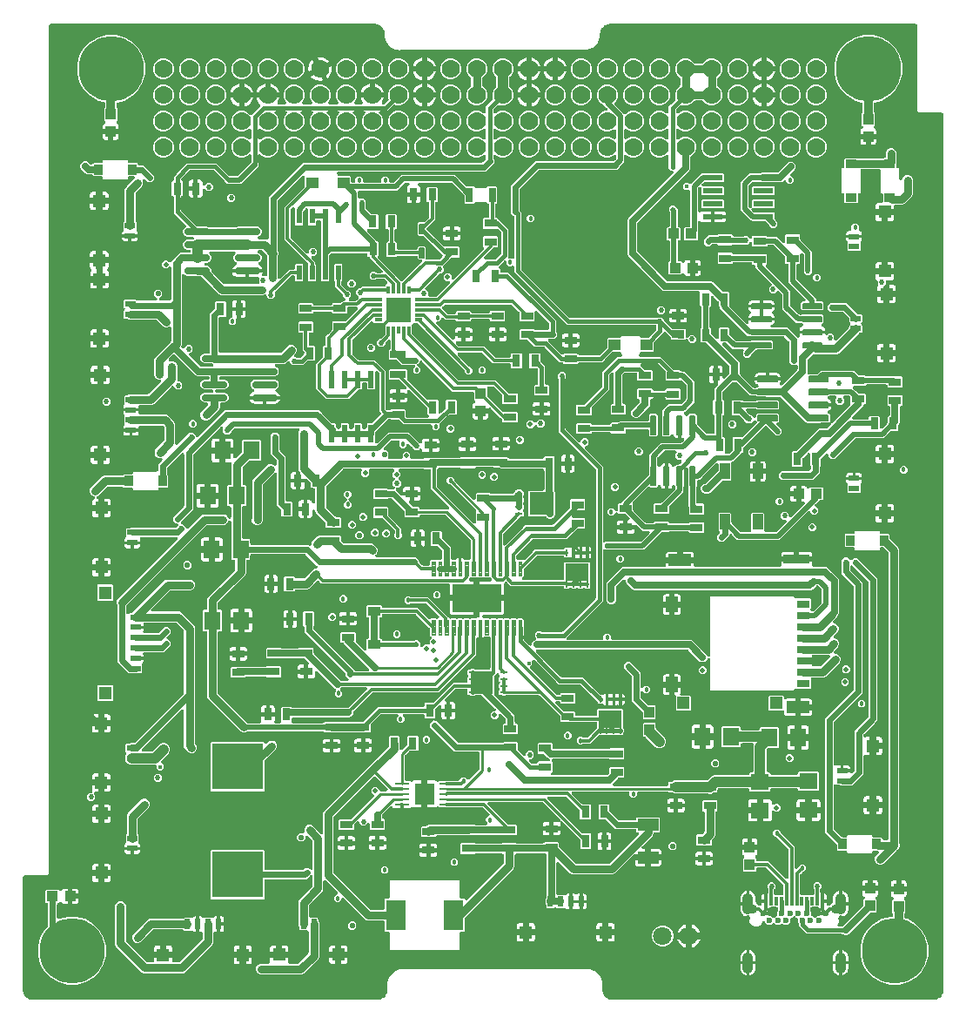
<source format=gbr>
G04 EAGLE Gerber RS-274X export*
G75*
%MOMM*%
%FSLAX34Y34*%
%LPD*%
%INTop Copper*%
%IPPOS*%
%AMOC8*
5,1,8,0,0,1.08239X$1,22.5*%
G01*
%ADD10R,1.200000X0.800000*%
%ADD11R,0.800000X1.200000*%
%ADD12R,1.100000X1.000000*%
%ADD13R,1.600000X1.800000*%
%ADD14R,1.800000X1.600000*%
%ADD15R,2.000000X1.200000*%
%ADD16R,0.812800X1.041400*%
%ADD17R,1.041400X0.812800*%
%ADD18R,1.000000X1.500000*%
%ADD19R,1.220000X0.910000*%
%ADD20C,6.350000*%
%ADD21C,1.778000*%
%ADD22R,1.000000X0.550000*%
%ADD23R,1.300000X1.260000*%
%ADD24R,1.240000X0.800000*%
%ADD25R,2.500000X0.950000*%
%ADD26R,2.200000X1.150000*%
%ADD27R,1.250000X1.160000*%
%ADD28R,1.200000X1.160000*%
%ADD29R,1.150000X1.500000*%
%ADD30R,5.000000X4.500000*%
%ADD31R,0.635000X0.254000*%
%ADD32R,1.701800X2.260600*%
%ADD33R,0.254000X0.635000*%
%ADD34R,2.260600X1.701800*%
%ADD35R,1.000000X1.100000*%
%ADD36C,0.102500*%
%ADD37R,4.750000X2.740000*%
%ADD38C,0.700000*%
%ADD39R,1.397000X0.279400*%
%ADD40R,1.930400X2.159000*%
%ADD41R,0.350000X0.890000*%
%ADD42C,0.600000*%
%ADD43C,1.000000*%
%ADD44C,0.900000*%
%ADD45R,0.550000X1.000000*%
%ADD46R,1.260000X1.300000*%
%ADD47R,1.981200X0.558800*%
%ADD48R,1.955800X2.997200*%
%ADD49R,0.990600X0.558800*%
%ADD50R,1.270000X1.295400*%
%ADD51R,0.787400X0.304800*%
%ADD52R,0.304800X0.787400*%
%ADD53R,2.438400X2.438400*%
%ADD54R,1.524000X0.711200*%
%ADD55R,0.558800X1.651000*%
%ADD56C,0.130000*%
%ADD57R,0.711200X1.447800*%
%ADD58R,0.558800X1.460500*%
%ADD59R,1.143000X1.092200*%
%ADD60C,0.150000*%
%ADD61C,1.800000*%
%ADD62C,0.457200*%
%ADD63C,0.762000*%
%ADD64C,0.381000*%
%ADD65C,0.525000*%
%ADD66C,0.495300*%
%ADD67C,0.800000*%
%ADD68C,0.495000*%
%ADD69C,0.600000*%
%ADD70C,0.609600*%
%ADD71C,0.400000*%
%ADD72C,0.500000*%
%ADD73C,0.533400*%
%ADD74C,1.016000*%
%ADD75C,0.457200*%
%ADD76C,0.450000*%
%ADD77C,0.510000*%
%ADD78C,0.300000*%
%ADD79C,0.254000*%
%ADD80C,0.304800*%
%ADD81C,0.279400*%
%ADD82C,0.419100*%
%ADD83C,0.812800*%
%ADD84C,0.350000*%
%ADD85C,0.450000*%
%ADD86C,0.508000*%
%ADD87C,0.609000*%
%ADD88C,0.406400*%
%ADD89C,0.381000*%

G36*
X348790Y3181D02*
X348790Y3181D01*
X348891Y3183D01*
X350304Y3322D01*
X350403Y3344D01*
X350504Y3356D01*
X350598Y3386D01*
X350644Y3396D01*
X350677Y3411D01*
X350737Y3431D01*
X353347Y4512D01*
X353349Y4513D01*
X353350Y4513D01*
X353498Y4596D01*
X353651Y4681D01*
X353653Y4682D01*
X353655Y4683D01*
X353841Y4842D01*
X355838Y6839D01*
X355839Y6841D01*
X355841Y6842D01*
X355951Y6981D01*
X356055Y7112D01*
X356056Y7114D01*
X356057Y7116D01*
X356168Y7333D01*
X357249Y9943D01*
X357277Y10041D01*
X357314Y10136D01*
X357332Y10232D01*
X357345Y10278D01*
X357347Y10315D01*
X357358Y10376D01*
X357497Y11789D01*
X357496Y11837D01*
X357504Y11938D01*
X357504Y20278D01*
X359805Y25833D01*
X364057Y30085D01*
X369612Y32386D01*
X554948Y32386D01*
X560503Y30085D01*
X564755Y25833D01*
X567056Y20278D01*
X567056Y11938D01*
X567061Y11890D01*
X567063Y11789D01*
X567202Y10376D01*
X567224Y10277D01*
X567236Y10176D01*
X567266Y10082D01*
X567276Y10036D01*
X567291Y10003D01*
X567311Y9943D01*
X568392Y7333D01*
X568393Y7331D01*
X568393Y7330D01*
X568476Y7182D01*
X568561Y7029D01*
X568562Y7027D01*
X568563Y7025D01*
X568722Y6839D01*
X570719Y4842D01*
X570721Y4841D01*
X570722Y4839D01*
X570858Y4732D01*
X570992Y4625D01*
X570994Y4624D01*
X570996Y4623D01*
X571213Y4512D01*
X573823Y3431D01*
X573921Y3403D01*
X574016Y3366D01*
X574112Y3348D01*
X574158Y3335D01*
X574195Y3333D01*
X574256Y3322D01*
X575669Y3183D01*
X575717Y3184D01*
X575818Y3176D01*
X889762Y3176D01*
X889810Y3181D01*
X889911Y3183D01*
X891324Y3322D01*
X891423Y3344D01*
X891524Y3356D01*
X891618Y3386D01*
X891664Y3396D01*
X891697Y3411D01*
X891757Y3431D01*
X894367Y4512D01*
X894369Y4513D01*
X894370Y4513D01*
X894518Y4596D01*
X894671Y4681D01*
X894673Y4682D01*
X894675Y4683D01*
X894861Y4842D01*
X896858Y6839D01*
X896859Y6841D01*
X896861Y6842D01*
X896971Y6981D01*
X897075Y7112D01*
X897076Y7114D01*
X897077Y7116D01*
X897188Y7333D01*
X898269Y9943D01*
X898297Y10041D01*
X898334Y10136D01*
X898352Y10232D01*
X898365Y10278D01*
X898367Y10315D01*
X898378Y10376D01*
X898517Y11789D01*
X898516Y11837D01*
X898524Y11938D01*
X898524Y863981D01*
X898521Y864007D01*
X898523Y864033D01*
X898501Y864180D01*
X898484Y864327D01*
X898476Y864352D01*
X898472Y864378D01*
X898417Y864516D01*
X898367Y864655D01*
X898353Y864677D01*
X898343Y864702D01*
X898258Y864823D01*
X898178Y864948D01*
X898159Y864966D01*
X898144Y864988D01*
X898034Y865087D01*
X897927Y865190D01*
X897905Y865204D01*
X897885Y865221D01*
X897755Y865293D01*
X897628Y865369D01*
X897603Y865377D01*
X897580Y865390D01*
X897437Y865430D01*
X897296Y865475D01*
X897270Y865477D01*
X897245Y865485D01*
X897001Y865504D01*
X874985Y865504D01*
X873124Y867365D01*
X873124Y950341D01*
X873121Y950367D01*
X873123Y950393D01*
X873101Y950540D01*
X873084Y950687D01*
X873076Y950712D01*
X873072Y950738D01*
X873017Y950876D01*
X872967Y951015D01*
X872953Y951037D01*
X872943Y951062D01*
X872858Y951183D01*
X872778Y951308D01*
X872759Y951326D01*
X872744Y951348D01*
X872634Y951447D01*
X872527Y951550D01*
X872505Y951564D01*
X872485Y951581D01*
X872355Y951653D01*
X872228Y951729D01*
X872203Y951737D01*
X872180Y951750D01*
X872037Y951790D01*
X871896Y951835D01*
X871870Y951837D01*
X871845Y951845D01*
X871601Y951864D01*
X574040Y951864D01*
X573992Y951859D01*
X573891Y951857D01*
X572330Y951703D01*
X572230Y951682D01*
X572129Y951670D01*
X572036Y951640D01*
X571989Y951630D01*
X571956Y951614D01*
X571896Y951595D01*
X569012Y950400D01*
X569010Y950399D01*
X569008Y950398D01*
X568856Y950313D01*
X568707Y950231D01*
X568706Y950229D01*
X568704Y950228D01*
X568518Y950070D01*
X566310Y947862D01*
X566309Y947861D01*
X566307Y947859D01*
X566197Y947720D01*
X566094Y947589D01*
X566093Y947587D01*
X566092Y947586D01*
X565980Y947368D01*
X564785Y944484D01*
X564757Y944386D01*
X564720Y944291D01*
X564703Y944195D01*
X564690Y944149D01*
X564688Y944112D01*
X564677Y944050D01*
X564523Y942489D01*
X564524Y942441D01*
X564516Y942340D01*
X564516Y939182D01*
X562099Y933347D01*
X557633Y928881D01*
X551798Y926464D01*
X369948Y926464D01*
X369906Y926459D01*
X369864Y926462D01*
X369734Y926440D01*
X369602Y926424D01*
X369562Y926410D01*
X369520Y926403D01*
X369399Y926352D01*
X369337Y926330D01*
X368208Y926455D01*
X368158Y926455D01*
X368040Y926464D01*
X366908Y926464D01*
X366874Y926488D01*
X366752Y926538D01*
X366632Y926594D01*
X366590Y926603D01*
X366551Y926619D01*
X366311Y926666D01*
X365048Y926806D01*
X359934Y929622D01*
X356286Y934181D01*
X354661Y939789D01*
X354941Y942310D01*
X354941Y942346D01*
X354948Y942383D01*
X354943Y942627D01*
X354803Y944050D01*
X354782Y944150D01*
X354770Y944251D01*
X354740Y944344D01*
X354730Y944391D01*
X354714Y944424D01*
X354695Y944484D01*
X353500Y947368D01*
X353499Y947370D01*
X353498Y947372D01*
X353414Y947522D01*
X353331Y947673D01*
X353329Y947674D01*
X353328Y947676D01*
X353170Y947862D01*
X350962Y950070D01*
X350961Y950071D01*
X350959Y950073D01*
X350823Y950180D01*
X350689Y950286D01*
X350687Y950287D01*
X350686Y950288D01*
X350468Y950400D01*
X347584Y951595D01*
X347486Y951623D01*
X347391Y951660D01*
X347295Y951677D01*
X347249Y951690D01*
X347212Y951692D01*
X347150Y951703D01*
X345589Y951857D01*
X345541Y951856D01*
X345440Y951864D01*
X30099Y951864D01*
X30073Y951861D01*
X30047Y951863D01*
X29900Y951841D01*
X29753Y951824D01*
X29728Y951816D01*
X29702Y951812D01*
X29564Y951757D01*
X29425Y951707D01*
X29403Y951693D01*
X29378Y951683D01*
X29257Y951598D01*
X29132Y951518D01*
X29114Y951499D01*
X29092Y951484D01*
X28993Y951374D01*
X28890Y951267D01*
X28876Y951245D01*
X28859Y951225D01*
X28787Y951095D01*
X28711Y950968D01*
X28703Y950943D01*
X28690Y950920D01*
X28650Y950777D01*
X28605Y950636D01*
X28603Y950610D01*
X28595Y950585D01*
X28576Y950341D01*
X28576Y125685D01*
X26715Y123824D01*
X4699Y123824D01*
X4673Y123821D01*
X4647Y123823D01*
X4500Y123801D01*
X4353Y123784D01*
X4328Y123776D01*
X4302Y123772D01*
X4164Y123717D01*
X4025Y123667D01*
X4003Y123653D01*
X3978Y123643D01*
X3857Y123558D01*
X3732Y123478D01*
X3714Y123459D01*
X3692Y123444D01*
X3593Y123334D01*
X3490Y123227D01*
X3476Y123205D01*
X3459Y123185D01*
X3387Y123055D01*
X3311Y122928D01*
X3303Y122903D01*
X3290Y122880D01*
X3250Y122737D01*
X3205Y122596D01*
X3203Y122570D01*
X3195Y122545D01*
X3176Y122301D01*
X3176Y11938D01*
X3181Y11890D01*
X3183Y11789D01*
X3322Y10376D01*
X3344Y10277D01*
X3356Y10176D01*
X3386Y10082D01*
X3396Y10036D01*
X3411Y10003D01*
X3431Y9943D01*
X4512Y7333D01*
X4513Y7331D01*
X4513Y7330D01*
X4596Y7182D01*
X4681Y7029D01*
X4682Y7027D01*
X4683Y7025D01*
X4842Y6839D01*
X6839Y4842D01*
X6841Y4841D01*
X6842Y4839D01*
X6981Y4729D01*
X7112Y4625D01*
X7114Y4624D01*
X7116Y4623D01*
X7333Y4512D01*
X9943Y3431D01*
X10041Y3403D01*
X10136Y3366D01*
X10232Y3348D01*
X10278Y3335D01*
X10315Y3333D01*
X10376Y3322D01*
X11789Y3183D01*
X11837Y3184D01*
X11938Y3176D01*
X348742Y3176D01*
X348790Y3181D01*
G37*
%LPC*%
G36*
X234036Y27671D02*
X234036Y27671D01*
X232098Y28474D01*
X230616Y29956D01*
X229813Y31894D01*
X229813Y33990D01*
X230616Y35928D01*
X232098Y37410D01*
X234036Y38213D01*
X242129Y38213D01*
X242179Y38219D01*
X242230Y38216D01*
X242352Y38238D01*
X242475Y38253D01*
X242523Y38270D01*
X242573Y38279D01*
X242687Y38328D01*
X242803Y38370D01*
X242846Y38398D01*
X242893Y38418D01*
X242992Y38492D01*
X243096Y38559D01*
X243131Y38596D01*
X243172Y38626D01*
X243252Y38721D01*
X243338Y38810D01*
X243364Y38854D01*
X243397Y38893D01*
X243453Y39003D01*
X243517Y39109D01*
X243532Y39157D01*
X243556Y39203D01*
X243585Y39323D01*
X243623Y39441D01*
X243627Y39492D01*
X243639Y39541D01*
X243641Y39665D01*
X243651Y39788D01*
X243643Y39839D01*
X243644Y39890D01*
X243617Y40036D01*
X243617Y43853D01*
X250934Y43853D01*
X250960Y43856D01*
X250986Y43854D01*
X251133Y43876D01*
X251280Y43893D01*
X251305Y43901D01*
X251331Y43905D01*
X251469Y43960D01*
X251608Y44010D01*
X251630Y44024D01*
X251655Y44034D01*
X251776Y44119D01*
X251901Y44199D01*
X251919Y44218D01*
X251941Y44233D01*
X252040Y44343D01*
X252143Y44450D01*
X252157Y44472D01*
X252174Y44492D01*
X252246Y44622D01*
X252322Y44749D01*
X252330Y44774D01*
X252343Y44797D01*
X252383Y44940D01*
X252428Y45081D01*
X252430Y45107D01*
X252438Y45132D01*
X252457Y45376D01*
X252457Y46901D01*
X252459Y46901D01*
X252459Y45376D01*
X252462Y45350D01*
X252460Y45324D01*
X252482Y45177D01*
X252499Y45030D01*
X252508Y45005D01*
X252511Y44979D01*
X252566Y44841D01*
X252616Y44702D01*
X252630Y44680D01*
X252640Y44655D01*
X252725Y44534D01*
X252805Y44409D01*
X252824Y44391D01*
X252839Y44369D01*
X252949Y44270D01*
X253056Y44167D01*
X253078Y44153D01*
X253098Y44136D01*
X253228Y44064D01*
X253355Y43988D01*
X253380Y43980D01*
X253403Y43967D01*
X253546Y43927D01*
X253687Y43882D01*
X253713Y43880D01*
X253738Y43872D01*
X253982Y43853D01*
X261299Y43853D01*
X261299Y40049D01*
X261293Y40031D01*
X261283Y39908D01*
X261265Y39786D01*
X261269Y39735D01*
X261265Y39684D01*
X261283Y39561D01*
X261294Y39438D01*
X261309Y39390D01*
X261317Y39339D01*
X261362Y39224D01*
X261400Y39106D01*
X261427Y39063D01*
X261445Y39015D01*
X261516Y38914D01*
X261580Y38808D01*
X261615Y38771D01*
X261644Y38729D01*
X261736Y38646D01*
X261822Y38557D01*
X261865Y38530D01*
X261903Y38496D01*
X262012Y38436D01*
X262115Y38369D01*
X262164Y38352D01*
X262208Y38327D01*
X262327Y38293D01*
X262444Y38252D01*
X262494Y38246D01*
X262544Y38232D01*
X262787Y38213D01*
X270470Y38213D01*
X270595Y38227D01*
X270722Y38234D01*
X270768Y38247D01*
X270816Y38253D01*
X270935Y38295D01*
X271056Y38330D01*
X271099Y38354D01*
X271144Y38370D01*
X271250Y38439D01*
X271361Y38500D01*
X271407Y38540D01*
X271437Y38559D01*
X271470Y38594D01*
X271547Y38659D01*
X280491Y47603D01*
X280570Y47702D01*
X280654Y47796D01*
X280678Y47838D01*
X280708Y47876D01*
X280762Y47990D01*
X280823Y48101D01*
X280836Y48148D01*
X280857Y48191D01*
X280883Y48315D01*
X280918Y48436D01*
X280923Y48497D01*
X280930Y48532D01*
X280929Y48580D01*
X280937Y48680D01*
X280937Y69006D01*
X280934Y69032D01*
X280936Y69058D01*
X280914Y69205D01*
X280897Y69352D01*
X280889Y69377D01*
X280885Y69403D01*
X280830Y69541D01*
X280780Y69680D01*
X280766Y69702D01*
X280756Y69727D01*
X280671Y69848D01*
X280591Y69973D01*
X280572Y69991D01*
X280557Y70013D01*
X280447Y70112D01*
X280340Y70215D01*
X280318Y70229D01*
X280298Y70246D01*
X280168Y70318D01*
X280041Y70394D01*
X280016Y70402D01*
X279993Y70415D01*
X279850Y70455D01*
X279709Y70500D01*
X279683Y70502D01*
X279658Y70510D01*
X279414Y70529D01*
X272932Y70529D01*
X272187Y71274D01*
X272187Y73005D01*
X272173Y73130D01*
X272166Y73257D01*
X272153Y73303D01*
X272147Y73351D01*
X272105Y73470D01*
X272070Y73592D01*
X272046Y73634D01*
X272030Y73679D01*
X271961Y73785D01*
X271947Y73811D01*
X271127Y75789D01*
X271127Y98403D01*
X271901Y100270D01*
X284711Y113080D01*
X284789Y113179D01*
X284874Y113273D01*
X284897Y113315D01*
X284927Y113353D01*
X284981Y113467D01*
X285042Y113578D01*
X285055Y113624D01*
X285076Y113668D01*
X285103Y113791D01*
X285137Y113913D01*
X285142Y113974D01*
X285149Y114009D01*
X285149Y114057D01*
X285157Y114157D01*
X285157Y122972D01*
X285145Y123071D01*
X285143Y123172D01*
X285125Y123244D01*
X285117Y123318D01*
X285083Y123412D01*
X285058Y123510D01*
X285024Y123576D01*
X284999Y123646D01*
X284945Y123730D01*
X284899Y123820D01*
X284851Y123876D01*
X284810Y123939D01*
X284738Y124009D01*
X284673Y124085D01*
X284613Y124129D01*
X284560Y124181D01*
X284473Y124233D01*
X284393Y124292D01*
X284324Y124322D01*
X284261Y124360D01*
X284165Y124390D01*
X284073Y124430D01*
X283999Y124443D01*
X283929Y124466D01*
X283829Y124474D01*
X283730Y124492D01*
X283655Y124488D01*
X283581Y124494D01*
X283482Y124479D01*
X283382Y124474D01*
X283310Y124453D01*
X283237Y124442D01*
X283143Y124405D01*
X283047Y124377D01*
X282982Y124341D01*
X282913Y124314D01*
X282830Y124256D01*
X282743Y124207D01*
X282666Y124142D01*
X282627Y124115D01*
X282603Y124088D01*
X282556Y124049D01*
X281847Y123339D01*
X278871Y120363D01*
X239602Y120363D01*
X239576Y120360D01*
X239550Y120362D01*
X239403Y120340D01*
X239256Y120323D01*
X239231Y120315D01*
X239205Y120311D01*
X239067Y120256D01*
X238928Y120206D01*
X238906Y120192D01*
X238881Y120182D01*
X238760Y120097D01*
X238635Y120017D01*
X238617Y119998D01*
X238595Y119983D01*
X238496Y119873D01*
X238393Y119766D01*
X238379Y119744D01*
X238362Y119724D01*
X238290Y119594D01*
X238214Y119467D01*
X238206Y119442D01*
X238193Y119419D01*
X238153Y119276D01*
X238108Y119135D01*
X238106Y119109D01*
X238098Y119084D01*
X238079Y118840D01*
X238079Y101656D01*
X237334Y100911D01*
X186282Y100911D01*
X185537Y101656D01*
X185537Y147708D01*
X186282Y148453D01*
X237334Y148453D01*
X238079Y147708D01*
X238079Y130524D01*
X238082Y130498D01*
X238080Y130472D01*
X238102Y130325D01*
X238119Y130178D01*
X238127Y130153D01*
X238131Y130127D01*
X238186Y129989D01*
X238236Y129850D01*
X238250Y129828D01*
X238260Y129803D01*
X238345Y129682D01*
X238425Y129557D01*
X238444Y129539D01*
X238459Y129517D01*
X238569Y129418D01*
X238676Y129315D01*
X238698Y129301D01*
X238718Y129284D01*
X238848Y129212D01*
X238975Y129136D01*
X239000Y129128D01*
X239023Y129115D01*
X239166Y129075D01*
X239307Y129030D01*
X239333Y129028D01*
X239358Y129020D01*
X239602Y129001D01*
X274662Y129001D01*
X274788Y129015D01*
X274914Y129022D01*
X274960Y129035D01*
X275008Y129041D01*
X275127Y129083D01*
X275249Y129118D01*
X275291Y129142D01*
X275336Y129158D01*
X275443Y129227D01*
X275553Y129288D01*
X275599Y129328D01*
X275629Y129347D01*
X275663Y129382D01*
X275739Y129447D01*
X277611Y131319D01*
X281189Y131319D01*
X282556Y129951D01*
X282635Y129889D01*
X282707Y129819D01*
X282771Y129781D01*
X282829Y129735D01*
X282920Y129692D01*
X283006Y129640D01*
X283077Y129618D01*
X283144Y129586D01*
X283243Y129565D01*
X283338Y129534D01*
X283412Y129528D01*
X283485Y129512D01*
X283585Y129514D01*
X283686Y129506D01*
X283759Y129517D01*
X283834Y129518D01*
X283931Y129543D01*
X284030Y129558D01*
X284099Y129585D01*
X284172Y129603D01*
X284261Y129649D01*
X284354Y129686D01*
X284415Y129729D01*
X284481Y129763D01*
X284558Y129828D01*
X284640Y129885D01*
X284690Y129941D01*
X284747Y129989D01*
X284807Y130070D01*
X284874Y130144D01*
X284910Y130209D01*
X284954Y130269D01*
X284994Y130361D01*
X285042Y130449D01*
X285063Y130521D01*
X285092Y130589D01*
X285110Y130688D01*
X285137Y130785D01*
X285145Y130885D01*
X285154Y130932D01*
X285152Y130968D01*
X285157Y131028D01*
X285157Y156861D01*
X285142Y156987D01*
X285136Y157113D01*
X285122Y157159D01*
X285117Y157207D01*
X285074Y157326D01*
X285039Y157448D01*
X285016Y157490D01*
X284999Y157535D01*
X284931Y157642D01*
X284869Y157752D01*
X284830Y157798D01*
X284810Y157828D01*
X284775Y157862D01*
X284711Y157938D01*
X280350Y162299D01*
X280272Y162361D01*
X280199Y162431D01*
X280135Y162469D01*
X280077Y162515D01*
X279986Y162558D01*
X279900Y162610D01*
X279829Y162632D01*
X279762Y162664D01*
X279664Y162685D01*
X279568Y162716D01*
X279494Y162722D01*
X279421Y162738D01*
X279321Y162736D01*
X279221Y162744D01*
X279147Y162733D01*
X279073Y162732D01*
X278976Y162707D01*
X278876Y162692D01*
X278807Y162665D01*
X278735Y162647D01*
X278645Y162601D01*
X278552Y162564D01*
X278491Y162521D01*
X278425Y162487D01*
X278348Y162422D01*
X278266Y162365D01*
X278216Y162309D01*
X278160Y162261D01*
X278100Y162180D01*
X278033Y162106D01*
X277997Y162041D01*
X277952Y161981D01*
X277913Y161889D01*
X277864Y161801D01*
X277844Y161729D01*
X277814Y161661D01*
X277797Y161562D01*
X277769Y161465D01*
X277761Y161365D01*
X277753Y161318D01*
X277755Y161282D01*
X277750Y161222D01*
X277750Y159405D01*
X275443Y157098D01*
X272181Y157098D01*
X269874Y159405D01*
X269874Y162667D01*
X272181Y164974D01*
X275371Y164974D01*
X275520Y164991D01*
X275670Y165003D01*
X275693Y165011D01*
X275717Y165014D01*
X275859Y165064D01*
X276002Y165111D01*
X276022Y165123D01*
X276045Y165131D01*
X276172Y165213D01*
X276300Y165290D01*
X276318Y165307D01*
X276338Y165320D01*
X276442Y165428D01*
X276550Y165533D01*
X276563Y165553D01*
X276580Y165571D01*
X276657Y165700D01*
X276738Y165827D01*
X276746Y165849D01*
X276759Y165870D01*
X276804Y166013D01*
X276855Y166155D01*
X276858Y166179D01*
X276865Y166202D01*
X276877Y166351D01*
X276894Y166501D01*
X276891Y166525D01*
X276893Y166549D01*
X276871Y166698D01*
X276859Y166794D01*
X276859Y168905D01*
X277633Y170772D01*
X279062Y172201D01*
X280929Y172975D01*
X282951Y172975D01*
X284818Y172201D01*
X292547Y164472D01*
X292625Y164410D01*
X292698Y164340D01*
X292762Y164302D01*
X292820Y164256D01*
X292911Y164213D01*
X292997Y164161D01*
X293068Y164139D01*
X293135Y164107D01*
X293233Y164086D01*
X293329Y164055D01*
X293403Y164049D01*
X293476Y164033D01*
X293576Y164035D01*
X293676Y164027D01*
X293750Y164038D01*
X293824Y164039D01*
X293921Y164064D01*
X294021Y164079D01*
X294090Y164106D01*
X294162Y164124D01*
X294252Y164170D01*
X294345Y164207D01*
X294406Y164250D01*
X294472Y164284D01*
X294549Y164349D01*
X294631Y164406D01*
X294681Y164462D01*
X294737Y164510D01*
X294797Y164591D01*
X294864Y164665D01*
X294900Y164730D01*
X294945Y164790D01*
X294984Y164882D01*
X295033Y164970D01*
X295053Y165042D01*
X295083Y165110D01*
X295100Y165209D01*
X295128Y165306D01*
X295136Y165406D01*
X295144Y165453D01*
X295142Y165489D01*
X295147Y165549D01*
X295147Y184255D01*
X295921Y186122D01*
X340816Y231017D01*
X358663Y248864D01*
X358729Y248947D01*
X358795Y249016D01*
X358807Y249036D01*
X358826Y249057D01*
X358850Y249100D01*
X358880Y249137D01*
X358924Y249232D01*
X358974Y249315D01*
X358982Y249338D01*
X358995Y249362D01*
X359008Y249409D01*
X359029Y249452D01*
X359050Y249553D01*
X359080Y249647D01*
X359082Y249672D01*
X359090Y249698D01*
X359095Y249758D01*
X359102Y249793D01*
X359101Y249841D01*
X359109Y249941D01*
X359109Y259002D01*
X359854Y259747D01*
X368906Y259747D01*
X369651Y259002D01*
X369651Y247197D01*
X369662Y247097D01*
X369664Y246997D01*
X369682Y246925D01*
X369691Y246851D01*
X369724Y246756D01*
X369749Y246659D01*
X369783Y246593D01*
X369808Y246523D01*
X369863Y246438D01*
X369909Y246349D01*
X369957Y246292D01*
X369997Y246230D01*
X370069Y246160D01*
X370134Y246084D01*
X370194Y246039D01*
X370248Y245988D01*
X370334Y245936D01*
X370415Y245876D01*
X370483Y245847D01*
X370547Y245809D01*
X370643Y245778D01*
X370735Y245738D01*
X370808Y245725D01*
X370879Y245703D01*
X370979Y245694D01*
X371078Y245677D01*
X371152Y245681D01*
X371226Y245675D01*
X371326Y245689D01*
X371426Y245695D01*
X371497Y245715D01*
X371571Y245726D01*
X371664Y245763D01*
X371761Y245791D01*
X371826Y245828D01*
X371895Y245855D01*
X371977Y245912D01*
X372065Y245961D01*
X372141Y246026D01*
X372181Y246054D01*
X372205Y246080D01*
X372251Y246120D01*
X376663Y250532D01*
X376742Y250631D01*
X376826Y250725D01*
X376850Y250767D01*
X376880Y250805D01*
X376934Y250919D01*
X376995Y251030D01*
X377008Y251076D01*
X377029Y251120D01*
X377055Y251243D01*
X377090Y251365D01*
X377095Y251426D01*
X377102Y251461D01*
X377101Y251509D01*
X377109Y251609D01*
X377109Y259002D01*
X377854Y259747D01*
X386906Y259747D01*
X387651Y259002D01*
X387651Y245950D01*
X386906Y245205D01*
X379513Y245205D01*
X379387Y245191D01*
X379261Y245184D01*
X379215Y245171D01*
X379167Y245165D01*
X379048Y245123D01*
X378926Y245088D01*
X378884Y245064D01*
X378839Y245048D01*
X378732Y244979D01*
X378622Y244918D01*
X378576Y244878D01*
X378546Y244859D01*
X378512Y244824D01*
X378436Y244759D01*
X374970Y241293D01*
X374891Y241194D01*
X374807Y241100D01*
X374783Y241058D01*
X374753Y241020D01*
X374699Y240906D01*
X374638Y240795D01*
X374625Y240749D01*
X374604Y240705D01*
X374578Y240582D01*
X374543Y240460D01*
X374538Y240399D01*
X374531Y240364D01*
X374532Y240316D01*
X374524Y240216D01*
X374524Y217399D01*
X374527Y217372D01*
X374525Y217346D01*
X374547Y217200D01*
X374564Y217052D01*
X374572Y217028D01*
X374576Y217002D01*
X374631Y216864D01*
X374681Y216724D01*
X374695Y216702D01*
X374705Y216678D01*
X374790Y216556D01*
X374870Y216431D01*
X374889Y216413D01*
X374904Y216392D01*
X375014Y216293D01*
X375121Y216189D01*
X375143Y216176D01*
X375163Y216158D01*
X375293Y216086D01*
X375420Y216010D01*
X375445Y216002D01*
X375468Y215990D01*
X375611Y215949D01*
X375752Y215904D01*
X375778Y215902D01*
X375803Y215895D01*
X376047Y215875D01*
X379367Y215875D01*
X379774Y215469D01*
X379795Y215452D01*
X379812Y215432D01*
X379931Y215344D01*
X380047Y215252D01*
X380071Y215241D01*
X380092Y215225D01*
X380228Y215166D01*
X380362Y215103D01*
X380388Y215097D01*
X380412Y215087D01*
X380559Y215061D01*
X380703Y215030D01*
X380729Y215030D01*
X380755Y215025D01*
X380904Y215033D01*
X381051Y215036D01*
X381077Y215042D01*
X381103Y215043D01*
X381245Y215084D01*
X381389Y215121D01*
X381413Y215133D01*
X381438Y215140D01*
X381567Y215212D01*
X381699Y215280D01*
X381719Y215297D01*
X381742Y215310D01*
X381928Y215469D01*
X382488Y216028D01*
X383067Y216363D01*
X383713Y216536D01*
X390653Y216536D01*
X390653Y204724D01*
X390656Y204698D01*
X390654Y204672D01*
X390676Y204525D01*
X390693Y204378D01*
X390701Y204353D01*
X390705Y204327D01*
X390760Y204189D01*
X390810Y204050D01*
X390824Y204028D01*
X390834Y204003D01*
X390919Y203882D01*
X390999Y203757D01*
X391018Y203739D01*
X391033Y203717D01*
X391143Y203618D01*
X391250Y203515D01*
X391272Y203501D01*
X391292Y203484D01*
X391422Y203412D01*
X391549Y203336D01*
X391574Y203328D01*
X391597Y203315D01*
X391740Y203275D01*
X391881Y203230D01*
X391907Y203228D01*
X391932Y203220D01*
X392176Y203201D01*
X395224Y203201D01*
X395250Y203204D01*
X395276Y203202D01*
X395423Y203224D01*
X395570Y203241D01*
X395595Y203250D01*
X395621Y203253D01*
X395759Y203308D01*
X395898Y203358D01*
X395920Y203372D01*
X395945Y203382D01*
X396066Y203466D01*
X396191Y203547D01*
X396209Y203566D01*
X396231Y203581D01*
X396330Y203691D01*
X396433Y203798D01*
X396447Y203820D01*
X396464Y203840D01*
X396536Y203970D01*
X396612Y204097D01*
X396620Y204122D01*
X396633Y204145D01*
X396673Y204288D01*
X396718Y204429D01*
X396720Y204455D01*
X396728Y204480D01*
X396747Y204724D01*
X396747Y216536D01*
X403687Y216536D01*
X404333Y216363D01*
X404912Y216028D01*
X405472Y215469D01*
X405492Y215452D01*
X405509Y215432D01*
X405629Y215344D01*
X405745Y215252D01*
X405768Y215241D01*
X405789Y215225D01*
X405926Y215166D01*
X406060Y215103D01*
X406085Y215097D01*
X406109Y215087D01*
X406256Y215061D01*
X406400Y215030D01*
X406427Y215030D01*
X406453Y215025D01*
X406601Y215033D01*
X406749Y215036D01*
X406774Y215042D01*
X406801Y215043D01*
X406943Y215084D01*
X407087Y215121D01*
X407110Y215133D01*
X407135Y215140D01*
X407264Y215212D01*
X407397Y215280D01*
X407417Y215297D01*
X407440Y215310D01*
X407626Y215469D01*
X408033Y215875D01*
X413628Y215875D01*
X413754Y215890D01*
X413880Y215896D01*
X413927Y215910D01*
X413975Y215915D01*
X414094Y215958D01*
X414215Y215993D01*
X414232Y216002D01*
X426720Y216002D01*
X426746Y216005D01*
X426772Y216003D01*
X426919Y216025D01*
X427066Y216042D01*
X427091Y216051D01*
X427117Y216055D01*
X427255Y216110D01*
X427394Y216160D01*
X427416Y216174D01*
X427441Y216184D01*
X427562Y216268D01*
X427687Y216349D01*
X427705Y216368D01*
X427727Y216383D01*
X427826Y216492D01*
X427929Y216599D01*
X427943Y216622D01*
X427960Y216641D01*
X428032Y216771D01*
X428108Y216898D01*
X428116Y216923D01*
X428129Y216946D01*
X428169Y217089D01*
X428214Y217230D01*
X428216Y217257D01*
X428224Y217282D01*
X428230Y217360D01*
X430327Y219457D01*
X433273Y219457D01*
X435289Y217441D01*
X435309Y217425D01*
X435326Y217405D01*
X435446Y217317D01*
X435562Y217225D01*
X435585Y217214D01*
X435606Y217198D01*
X435743Y217139D01*
X435877Y217076D01*
X435902Y217070D01*
X435926Y217060D01*
X436072Y217034D01*
X436217Y217003D01*
X436243Y217003D01*
X436269Y216998D01*
X436418Y217006D01*
X436566Y217009D01*
X436591Y217015D01*
X436617Y217016D01*
X436760Y217057D01*
X436904Y217094D01*
X436927Y217106D01*
X436952Y217113D01*
X437082Y217185D01*
X437214Y217253D01*
X437233Y217270D01*
X437256Y217283D01*
X437443Y217441D01*
X446720Y226719D01*
X446799Y226818D01*
X446883Y226912D01*
X446907Y226954D01*
X446937Y226992D01*
X446991Y227106D01*
X447052Y227217D01*
X447065Y227263D01*
X447086Y227307D01*
X447112Y227430D01*
X447147Y227552D01*
X447152Y227613D01*
X447159Y227648D01*
X447158Y227696D01*
X447166Y227796D01*
X447166Y242968D01*
X447163Y242994D01*
X447165Y243020D01*
X447143Y243167D01*
X447126Y243314D01*
X447118Y243339D01*
X447114Y243365D01*
X447059Y243503D01*
X447009Y243642D01*
X446995Y243664D01*
X446985Y243689D01*
X446900Y243810D01*
X446820Y243935D01*
X446801Y243953D01*
X446786Y243975D01*
X446676Y244074D01*
X446569Y244177D01*
X446547Y244191D01*
X446527Y244208D01*
X446397Y244280D01*
X446270Y244356D01*
X446245Y244364D01*
X446222Y244377D01*
X446079Y244417D01*
X445938Y244462D01*
X445912Y244464D01*
X445887Y244472D01*
X445643Y244491D01*
X422645Y244491D01*
X399287Y267849D01*
X399287Y271537D01*
X402105Y274355D01*
X402168Y274433D01*
X402238Y274506D01*
X402276Y274570D01*
X402322Y274628D01*
X402365Y274719D01*
X402416Y274805D01*
X402439Y274876D01*
X402471Y274943D01*
X402492Y275041D01*
X402523Y275137D01*
X402529Y275211D01*
X402544Y275284D01*
X402543Y275384D01*
X402551Y275484D01*
X402540Y275558D01*
X402538Y275632D01*
X402514Y275729D01*
X402499Y275829D01*
X402471Y275898D01*
X402453Y275970D01*
X402407Y276059D01*
X402370Y276153D01*
X402328Y276214D01*
X402294Y276280D01*
X402229Y276356D01*
X402171Y276439D01*
X402116Y276489D01*
X402068Y276545D01*
X401987Y276605D01*
X401912Y276672D01*
X401847Y276708D01*
X401788Y276753D01*
X401695Y276792D01*
X401607Y276841D01*
X401536Y276861D01*
X401468Y276891D01*
X401369Y276908D01*
X401272Y276936D01*
X401172Y276944D01*
X401124Y276952D01*
X401089Y276950D01*
X401028Y276955D01*
X394366Y276955D01*
X393621Y277700D01*
X393621Y279432D01*
X393618Y279458D01*
X393620Y279484D01*
X393598Y279631D01*
X393581Y279778D01*
X393573Y279803D01*
X393569Y279829D01*
X393514Y279967D01*
X393464Y280106D01*
X393450Y280128D01*
X393440Y280153D01*
X393355Y280274D01*
X393275Y280399D01*
X393256Y280417D01*
X393241Y280439D01*
X393131Y280538D01*
X393024Y280641D01*
X393002Y280655D01*
X392982Y280672D01*
X392852Y280744D01*
X392725Y280820D01*
X392700Y280828D01*
X392677Y280841D01*
X392534Y280881D01*
X392393Y280926D01*
X392367Y280928D01*
X392342Y280936D01*
X392098Y280955D01*
X374214Y280955D01*
X374114Y280944D01*
X374014Y280942D01*
X373942Y280924D01*
X373868Y280915D01*
X373773Y280882D01*
X373676Y280857D01*
X373610Y280823D01*
X373540Y280798D01*
X373455Y280743D01*
X373366Y280697D01*
X373310Y280649D01*
X373247Y280609D01*
X373177Y280537D01*
X373101Y280472D01*
X373057Y280412D01*
X373005Y280358D01*
X372953Y280272D01*
X372894Y280191D01*
X372864Y280123D01*
X372826Y280059D01*
X372795Y279963D01*
X372756Y279871D01*
X372742Y279798D01*
X372720Y279727D01*
X372712Y279627D01*
X372694Y279528D01*
X372698Y279454D01*
X372692Y279380D01*
X372707Y279280D01*
X372712Y279180D01*
X372732Y279109D01*
X372743Y279035D01*
X372781Y278942D01*
X372808Y278845D01*
X372845Y278780D01*
X372872Y278711D01*
X372929Y278629D01*
X372979Y278541D01*
X373044Y278465D01*
X373071Y278425D01*
X373098Y278401D01*
X373137Y278355D01*
X374157Y277335D01*
X374157Y274389D01*
X372073Y272305D01*
X369127Y272305D01*
X367043Y274389D01*
X367043Y277335D01*
X368063Y278355D01*
X368125Y278434D01*
X368195Y278506D01*
X368233Y278570D01*
X368280Y278628D01*
X368322Y278719D01*
X368374Y278805D01*
X368397Y278876D01*
X368428Y278943D01*
X368450Y279041D01*
X368480Y279137D01*
X368486Y279211D01*
X368502Y279284D01*
X368500Y279384D01*
X368508Y279484D01*
X368497Y279558D01*
X368496Y279632D01*
X368471Y279729D01*
X368457Y279829D01*
X368429Y279898D01*
X368411Y279970D01*
X368365Y280059D01*
X368328Y280153D01*
X368285Y280214D01*
X368251Y280280D01*
X368186Y280356D01*
X368129Y280439D01*
X368074Y280489D01*
X368025Y280545D01*
X367945Y280605D01*
X367870Y280672D01*
X367805Y280708D01*
X367745Y280753D01*
X367653Y280792D01*
X367565Y280841D01*
X367493Y280861D01*
X367425Y280891D01*
X367326Y280908D01*
X367230Y280936D01*
X367130Y280944D01*
X367082Y280952D01*
X367046Y280950D01*
X366986Y280955D01*
X351888Y280955D01*
X351762Y280941D01*
X351636Y280934D01*
X351590Y280921D01*
X351542Y280915D01*
X351423Y280873D01*
X351301Y280838D01*
X351259Y280814D01*
X351213Y280798D01*
X351107Y280729D01*
X350997Y280668D01*
X350951Y280628D01*
X350921Y280609D01*
X350887Y280574D01*
X350811Y280509D01*
X341727Y271425D01*
X341648Y271326D01*
X341564Y271232D01*
X341540Y271190D01*
X341510Y271152D01*
X341456Y271038D01*
X341395Y270927D01*
X341382Y270881D01*
X341361Y270837D01*
X341335Y270714D01*
X341300Y270592D01*
X341295Y270531D01*
X341288Y270497D01*
X341289Y270449D01*
X341281Y270348D01*
X341281Y263808D01*
X340536Y263063D01*
X335224Y263063D01*
X335222Y263063D01*
X335220Y263063D01*
X335048Y263043D01*
X334878Y263023D01*
X334876Y263023D01*
X334874Y263022D01*
X334802Y262999D01*
X310623Y262999D01*
X310498Y262985D01*
X310371Y262978D01*
X310325Y262965D01*
X310277Y262959D01*
X310158Y262917D01*
X310037Y262882D01*
X309994Y262858D01*
X309949Y262842D01*
X309898Y262809D01*
X296750Y262809D01*
X295696Y263863D01*
X295597Y263942D01*
X295503Y264026D01*
X295461Y264050D01*
X295423Y264080D01*
X295309Y264134D01*
X295198Y264195D01*
X295151Y264208D01*
X295108Y264229D01*
X294984Y264255D01*
X294862Y264290D01*
X294802Y264295D01*
X294767Y264302D01*
X294719Y264301D01*
X294619Y264309D01*
X222246Y264309D01*
X222121Y264295D01*
X221994Y264288D01*
X221948Y264275D01*
X221900Y264269D01*
X221781Y264227D01*
X221659Y264192D01*
X221617Y264168D01*
X221572Y264152D01*
X221465Y264083D01*
X221355Y264022D01*
X221309Y263982D01*
X221279Y263963D01*
X221245Y263928D01*
X221169Y263863D01*
X220918Y263612D01*
X218980Y262809D01*
X216884Y262809D01*
X214946Y263612D01*
X182954Y295604D01*
X182151Y297542D01*
X182151Y360062D01*
X182148Y360088D01*
X182150Y360114D01*
X182128Y360261D01*
X182111Y360408D01*
X182103Y360433D01*
X182099Y360459D01*
X182044Y360597D01*
X181994Y360736D01*
X181980Y360758D01*
X181970Y360783D01*
X181885Y360904D01*
X181805Y361029D01*
X181786Y361047D01*
X181771Y361069D01*
X181661Y361168D01*
X181554Y361271D01*
X181532Y361285D01*
X181512Y361302D01*
X181382Y361374D01*
X181255Y361450D01*
X181230Y361458D01*
X181207Y361471D01*
X181064Y361511D01*
X180923Y361556D01*
X180897Y361558D01*
X180872Y361566D01*
X180628Y361585D01*
X178896Y361585D01*
X178151Y362330D01*
X178151Y381382D01*
X178896Y382127D01*
X180628Y382127D01*
X180654Y382130D01*
X180680Y382128D01*
X180827Y382150D01*
X180974Y382167D01*
X180999Y382175D01*
X181025Y382179D01*
X181163Y382234D01*
X181302Y382284D01*
X181324Y382298D01*
X181349Y382308D01*
X181470Y382393D01*
X181595Y382473D01*
X181613Y382492D01*
X181635Y382507D01*
X181734Y382617D01*
X181837Y382724D01*
X181851Y382746D01*
X181868Y382766D01*
X181940Y382896D01*
X182016Y383023D01*
X182024Y383048D01*
X182037Y383071D01*
X182077Y383214D01*
X182122Y383355D01*
X182124Y383381D01*
X182132Y383406D01*
X182151Y383650D01*
X182151Y392656D01*
X182954Y394594D01*
X209197Y420837D01*
X209276Y420936D01*
X209360Y421030D01*
X209384Y421072D01*
X209414Y421110D01*
X209468Y421224D01*
X209529Y421335D01*
X209542Y421382D01*
X209563Y421425D01*
X209589Y421549D01*
X209624Y421670D01*
X209629Y421731D01*
X209636Y421766D01*
X209635Y421814D01*
X209643Y421914D01*
X209643Y429150D01*
X209640Y429176D01*
X209642Y429202D01*
X209620Y429349D01*
X209603Y429496D01*
X209595Y429521D01*
X209591Y429547D01*
X209536Y429685D01*
X209486Y429824D01*
X209472Y429846D01*
X209462Y429871D01*
X209377Y429992D01*
X209297Y430117D01*
X209278Y430135D01*
X209263Y430157D01*
X209154Y430256D01*
X209046Y430359D01*
X209024Y430373D01*
X209004Y430390D01*
X208874Y430462D01*
X208747Y430538D01*
X208722Y430546D01*
X208699Y430559D01*
X208556Y430599D01*
X208415Y430644D01*
X208389Y430646D01*
X208364Y430654D01*
X208120Y430673D01*
X206388Y430673D01*
X205643Y431418D01*
X205643Y443502D01*
X205643Y443504D01*
X205643Y443506D01*
X205623Y443678D01*
X205603Y443848D01*
X205603Y443850D01*
X205602Y443852D01*
X205579Y443924D01*
X205579Y467704D01*
X205574Y467754D01*
X205576Y467804D01*
X205554Y467926D01*
X205539Y468050D01*
X205522Y468097D01*
X205513Y468147D01*
X205464Y468261D01*
X205422Y468378D01*
X205395Y468420D01*
X205374Y468467D01*
X205300Y468566D01*
X205233Y468671D01*
X205197Y468706D01*
X205167Y468746D01*
X205072Y468827D01*
X204982Y468913D01*
X204939Y468939D01*
X204901Y468971D01*
X204790Y469028D01*
X204683Y469092D01*
X204635Y469107D01*
X204590Y469130D01*
X204470Y469160D01*
X204351Y469198D01*
X204301Y469202D01*
X204252Y469214D01*
X204128Y469216D01*
X204004Y469226D01*
X203954Y469219D01*
X203904Y469219D01*
X203782Y469193D01*
X203659Y469174D01*
X203612Y469156D01*
X203563Y469145D01*
X203451Y469092D01*
X203335Y469046D01*
X203294Y469017D01*
X203248Y468995D01*
X203151Y468918D01*
X203049Y468847D01*
X203016Y468810D01*
X202976Y468778D01*
X202899Y468680D01*
X202816Y468588D01*
X202791Y468544D01*
X202760Y468504D01*
X202649Y468287D01*
X202080Y466914D01*
X200598Y465432D01*
X198660Y464629D01*
X182646Y464629D01*
X182521Y464615D01*
X182394Y464608D01*
X182348Y464595D01*
X182300Y464589D01*
X182181Y464547D01*
X182060Y464512D01*
X182017Y464488D01*
X181972Y464472D01*
X181866Y464403D01*
X181755Y464342D01*
X181709Y464302D01*
X181679Y464283D01*
X181646Y464248D01*
X181569Y464183D01*
X104123Y386737D01*
X104044Y386638D01*
X103960Y386544D01*
X103936Y386502D01*
X103906Y386464D01*
X103852Y386350D01*
X103791Y386239D01*
X103778Y386192D01*
X103757Y386149D01*
X103731Y386025D01*
X103696Y385904D01*
X103691Y385843D01*
X103684Y385808D01*
X103685Y385760D01*
X103677Y385660D01*
X103677Y379326D01*
X103688Y379227D01*
X103690Y379126D01*
X103708Y379054D01*
X103717Y378980D01*
X103750Y378886D01*
X103775Y378788D01*
X103809Y378722D01*
X103834Y378652D01*
X103889Y378568D01*
X103935Y378478D01*
X103983Y378422D01*
X104023Y378359D01*
X104095Y378289D01*
X104160Y378213D01*
X104220Y378169D01*
X104274Y378117D01*
X104360Y378065D01*
X104441Y378006D01*
X104509Y377976D01*
X104573Y377938D01*
X104669Y377907D01*
X104761Y377868D01*
X104834Y377855D01*
X104905Y377832D01*
X105005Y377824D01*
X105104Y377806D01*
X105178Y377810D01*
X105252Y377804D01*
X105352Y377819D01*
X105452Y377824D01*
X105523Y377845D01*
X105597Y377856D01*
X105690Y377893D01*
X105787Y377921D01*
X105852Y377957D01*
X105921Y377984D01*
X106003Y378042D01*
X106091Y378091D01*
X106167Y378156D01*
X106207Y378183D01*
X106231Y378210D01*
X106277Y378249D01*
X107237Y379209D01*
X108696Y379209D01*
X108821Y379223D01*
X108948Y379230D01*
X108994Y379243D01*
X109042Y379249D01*
X109161Y379291D01*
X109282Y379326D01*
X109325Y379350D01*
X109370Y379366D01*
X109476Y379435D01*
X109587Y379496D01*
X109633Y379536D01*
X109663Y379555D01*
X109696Y379590D01*
X109773Y379655D01*
X140986Y410868D01*
X142924Y411671D01*
X166148Y411671D01*
X168086Y410868D01*
X169568Y409386D01*
X170371Y407448D01*
X170371Y405352D01*
X169568Y403414D01*
X168086Y401932D01*
X166148Y401129D01*
X146786Y401129D01*
X146661Y401115D01*
X146534Y401108D01*
X146488Y401095D01*
X146440Y401089D01*
X146321Y401047D01*
X146200Y401012D01*
X146157Y400988D01*
X146112Y400972D01*
X146005Y400903D01*
X145895Y400842D01*
X145849Y400802D01*
X145819Y400783D01*
X145785Y400748D01*
X145709Y400683D01*
X128041Y383015D01*
X127979Y382937D01*
X127909Y382864D01*
X127871Y382800D01*
X127824Y382742D01*
X127781Y382651D01*
X127730Y382565D01*
X127707Y382494D01*
X127675Y382427D01*
X127654Y382329D01*
X127624Y382233D01*
X127618Y382159D01*
X127602Y382086D01*
X127604Y381986D01*
X127596Y381886D01*
X127607Y381812D01*
X127608Y381738D01*
X127633Y381641D01*
X127647Y381541D01*
X127675Y381472D01*
X127693Y381400D01*
X127739Y381310D01*
X127776Y381217D01*
X127819Y381156D01*
X127853Y381090D01*
X127918Y381013D01*
X127975Y380931D01*
X128030Y380881D01*
X128079Y380825D01*
X128159Y380765D01*
X128234Y380698D01*
X128299Y380662D01*
X128359Y380617D01*
X128451Y380578D01*
X128539Y380529D01*
X128611Y380509D01*
X128679Y380479D01*
X128778Y380462D01*
X128874Y380434D01*
X128974Y380426D01*
X129022Y380418D01*
X129058Y380420D01*
X129118Y380415D01*
X155240Y380415D01*
X157178Y379612D01*
X169568Y367222D01*
X170371Y365284D01*
X170371Y253004D01*
X170385Y252879D01*
X170392Y252752D01*
X170405Y252706D01*
X170411Y252658D01*
X170453Y252539D01*
X170488Y252418D01*
X170512Y252375D01*
X170528Y252330D01*
X170567Y252270D01*
X170567Y252268D01*
X170575Y252257D01*
X170597Y252224D01*
X170658Y252113D01*
X170698Y252067D01*
X170717Y252037D01*
X170750Y252005D01*
X170766Y251982D01*
X170783Y251967D01*
X170817Y251927D01*
X171600Y251144D01*
X172403Y249206D01*
X172403Y247110D01*
X171600Y245172D01*
X170118Y243690D01*
X168180Y242887D01*
X166084Y242887D01*
X164146Y243690D01*
X160632Y247204D01*
X159829Y249142D01*
X159829Y284025D01*
X159818Y284125D01*
X159816Y284225D01*
X159798Y284297D01*
X159789Y284371D01*
X159756Y284466D01*
X159731Y284563D01*
X159697Y284629D01*
X159672Y284699D01*
X159617Y284784D01*
X159571Y284873D01*
X159523Y284930D01*
X159483Y284992D01*
X159411Y285062D01*
X159346Y285138D01*
X159286Y285183D01*
X159232Y285234D01*
X159146Y285286D01*
X159065Y285346D01*
X158997Y285375D01*
X158933Y285413D01*
X158837Y285444D01*
X158745Y285484D01*
X158672Y285497D01*
X158601Y285519D01*
X158501Y285527D01*
X158402Y285545D01*
X158328Y285541D01*
X158254Y285547D01*
X158154Y285532D01*
X158054Y285527D01*
X157983Y285507D01*
X157909Y285496D01*
X157816Y285459D01*
X157719Y285431D01*
X157654Y285394D01*
X157585Y285367D01*
X157503Y285310D01*
X157415Y285261D01*
X157339Y285195D01*
X157299Y285168D01*
X157275Y285142D01*
X157229Y285102D01*
X118928Y246801D01*
X118866Y246723D01*
X118796Y246650D01*
X118757Y246586D01*
X118711Y246528D01*
X118668Y246437D01*
X118617Y246351D01*
X118594Y246280D01*
X118562Y246213D01*
X118541Y246115D01*
X118511Y246019D01*
X118505Y245945D01*
X118489Y245872D01*
X118491Y245772D01*
X118483Y245672D01*
X118494Y245598D01*
X118495Y245524D01*
X118519Y245427D01*
X118534Y245327D01*
X118562Y245258D01*
X118580Y245186D01*
X118626Y245096D01*
X118663Y245003D01*
X118705Y244942D01*
X118740Y244876D01*
X118805Y244799D01*
X118862Y244717D01*
X118917Y244667D01*
X118965Y244611D01*
X119046Y244551D01*
X119121Y244484D01*
X119186Y244448D01*
X119246Y244403D01*
X119338Y244364D01*
X119426Y244315D01*
X119498Y244295D01*
X119566Y244265D01*
X119664Y244248D01*
X119761Y244220D01*
X119861Y244212D01*
X119909Y244204D01*
X119944Y244206D01*
X120005Y244201D01*
X128162Y244201D01*
X128288Y244215D01*
X128414Y244222D01*
X128461Y244235D01*
X128509Y244241D01*
X128628Y244283D01*
X128749Y244318D01*
X128791Y244342D01*
X128837Y244358D01*
X128943Y244427D01*
X129053Y244488D01*
X129100Y244528D01*
X129130Y244547D01*
X129163Y244582D01*
X129240Y244647D01*
X136357Y251764D01*
X138691Y252731D01*
X141217Y252731D01*
X143551Y251764D01*
X145338Y249977D01*
X146305Y247643D01*
X146305Y245117D01*
X145338Y242783D01*
X137870Y235315D01*
X137854Y235294D01*
X137834Y235277D01*
X137746Y235158D01*
X137654Y235042D01*
X137642Y235018D01*
X137627Y234997D01*
X137568Y234861D01*
X137505Y234727D01*
X137499Y234701D01*
X137489Y234677D01*
X137463Y234531D01*
X137431Y234386D01*
X137432Y234360D01*
X137427Y234334D01*
X137435Y234185D01*
X137437Y234038D01*
X137444Y234012D01*
X137445Y233986D01*
X137486Y233844D01*
X137522Y233700D01*
X137534Y233676D01*
X137542Y233651D01*
X137614Y233522D01*
X137682Y233390D01*
X137699Y233370D01*
X137712Y233347D01*
X137870Y233161D01*
X140113Y230918D01*
X140113Y228002D01*
X138050Y225939D01*
X135134Y225939D01*
X133071Y228002D01*
X133071Y230056D01*
X133068Y230082D01*
X133070Y230108D01*
X133048Y230255D01*
X133031Y230402D01*
X133023Y230427D01*
X133019Y230453D01*
X132964Y230591D01*
X132914Y230730D01*
X132900Y230752D01*
X132890Y230777D01*
X132805Y230898D01*
X132725Y231023D01*
X132706Y231041D01*
X132691Y231063D01*
X132581Y231162D01*
X132474Y231265D01*
X132452Y231279D01*
X132432Y231296D01*
X132302Y231368D01*
X132175Y231444D01*
X132150Y231452D01*
X132127Y231465D01*
X131984Y231505D01*
X131843Y231550D01*
X131817Y231552D01*
X131792Y231560D01*
X131548Y231579D01*
X130202Y231579D01*
X130160Y231591D01*
X129992Y231639D01*
X129990Y231639D01*
X129988Y231640D01*
X129745Y231659D01*
X107929Y231659D01*
X105624Y232614D01*
X104775Y233463D01*
X104676Y233542D01*
X104582Y233626D01*
X104540Y233650D01*
X104502Y233680D01*
X104388Y233734D01*
X104277Y233795D01*
X104230Y233808D01*
X104187Y233829D01*
X104063Y233855D01*
X103941Y233890D01*
X103881Y233895D01*
X103846Y233902D01*
X103798Y233901D01*
X103698Y233909D01*
X103650Y233909D01*
X102905Y234654D01*
X102905Y241206D01*
X103552Y241853D01*
X103568Y241873D01*
X103588Y241890D01*
X103676Y242010D01*
X103768Y242126D01*
X103780Y242150D01*
X103795Y242171D01*
X103854Y242306D01*
X103917Y242441D01*
X103923Y242467D01*
X103933Y242491D01*
X103960Y242637D01*
X103991Y242782D01*
X103990Y242808D01*
X103995Y242834D01*
X103987Y242982D01*
X103985Y243130D01*
X103978Y243156D01*
X103977Y243182D01*
X103936Y243324D01*
X103900Y243468D01*
X103888Y243492D01*
X103880Y243517D01*
X103808Y243646D01*
X103740Y243778D01*
X103723Y243798D01*
X103710Y243821D01*
X103552Y244007D01*
X102905Y244654D01*
X102905Y251206D01*
X103650Y251951D01*
X106113Y251951D01*
X106115Y251951D01*
X106117Y251951D01*
X106293Y251971D01*
X106460Y251991D01*
X106461Y251991D01*
X106463Y251992D01*
X106696Y252067D01*
X108227Y252701D01*
X110703Y252701D01*
X110829Y252715D01*
X110955Y252722D01*
X111001Y252735D01*
X111049Y252741D01*
X111168Y252783D01*
X111290Y252818D01*
X111332Y252842D01*
X111377Y252858D01*
X111483Y252927D01*
X111594Y252988D01*
X111640Y253028D01*
X111670Y253047D01*
X111704Y253082D01*
X111780Y253147D01*
X159383Y300750D01*
X159462Y300849D01*
X159546Y300943D01*
X159570Y300985D01*
X159600Y301023D01*
X159654Y301137D01*
X159715Y301248D01*
X159728Y301294D01*
X159749Y301338D01*
X159775Y301461D01*
X159810Y301583D01*
X159815Y301644D01*
X159822Y301679D01*
X159821Y301727D01*
X159829Y301827D01*
X159829Y361422D01*
X159815Y361547D01*
X159808Y361674D01*
X159795Y361720D01*
X159789Y361768D01*
X159747Y361887D01*
X159712Y362008D01*
X159688Y362051D01*
X159672Y362096D01*
X159603Y362202D01*
X159542Y362313D01*
X159502Y362359D01*
X159483Y362389D01*
X159448Y362422D01*
X159383Y362499D01*
X152455Y369427D01*
X152356Y369506D01*
X152262Y369590D01*
X152220Y369614D01*
X152182Y369644D01*
X152068Y369698D01*
X151957Y369759D01*
X151910Y369772D01*
X151867Y369793D01*
X151743Y369819D01*
X151622Y369854D01*
X151561Y369859D01*
X151526Y369866D01*
X151478Y369865D01*
X151378Y369873D01*
X121733Y369873D01*
X121707Y369870D01*
X121681Y369872D01*
X121534Y369850D01*
X121387Y369833D01*
X121362Y369825D01*
X121336Y369821D01*
X121198Y369766D01*
X121059Y369716D01*
X121037Y369702D01*
X121012Y369692D01*
X120891Y369607D01*
X120766Y369527D01*
X120748Y369508D01*
X120726Y369493D01*
X120627Y369383D01*
X120524Y369276D01*
X120510Y369254D01*
X120493Y369234D01*
X120421Y369104D01*
X120345Y368977D01*
X120337Y368952D01*
X120324Y368929D01*
X120284Y368786D01*
X120239Y368645D01*
X120237Y368619D01*
X120229Y368594D01*
X120210Y368350D01*
X120210Y366667D01*
X112716Y366667D01*
X112690Y366664D01*
X112664Y366666D01*
X112517Y366644D01*
X112370Y366628D01*
X112345Y366619D01*
X112319Y366615D01*
X112182Y366560D01*
X112042Y366510D01*
X112020Y366496D01*
X111996Y366486D01*
X111874Y366402D01*
X111749Y366321D01*
X111731Y366302D01*
X111709Y366287D01*
X111610Y366177D01*
X111507Y366070D01*
X111494Y366048D01*
X111476Y366028D01*
X111404Y365898D01*
X111328Y365771D01*
X111320Y365746D01*
X111307Y365723D01*
X111267Y365580D01*
X111222Y365439D01*
X111220Y365413D01*
X111213Y365388D01*
X111193Y365144D01*
X111196Y365118D01*
X111194Y365092D01*
X111216Y364945D01*
X111233Y364798D01*
X111242Y364773D01*
X111246Y364747D01*
X111300Y364609D01*
X111350Y364470D01*
X111365Y364447D01*
X111374Y364423D01*
X111459Y364302D01*
X111539Y364177D01*
X111558Y364158D01*
X111573Y364137D01*
X111683Y364038D01*
X111790Y363935D01*
X111813Y363921D01*
X111832Y363903D01*
X111962Y363832D01*
X112089Y363756D01*
X112114Y363748D01*
X112137Y363735D01*
X112280Y363695D01*
X112421Y363649D01*
X112447Y363647D01*
X112473Y363640D01*
X112716Y363621D01*
X120210Y363621D01*
X120210Y362016D01*
X120027Y361332D01*
X120019Y361282D01*
X120004Y361233D01*
X119994Y361110D01*
X119976Y360988D01*
X119980Y360937D01*
X119976Y360886D01*
X119994Y360763D01*
X120004Y360640D01*
X120020Y360592D01*
X120027Y360541D01*
X120073Y360426D01*
X120111Y360308D01*
X120137Y360265D01*
X120156Y360217D01*
X120227Y360116D01*
X120290Y360010D01*
X120326Y359973D01*
X120355Y359931D01*
X120447Y359848D01*
X120533Y359759D01*
X120576Y359732D01*
X120614Y359698D01*
X120722Y359638D01*
X120826Y359571D01*
X120874Y359554D01*
X120919Y359529D01*
X121038Y359495D01*
X121154Y359454D01*
X121205Y359448D01*
X121254Y359434D01*
X121498Y359415D01*
X133796Y359415D01*
X133922Y359429D01*
X134048Y359436D01*
X134094Y359449D01*
X134142Y359455D01*
X134261Y359497D01*
X134383Y359532D01*
X134425Y359556D01*
X134470Y359572D01*
X134577Y359641D01*
X134687Y359702D01*
X134733Y359742D01*
X134763Y359761D01*
X134797Y359796D01*
X134873Y359861D01*
X140725Y365713D01*
X144263Y365713D01*
X146765Y363211D01*
X146765Y359673D01*
X143213Y356121D01*
X143150Y356043D01*
X143081Y355970D01*
X143042Y355906D01*
X142996Y355848D01*
X142953Y355757D01*
X142902Y355671D01*
X142879Y355600D01*
X142847Y355533D01*
X142826Y355435D01*
X142796Y355339D01*
X142790Y355265D01*
X142774Y355192D01*
X142776Y355092D01*
X142768Y354992D01*
X142779Y354918D01*
X142780Y354844D01*
X142804Y354747D01*
X142819Y354647D01*
X142847Y354578D01*
X142865Y354506D01*
X142911Y354416D01*
X142948Y354323D01*
X142990Y354262D01*
X143024Y354196D01*
X143090Y354119D01*
X143147Y354037D01*
X143202Y353987D01*
X143250Y353931D01*
X143331Y353871D01*
X143406Y353804D01*
X143471Y353768D01*
X143531Y353723D01*
X143623Y353684D01*
X143711Y353635D01*
X143782Y353615D01*
X143851Y353585D01*
X143949Y353568D01*
X143967Y353563D01*
X146511Y351019D01*
X146511Y347481D01*
X139903Y340873D01*
X121498Y340873D01*
X121447Y340867D01*
X121396Y340870D01*
X121275Y340848D01*
X121152Y340833D01*
X121104Y340816D01*
X121054Y340807D01*
X120940Y340758D01*
X120824Y340716D01*
X120781Y340688D01*
X120734Y340668D01*
X120635Y340594D01*
X120531Y340527D01*
X120495Y340490D01*
X120454Y340460D01*
X120375Y340365D01*
X120289Y340276D01*
X120262Y340232D01*
X120230Y340193D01*
X120173Y340083D01*
X120110Y339977D01*
X120094Y339929D01*
X120071Y339883D01*
X120041Y339763D01*
X120004Y339645D01*
X120000Y339594D01*
X119987Y339545D01*
X119986Y339421D01*
X119976Y339298D01*
X119983Y339247D01*
X119983Y339196D01*
X120027Y338956D01*
X120210Y338272D01*
X120210Y336667D01*
X112716Y336667D01*
X112690Y336664D01*
X112664Y336666D01*
X112517Y336644D01*
X112370Y336628D01*
X112345Y336619D01*
X112319Y336615D01*
X112182Y336560D01*
X112042Y336510D01*
X112020Y336496D01*
X111996Y336486D01*
X111874Y336402D01*
X111749Y336321D01*
X111731Y336302D01*
X111709Y336287D01*
X111610Y336177D01*
X111507Y336070D01*
X111494Y336048D01*
X111476Y336028D01*
X111404Y335898D01*
X111328Y335771D01*
X111320Y335746D01*
X111307Y335723D01*
X111267Y335580D01*
X111222Y335439D01*
X111220Y335413D01*
X111213Y335388D01*
X111193Y335144D01*
X111196Y335118D01*
X111194Y335092D01*
X111216Y334945D01*
X111233Y334798D01*
X111242Y334773D01*
X111246Y334747D01*
X111300Y334609D01*
X111350Y334470D01*
X111365Y334447D01*
X111374Y334423D01*
X111459Y334302D01*
X111539Y334177D01*
X111558Y334158D01*
X111573Y334137D01*
X111683Y334038D01*
X111790Y333935D01*
X111813Y333921D01*
X111832Y333903D01*
X111962Y333832D01*
X112089Y333756D01*
X112114Y333748D01*
X112137Y333735D01*
X112280Y333695D01*
X112421Y333649D01*
X112447Y333647D01*
X112473Y333640D01*
X112716Y333621D01*
X120210Y333621D01*
X120210Y332015D01*
X120037Y331369D01*
X119702Y330790D01*
X119235Y330323D01*
X119219Y330303D01*
X119199Y330285D01*
X119111Y330166D01*
X119019Y330050D01*
X119007Y330026D01*
X118992Y330005D01*
X118933Y329869D01*
X118870Y329735D01*
X118864Y329709D01*
X118854Y329685D01*
X118827Y329539D01*
X118796Y329394D01*
X118797Y329368D01*
X118792Y329342D01*
X118800Y329193D01*
X118802Y329046D01*
X118809Y329020D01*
X118810Y328994D01*
X118851Y328851D01*
X118887Y328708D01*
X118899Y328684D01*
X118907Y328659D01*
X118940Y328600D01*
X118940Y321824D01*
X118195Y321079D01*
X115322Y321079D01*
X115196Y321065D01*
X115070Y321058D01*
X115024Y321045D01*
X114976Y321039D01*
X114857Y320997D01*
X114735Y320962D01*
X114693Y320938D01*
X114648Y320922D01*
X114572Y320873D01*
X105588Y320873D01*
X95135Y331326D01*
X95135Y385708D01*
X95135Y385710D01*
X95135Y385712D01*
X95115Y385880D01*
X95095Y386055D01*
X95095Y386056D01*
X95094Y386059D01*
X95019Y386291D01*
X94135Y388426D01*
X94135Y390522D01*
X94938Y392460D01*
X153007Y450529D01*
X153069Y450607D01*
X153139Y450680D01*
X153177Y450744D01*
X153224Y450802D01*
X153267Y450893D01*
X153318Y450979D01*
X153341Y451050D01*
X153373Y451117D01*
X153394Y451215D01*
X153424Y451311D01*
X153430Y451385D01*
X153446Y451458D01*
X153444Y451558D01*
X153452Y451658D01*
X153441Y451732D01*
X153440Y451806D01*
X153415Y451903D01*
X153401Y452003D01*
X153373Y452072D01*
X153355Y452144D01*
X153309Y452234D01*
X153272Y452327D01*
X153229Y452388D01*
X153195Y452454D01*
X153130Y452531D01*
X153073Y452613D01*
X153018Y452663D01*
X152969Y452719D01*
X152889Y452779D01*
X152814Y452846D01*
X152749Y452882D01*
X152689Y452927D01*
X152597Y452966D01*
X152509Y453015D01*
X152437Y453035D01*
X152369Y453065D01*
X152270Y453082D01*
X152174Y453110D01*
X152074Y453118D01*
X152026Y453126D01*
X151990Y453124D01*
X151930Y453129D01*
X118279Y453129D01*
X118228Y453123D01*
X118178Y453126D01*
X118056Y453104D01*
X117933Y453089D01*
X117885Y453072D01*
X117835Y453063D01*
X117721Y453014D01*
X117605Y452972D01*
X117562Y452944D01*
X117515Y452924D01*
X117416Y452850D01*
X117312Y452783D01*
X117277Y452746D01*
X117236Y452716D01*
X117156Y452621D01*
X117070Y452532D01*
X117044Y452488D01*
X117011Y452449D01*
X116955Y452339D01*
X116891Y452233D01*
X116876Y452185D01*
X116852Y452139D01*
X116822Y452019D01*
X116785Y451901D01*
X116781Y451850D01*
X116768Y451801D01*
X116767Y451677D01*
X116757Y451554D01*
X116764Y451503D01*
X116764Y451452D01*
X116808Y451212D01*
X117003Y450485D01*
X117003Y448923D01*
X109462Y448923D01*
X101921Y448923D01*
X101921Y450485D01*
X102094Y451131D01*
X102429Y451710D01*
X102940Y452221D01*
X102956Y452241D01*
X102976Y452259D01*
X103064Y452378D01*
X103156Y452494D01*
X103168Y452518D01*
X103183Y452539D01*
X103242Y452675D01*
X103305Y452809D01*
X103311Y452835D01*
X103321Y452859D01*
X103347Y453005D01*
X103379Y453150D01*
X103378Y453176D01*
X103383Y453202D01*
X103375Y453350D01*
X103373Y453498D01*
X103366Y453524D01*
X103365Y453550D01*
X103324Y453693D01*
X103288Y453836D01*
X103276Y453860D01*
X103268Y453885D01*
X103196Y454014D01*
X103191Y454023D01*
X103191Y460676D01*
X103936Y461421D01*
X106812Y461421D01*
X106938Y461435D01*
X107064Y461442D01*
X107110Y461455D01*
X107158Y461461D01*
X107277Y461503D01*
X107399Y461538D01*
X107441Y461562D01*
X107486Y461578D01*
X107593Y461647D01*
X107636Y461671D01*
X151000Y461671D01*
X151126Y461685D01*
X151252Y461692D01*
X151298Y461705D01*
X151346Y461711D01*
X151465Y461753D01*
X151587Y461788D01*
X151629Y461812D01*
X151674Y461828D01*
X151781Y461897D01*
X151891Y461958D01*
X151937Y461998D01*
X151967Y462017D01*
X151970Y462020D01*
X152001Y462052D01*
X152077Y462117D01*
X153703Y463743D01*
X153766Y463822D01*
X153835Y463894D01*
X153874Y463958D01*
X153920Y464016D01*
X153963Y464107D01*
X154014Y464193D01*
X154037Y464264D01*
X154069Y464331D01*
X154090Y464429D01*
X154120Y464525D01*
X154126Y464599D01*
X154142Y464672D01*
X154140Y464772D01*
X154148Y464872D01*
X154137Y464946D01*
X154136Y465020D01*
X154112Y465117D01*
X154097Y465217D01*
X154069Y465286D01*
X154051Y465358D01*
X154005Y465447D01*
X153968Y465541D01*
X153926Y465602D01*
X153892Y465668D01*
X153826Y465744D01*
X153769Y465827D01*
X153714Y465877D01*
X153666Y465933D01*
X153585Y465993D01*
X153510Y466060D01*
X153445Y466096D01*
X153385Y466141D01*
X153293Y466180D01*
X153205Y466229D01*
X153134Y466249D01*
X153065Y466279D01*
X152967Y466296D01*
X152870Y466324D01*
X152770Y466332D01*
X152722Y466340D01*
X152687Y466338D01*
X152626Y466343D01*
X151881Y466343D01*
X149351Y468873D01*
X149351Y472451D01*
X159461Y482561D01*
X159540Y482660D01*
X159624Y482754D01*
X159648Y482796D01*
X159678Y482834D01*
X159732Y482948D01*
X159793Y483059D01*
X159806Y483105D01*
X159827Y483149D01*
X159853Y483272D01*
X159888Y483394D01*
X159893Y483455D01*
X159900Y483490D01*
X159899Y483538D01*
X159907Y483638D01*
X159907Y533190D01*
X159896Y533290D01*
X159894Y533390D01*
X159876Y533462D01*
X159867Y533536D01*
X159834Y533631D01*
X159809Y533728D01*
X159775Y533794D01*
X159750Y533864D01*
X159695Y533949D01*
X159649Y534038D01*
X159601Y534095D01*
X159561Y534157D01*
X159489Y534227D01*
X159424Y534303D01*
X159364Y534348D01*
X159310Y534399D01*
X159224Y534451D01*
X159143Y534511D01*
X159075Y534540D01*
X159011Y534578D01*
X158915Y534609D01*
X158823Y534649D01*
X158750Y534662D01*
X158679Y534684D01*
X158579Y534693D01*
X158480Y534710D01*
X158406Y534706D01*
X158332Y534712D01*
X158232Y534698D01*
X158132Y534692D01*
X158061Y534672D01*
X157987Y534661D01*
X157894Y534624D01*
X157797Y534596D01*
X157732Y534560D01*
X157663Y534532D01*
X157581Y534475D01*
X157493Y534426D01*
X157417Y534361D01*
X157377Y534333D01*
X157353Y534307D01*
X157307Y534267D01*
X143655Y520615D01*
X143590Y520533D01*
X143542Y520484D01*
X143532Y520467D01*
X143492Y520422D01*
X143468Y520380D01*
X143438Y520342D01*
X143384Y520228D01*
X143323Y520117D01*
X143310Y520071D01*
X143289Y520027D01*
X143263Y519904D01*
X143228Y519782D01*
X143223Y519721D01*
X143216Y519686D01*
X143217Y519638D01*
X143209Y519538D01*
X143209Y514920D01*
X143223Y514795D01*
X143230Y514668D01*
X143243Y514622D01*
X143249Y514574D01*
X143291Y514455D01*
X143326Y514334D01*
X143350Y514292D01*
X143366Y514246D01*
X143435Y514140D01*
X143496Y514029D01*
X143536Y513983D01*
X143555Y513953D01*
X143590Y513920D01*
X143655Y513843D01*
X144273Y513225D01*
X144273Y501759D01*
X143528Y501014D01*
X136017Y501014D01*
X135991Y501011D01*
X135965Y501013D01*
X135818Y500991D01*
X135671Y500974D01*
X135646Y500966D01*
X135620Y500962D01*
X135482Y500907D01*
X135343Y500857D01*
X135321Y500843D01*
X135296Y500833D01*
X135175Y500748D01*
X135050Y500668D01*
X135032Y500649D01*
X135010Y500634D01*
X134911Y500524D01*
X134808Y500417D01*
X134794Y500395D01*
X134777Y500375D01*
X134705Y500245D01*
X134629Y500118D01*
X134621Y500093D01*
X134608Y500070D01*
X134568Y499927D01*
X134523Y499786D01*
X134521Y499760D01*
X134513Y499735D01*
X134494Y499491D01*
X134494Y498422D01*
X134419Y498347D01*
X110437Y498347D01*
X110362Y498422D01*
X110362Y499491D01*
X110359Y499517D01*
X110361Y499543D01*
X110339Y499690D01*
X110322Y499837D01*
X110314Y499862D01*
X110310Y499888D01*
X110255Y500026D01*
X110205Y500165D01*
X110191Y500187D01*
X110181Y500212D01*
X110096Y500333D01*
X110016Y500458D01*
X109997Y500476D01*
X109982Y500498D01*
X109872Y500597D01*
X109765Y500700D01*
X109743Y500714D01*
X109723Y500731D01*
X109593Y500803D01*
X109466Y500879D01*
X109441Y500887D01*
X109418Y500900D01*
X109275Y500940D01*
X109134Y500985D01*
X109108Y500987D01*
X109083Y500995D01*
X108839Y501014D01*
X101328Y501014D01*
X100567Y501775D01*
X100468Y501854D01*
X100374Y501938D01*
X100332Y501962D01*
X100294Y501992D01*
X100180Y502046D01*
X100069Y502107D01*
X100022Y502120D01*
X99979Y502141D01*
X99855Y502167D01*
X99733Y502202D01*
X99673Y502207D01*
X99638Y502214D01*
X99590Y502213D01*
X99490Y502221D01*
X85872Y502221D01*
X85747Y502207D01*
X85620Y502200D01*
X85574Y502187D01*
X85526Y502181D01*
X85407Y502139D01*
X85286Y502104D01*
X85243Y502080D01*
X85198Y502064D01*
X85092Y501995D01*
X84981Y501934D01*
X84935Y501894D01*
X84905Y501875D01*
X84872Y501840D01*
X84795Y501775D01*
X76392Y493372D01*
X75304Y492921D01*
X75260Y492897D01*
X75213Y492880D01*
X75108Y492812D01*
X75000Y492752D01*
X74962Y492718D01*
X74920Y492691D01*
X74834Y492601D01*
X74741Y492518D01*
X74713Y492476D01*
X74678Y492440D01*
X74614Y492333D01*
X74543Y492231D01*
X74525Y492184D01*
X74499Y492141D01*
X74461Y492023D01*
X74415Y491907D01*
X74408Y491857D01*
X74393Y491809D01*
X74383Y491685D01*
X74365Y491562D01*
X74369Y491512D01*
X74365Y491462D01*
X74383Y491339D01*
X74394Y491215D01*
X74409Y491167D01*
X74416Y491117D01*
X74462Y491001D01*
X74501Y490883D01*
X74527Y490840D01*
X74545Y490793D01*
X74616Y490691D01*
X74680Y490585D01*
X74715Y490548D01*
X74744Y490507D01*
X74836Y490424D01*
X74923Y490335D01*
X74966Y490307D01*
X75003Y490274D01*
X75112Y490214D01*
X75216Y490146D01*
X75264Y490130D01*
X75308Y490105D01*
X75428Y490071D01*
X75545Y490030D01*
X75595Y490024D01*
X75643Y490010D01*
X75887Y489991D01*
X76515Y489991D01*
X76515Y484197D01*
X70521Y484197D01*
X70521Y487785D01*
X70694Y488431D01*
X71029Y489010D01*
X71502Y489483D01*
X72174Y489871D01*
X72272Y489910D01*
X72293Y489925D01*
X72317Y489935D01*
X72436Y490024D01*
X72559Y490108D01*
X72576Y490127D01*
X72597Y490143D01*
X72693Y490256D01*
X72793Y490367D01*
X72805Y490389D01*
X72822Y490409D01*
X72890Y490542D01*
X72962Y490672D01*
X72969Y490696D01*
X72981Y490719D01*
X73017Y490864D01*
X73057Y491007D01*
X73059Y491032D01*
X73065Y491057D01*
X73067Y491206D01*
X73074Y491355D01*
X73069Y491380D01*
X73070Y491406D01*
X73038Y491551D01*
X73011Y491698D01*
X73001Y491721D01*
X72995Y491746D01*
X72931Y491881D01*
X72872Y492017D01*
X72857Y492038D01*
X72846Y492061D01*
X72753Y492177D01*
X72664Y492297D01*
X72644Y492313D01*
X72628Y492333D01*
X72511Y492426D01*
X72398Y492522D01*
X72375Y492533D01*
X72355Y492549D01*
X72137Y492661D01*
X70420Y493372D01*
X68938Y494854D01*
X68135Y496792D01*
X68135Y498888D01*
X68938Y500826D01*
X80072Y511960D01*
X82010Y512763D01*
X99490Y512763D01*
X99615Y512777D01*
X99742Y512784D01*
X99788Y512797D01*
X99836Y512803D01*
X99955Y512845D01*
X100076Y512880D01*
X100118Y512904D01*
X100164Y512920D01*
X100270Y512989D01*
X100381Y513050D01*
X100427Y513090D01*
X100457Y513109D01*
X100490Y513144D01*
X100567Y513209D01*
X101328Y513970D01*
X108839Y513970D01*
X108865Y513973D01*
X108891Y513971D01*
X109038Y513993D01*
X109185Y514010D01*
X109210Y514018D01*
X109236Y514022D01*
X109374Y514077D01*
X109513Y514127D01*
X109535Y514141D01*
X109560Y514151D01*
X109681Y514236D01*
X109806Y514316D01*
X109824Y514335D01*
X109846Y514350D01*
X109945Y514460D01*
X110048Y514567D01*
X110062Y514589D01*
X110079Y514609D01*
X110151Y514739D01*
X110227Y514866D01*
X110235Y514891D01*
X110248Y514914D01*
X110288Y515057D01*
X110333Y515198D01*
X110335Y515224D01*
X110343Y515249D01*
X110362Y515493D01*
X110362Y516562D01*
X110437Y516637D01*
X133144Y516637D01*
X133170Y516640D01*
X133196Y516638D01*
X133343Y516660D01*
X133490Y516677D01*
X133515Y516685D01*
X133541Y516689D01*
X133679Y516744D01*
X133818Y516794D01*
X133840Y516808D01*
X133865Y516818D01*
X133986Y516903D01*
X134111Y516983D01*
X134129Y517002D01*
X134151Y517017D01*
X134250Y517127D01*
X134353Y517234D01*
X134367Y517256D01*
X134384Y517276D01*
X134456Y517406D01*
X134532Y517533D01*
X134540Y517558D01*
X134553Y517581D01*
X134593Y517724D01*
X134638Y517865D01*
X134640Y517891D01*
X134648Y517916D01*
X134667Y518160D01*
X134667Y523707D01*
X137615Y526655D01*
X138261Y527301D01*
X138324Y527379D01*
X138393Y527452D01*
X138432Y527516D01*
X138478Y527574D01*
X138521Y527665D01*
X138572Y527751D01*
X138595Y527822D01*
X138627Y527889D01*
X138648Y527987D01*
X138678Y528083D01*
X138684Y528157D01*
X138700Y528230D01*
X138698Y528330D01*
X138706Y528430D01*
X138695Y528504D01*
X138694Y528578D01*
X138670Y528675D01*
X138655Y528775D01*
X138627Y528844D01*
X138609Y528916D01*
X138563Y529005D01*
X138526Y529099D01*
X138484Y529160D01*
X138450Y529226D01*
X138384Y529303D01*
X138327Y529385D01*
X138272Y529435D01*
X138224Y529491D01*
X138143Y529551D01*
X138068Y529618D01*
X138003Y529654D01*
X137943Y529699D01*
X137851Y529738D01*
X137763Y529787D01*
X137692Y529807D01*
X137623Y529837D01*
X137525Y529854D01*
X137428Y529882D01*
X137328Y529890D01*
X137280Y529898D01*
X137245Y529896D01*
X137184Y529901D01*
X135312Y529901D01*
X133374Y530704D01*
X131892Y532186D01*
X131089Y534124D01*
X131089Y536220D01*
X131892Y538158D01*
X140333Y546599D01*
X140412Y546698D01*
X140496Y546792D01*
X140520Y546834D01*
X140550Y546872D01*
X140604Y546986D01*
X140665Y547097D01*
X140678Y547144D01*
X140699Y547187D01*
X140725Y547311D01*
X140760Y547432D01*
X140765Y547493D01*
X140772Y547528D01*
X140771Y547576D01*
X140779Y547676D01*
X140779Y559288D01*
X140765Y559413D01*
X140758Y559540D01*
X140745Y559586D01*
X140739Y559634D01*
X140697Y559753D01*
X140662Y559874D01*
X140638Y559917D01*
X140622Y559962D01*
X140553Y560068D01*
X140492Y560179D01*
X140452Y560225D01*
X140433Y560255D01*
X140398Y560288D01*
X140333Y560365D01*
X139683Y561015D01*
X139584Y561094D01*
X139490Y561178D01*
X139448Y561202D01*
X139410Y561232D01*
X139296Y561286D01*
X139185Y561347D01*
X139138Y561360D01*
X139095Y561381D01*
X138971Y561407D01*
X138850Y561442D01*
X138789Y561447D01*
X138754Y561454D01*
X138706Y561453D01*
X138606Y561461D01*
X117264Y561461D01*
X117238Y561458D01*
X117212Y561460D01*
X117065Y561438D01*
X116918Y561421D01*
X116893Y561413D01*
X116867Y561409D01*
X116729Y561354D01*
X116590Y561304D01*
X116568Y561290D01*
X116543Y561280D01*
X116422Y561195D01*
X116297Y561115D01*
X116279Y561096D01*
X116257Y561081D01*
X116158Y560971D01*
X116055Y560864D01*
X116041Y560842D01*
X116024Y560822D01*
X115952Y560692D01*
X115876Y560565D01*
X115868Y560540D01*
X115855Y560517D01*
X115815Y560374D01*
X115770Y560233D01*
X115768Y560207D01*
X115760Y560182D01*
X115741Y559938D01*
X115741Y558255D01*
X108200Y558255D01*
X100659Y558255D01*
X100659Y559817D01*
X100832Y560463D01*
X101167Y561042D01*
X101678Y561553D01*
X101694Y561573D01*
X101714Y561591D01*
X101802Y561710D01*
X101894Y561826D01*
X101906Y561850D01*
X101921Y561871D01*
X101980Y562007D01*
X102043Y562141D01*
X102049Y562167D01*
X102059Y562191D01*
X102085Y562336D01*
X102117Y562482D01*
X102116Y562508D01*
X102121Y562534D01*
X102113Y562682D01*
X102111Y562830D01*
X102104Y562856D01*
X102103Y562882D01*
X102062Y563025D01*
X102026Y563168D01*
X102014Y563192D01*
X102006Y563217D01*
X101934Y563346D01*
X101929Y563355D01*
X101929Y570093D01*
X101980Y570211D01*
X102043Y570345D01*
X102049Y570371D01*
X102059Y570395D01*
X102086Y570541D01*
X102117Y570686D01*
X102116Y570712D01*
X102121Y570738D01*
X102113Y570886D01*
X102111Y571034D01*
X102104Y571060D01*
X102103Y571086D01*
X102062Y571228D01*
X102026Y571372D01*
X102014Y571395D01*
X102006Y571421D01*
X101934Y571550D01*
X101866Y571682D01*
X101849Y571702D01*
X101836Y571725D01*
X101678Y571911D01*
X101167Y572422D01*
X100832Y573001D01*
X100659Y573647D01*
X100659Y575209D01*
X108200Y575209D01*
X115741Y575209D01*
X115741Y573526D01*
X115744Y573500D01*
X115742Y573474D01*
X115764Y573327D01*
X115781Y573180D01*
X115789Y573155D01*
X115793Y573129D01*
X115848Y572991D01*
X115898Y572852D01*
X115912Y572830D01*
X115922Y572805D01*
X116007Y572684D01*
X116087Y572559D01*
X116106Y572541D01*
X116121Y572519D01*
X116231Y572420D01*
X116338Y572317D01*
X116360Y572303D01*
X116380Y572286D01*
X116510Y572214D01*
X116637Y572138D01*
X116662Y572130D01*
X116685Y572117D01*
X116828Y572077D01*
X116969Y572032D01*
X116995Y572030D01*
X117020Y572022D01*
X117264Y572003D01*
X142468Y572003D01*
X144406Y571200D01*
X150518Y565088D01*
X151321Y563150D01*
X151321Y544038D01*
X151332Y543938D01*
X151334Y543838D01*
X151352Y543766D01*
X151361Y543692D01*
X151394Y543597D01*
X151419Y543500D01*
X151453Y543434D01*
X151478Y543364D01*
X151533Y543279D01*
X151579Y543190D01*
X151627Y543133D01*
X151667Y543071D01*
X151739Y543001D01*
X151804Y542925D01*
X151864Y542880D01*
X151918Y542829D01*
X152004Y542777D01*
X152085Y542717D01*
X152153Y542688D01*
X152217Y542650D01*
X152313Y542619D01*
X152405Y542579D01*
X152478Y542566D01*
X152549Y542544D01*
X152649Y542535D01*
X152748Y542518D01*
X152822Y542522D01*
X152896Y542516D01*
X152996Y542530D01*
X153096Y542536D01*
X153167Y542556D01*
X153241Y542567D01*
X153334Y542604D01*
X153431Y542632D01*
X153496Y542668D01*
X153565Y542696D01*
X153647Y542753D01*
X153735Y542802D01*
X153811Y542867D01*
X153851Y542895D01*
X153875Y542921D01*
X153921Y542961D01*
X165131Y554171D01*
X168669Y554171D01*
X171171Y551669D01*
X171171Y551558D01*
X171182Y551458D01*
X171184Y551358D01*
X171202Y551285D01*
X171211Y551212D01*
X171244Y551117D01*
X171269Y551020D01*
X171303Y550953D01*
X171328Y550883D01*
X171383Y550799D01*
X171429Y550710D01*
X171477Y550653D01*
X171517Y550591D01*
X171589Y550521D01*
X171654Y550444D01*
X171714Y550400D01*
X171768Y550348D01*
X171854Y550297D01*
X171935Y550237D01*
X172003Y550208D01*
X172067Y550170D01*
X172163Y550139D01*
X172255Y550099D01*
X172328Y550086D01*
X172399Y550063D01*
X172499Y550055D01*
X172598Y550038D01*
X172672Y550041D01*
X172746Y550035D01*
X172846Y550050D01*
X172946Y550055D01*
X173017Y550076D01*
X173091Y550087D01*
X173184Y550124D01*
X173281Y550152D01*
X173346Y550188D01*
X173415Y550216D01*
X173497Y550273D01*
X173585Y550322D01*
X173661Y550387D01*
X173701Y550415D01*
X173725Y550441D01*
X173771Y550481D01*
X199509Y576219D01*
X291089Y576219D01*
X293855Y573452D01*
X293906Y573361D01*
X293946Y573315D01*
X293965Y573285D01*
X294000Y573251D01*
X294065Y573175D01*
X303457Y563783D01*
X303556Y563704D01*
X303650Y563620D01*
X303692Y563596D01*
X303730Y563566D01*
X303844Y563512D01*
X303955Y563451D01*
X304001Y563438D01*
X304045Y563417D01*
X304168Y563391D01*
X304290Y563356D01*
X304351Y563351D01*
X304386Y563344D01*
X304434Y563345D01*
X304534Y563337D01*
X306970Y563337D01*
X307715Y562592D01*
X307715Y560156D01*
X307729Y560030D01*
X307736Y559904D01*
X307749Y559858D01*
X307755Y559810D01*
X307797Y559691D01*
X307832Y559569D01*
X307856Y559527D01*
X307872Y559482D01*
X307941Y559375D01*
X308002Y559265D01*
X308042Y559219D01*
X308061Y559189D01*
X308096Y559155D01*
X308161Y559079D01*
X308183Y559057D01*
X308228Y558931D01*
X308242Y558909D01*
X308252Y558884D01*
X308337Y558763D01*
X308417Y558638D01*
X308436Y558620D01*
X308451Y558598D01*
X308561Y558499D01*
X308668Y558396D01*
X308690Y558382D01*
X308710Y558365D01*
X308840Y558293D01*
X308967Y558217D01*
X308992Y558209D01*
X309015Y558196D01*
X309158Y558156D01*
X309299Y558111D01*
X309325Y558109D01*
X309350Y558101D01*
X309594Y558082D01*
X310762Y558082D01*
X310788Y558085D01*
X310814Y558083D01*
X310961Y558105D01*
X311108Y558122D01*
X311133Y558130D01*
X311159Y558134D01*
X311297Y558189D01*
X311436Y558239D01*
X311458Y558253D01*
X311483Y558263D01*
X311604Y558348D01*
X311729Y558428D01*
X311747Y558447D01*
X311769Y558462D01*
X311868Y558572D01*
X311971Y558679D01*
X311985Y558701D01*
X312002Y558721D01*
X312074Y558851D01*
X312150Y558978D01*
X312158Y559003D01*
X312171Y559026D01*
X312211Y559169D01*
X312256Y559310D01*
X312258Y559336D01*
X312266Y559361D01*
X312285Y559605D01*
X312285Y562592D01*
X313030Y563337D01*
X319670Y563337D01*
X320415Y562592D01*
X320415Y559605D01*
X320418Y559579D01*
X320416Y559553D01*
X320438Y559406D01*
X320455Y559259D01*
X320463Y559234D01*
X320467Y559208D01*
X320522Y559070D01*
X320572Y558931D01*
X320586Y558909D01*
X320596Y558884D01*
X320681Y558763D01*
X320761Y558638D01*
X320780Y558620D01*
X320795Y558598D01*
X320905Y558499D01*
X321012Y558396D01*
X321034Y558382D01*
X321054Y558365D01*
X321184Y558293D01*
X321311Y558217D01*
X321336Y558209D01*
X321359Y558196D01*
X321502Y558156D01*
X321643Y558111D01*
X321669Y558109D01*
X321694Y558101D01*
X321938Y558082D01*
X323462Y558082D01*
X323488Y558085D01*
X323514Y558083D01*
X323661Y558105D01*
X323808Y558122D01*
X323833Y558130D01*
X323859Y558134D01*
X323997Y558189D01*
X324136Y558239D01*
X324158Y558253D01*
X324183Y558263D01*
X324304Y558348D01*
X324429Y558428D01*
X324447Y558447D01*
X324469Y558462D01*
X324568Y558572D01*
X324671Y558679D01*
X324685Y558701D01*
X324702Y558721D01*
X324774Y558851D01*
X324850Y558978D01*
X324858Y559003D01*
X324871Y559026D01*
X324911Y559169D01*
X324956Y559310D01*
X324958Y559336D01*
X324966Y559361D01*
X324985Y559605D01*
X324985Y562592D01*
X325730Y563337D01*
X332370Y563337D01*
X333115Y562592D01*
X333115Y559605D01*
X333118Y559579D01*
X333116Y559553D01*
X333138Y559406D01*
X333155Y559259D01*
X333163Y559234D01*
X333167Y559208D01*
X333222Y559070D01*
X333272Y558931D01*
X333286Y558909D01*
X333296Y558884D01*
X333381Y558763D01*
X333461Y558638D01*
X333480Y558620D01*
X333495Y558598D01*
X333605Y558499D01*
X333712Y558396D01*
X333734Y558382D01*
X333754Y558365D01*
X333884Y558293D01*
X334011Y558217D01*
X334036Y558209D01*
X334059Y558196D01*
X334202Y558156D01*
X334343Y558111D01*
X334369Y558109D01*
X334394Y558101D01*
X334638Y558082D01*
X336162Y558082D01*
X336188Y558085D01*
X336214Y558083D01*
X336361Y558105D01*
X336508Y558122D01*
X336533Y558130D01*
X336559Y558134D01*
X336697Y558189D01*
X336836Y558239D01*
X336858Y558253D01*
X336883Y558263D01*
X337004Y558348D01*
X337129Y558428D01*
X337147Y558447D01*
X337169Y558462D01*
X337268Y558572D01*
X337371Y558679D01*
X337385Y558701D01*
X337402Y558721D01*
X337474Y558851D01*
X337550Y558978D01*
X337558Y559003D01*
X337571Y559026D01*
X337611Y559169D01*
X337656Y559310D01*
X337658Y559336D01*
X337666Y559361D01*
X337685Y559605D01*
X337685Y562592D01*
X338430Y563337D01*
X341466Y563337D01*
X341592Y563351D01*
X341718Y563358D01*
X341764Y563371D01*
X341812Y563377D01*
X341931Y563419D01*
X342053Y563454D01*
X342095Y563478D01*
X342140Y563494D01*
X342247Y563563D01*
X342357Y563624D01*
X342403Y563664D01*
X342433Y563683D01*
X342467Y563718D01*
X342543Y563783D01*
X350844Y572084D01*
X350860Y572104D01*
X350880Y572121D01*
X350968Y572241D01*
X351060Y572357D01*
X351072Y572380D01*
X351087Y572401D01*
X351146Y572538D01*
X351209Y572672D01*
X351215Y572697D01*
X351225Y572721D01*
X351252Y572868D01*
X351283Y573012D01*
X351282Y573038D01*
X351287Y573064D01*
X351279Y573213D01*
X351277Y573361D01*
X351270Y573386D01*
X351269Y573412D01*
X351228Y573555D01*
X351192Y573699D01*
X351180Y573722D01*
X351172Y573747D01*
X351100Y573877D01*
X351032Y574009D01*
X351015Y574029D01*
X351002Y574051D01*
X350844Y574238D01*
X350129Y574952D01*
X350129Y611721D01*
X350115Y611847D01*
X350108Y611973D01*
X350095Y612020D01*
X350089Y612068D01*
X350047Y612186D01*
X350012Y612308D01*
X349988Y612350D01*
X349972Y612396D01*
X349903Y612502D01*
X349842Y612612D01*
X349802Y612659D01*
X349783Y612688D01*
X349748Y612722D01*
X349683Y612798D01*
X348415Y614067D01*
X348336Y614129D01*
X348264Y614199D01*
X348200Y614237D01*
X348142Y614283D01*
X348051Y614326D01*
X347965Y614378D01*
X347894Y614400D01*
X347827Y614432D01*
X347729Y614453D01*
X347633Y614484D01*
X347559Y614490D01*
X347486Y614505D01*
X347386Y614504D01*
X347286Y614512D01*
X347212Y614501D01*
X347138Y614499D01*
X347041Y614475D01*
X346941Y614460D01*
X346872Y614433D01*
X346800Y614414D01*
X346711Y614368D01*
X346617Y614331D01*
X346556Y614289D01*
X346490Y614255D01*
X346414Y614190D01*
X346331Y614132D01*
X346281Y614077D01*
X346225Y614029D01*
X346165Y613948D01*
X346098Y613874D01*
X346062Y613809D01*
X346017Y613749D01*
X345978Y613657D01*
X345929Y613569D01*
X345909Y613497D01*
X345879Y613429D01*
X345862Y613330D01*
X345834Y613233D01*
X345826Y613133D01*
X345818Y613086D01*
X345820Y613050D01*
X345815Y612989D01*
X345815Y597608D01*
X345070Y596863D01*
X338430Y596863D01*
X337685Y597608D01*
X337685Y602095D01*
X337682Y602121D01*
X337684Y602147D01*
X337662Y602294D01*
X337645Y602441D01*
X337637Y602466D01*
X337633Y602492D01*
X337578Y602630D01*
X337528Y602769D01*
X337514Y602791D01*
X337504Y602816D01*
X337419Y602937D01*
X337339Y603062D01*
X337320Y603080D01*
X337305Y603102D01*
X337195Y603201D01*
X337088Y603304D01*
X337066Y603318D01*
X337046Y603335D01*
X336917Y603407D01*
X336789Y603483D01*
X336764Y603491D01*
X336741Y603504D01*
X336598Y603544D01*
X336457Y603589D01*
X336431Y603591D01*
X336406Y603599D01*
X336162Y603618D01*
X334638Y603618D01*
X334612Y603615D01*
X334586Y603617D01*
X334439Y603595D01*
X334292Y603578D01*
X334267Y603570D01*
X334241Y603566D01*
X334103Y603511D01*
X333964Y603461D01*
X333942Y603447D01*
X333917Y603437D01*
X333796Y603352D01*
X333671Y603272D01*
X333653Y603253D01*
X333631Y603238D01*
X333532Y603128D01*
X333429Y603021D01*
X333415Y602999D01*
X333398Y602979D01*
X333326Y602849D01*
X333250Y602722D01*
X333242Y602697D01*
X333229Y602674D01*
X333189Y602531D01*
X333144Y602390D01*
X333142Y602364D01*
X333134Y602339D01*
X333115Y602095D01*
X333115Y597608D01*
X332370Y596863D01*
X330574Y596863D01*
X330448Y596849D01*
X330322Y596842D01*
X330275Y596829D01*
X330227Y596823D01*
X330108Y596781D01*
X329987Y596746D01*
X329945Y596722D01*
X329899Y596706D01*
X329793Y596637D01*
X329683Y596576D01*
X329637Y596536D01*
X329607Y596517D01*
X329573Y596482D01*
X329497Y596417D01*
X320109Y587029D01*
X297952Y587029D01*
X288429Y596552D01*
X288429Y621448D01*
X294383Y627402D01*
X294462Y627501D01*
X294546Y627594D01*
X294570Y627637D01*
X294600Y627675D01*
X294654Y627789D01*
X294715Y627899D01*
X294728Y627946D01*
X294749Y627990D01*
X294775Y628113D01*
X294810Y628235D01*
X294815Y628296D01*
X294822Y628330D01*
X294821Y628378D01*
X294829Y628479D01*
X294829Y638226D01*
X295574Y638971D01*
X296206Y638971D01*
X296232Y638974D01*
X296258Y638972D01*
X296405Y638994D01*
X296552Y639011D01*
X296577Y639019D01*
X296603Y639023D01*
X296741Y639078D01*
X296880Y639128D01*
X296902Y639142D01*
X296927Y639152D01*
X297048Y639237D01*
X297173Y639317D01*
X297191Y639336D01*
X297213Y639351D01*
X297312Y639461D01*
X297415Y639568D01*
X297429Y639590D01*
X297446Y639610D01*
X297518Y639740D01*
X297594Y639867D01*
X297602Y639892D01*
X297615Y639915D01*
X297655Y640057D01*
X297700Y640199D01*
X297702Y640225D01*
X297710Y640250D01*
X297729Y640494D01*
X297729Y648048D01*
X299798Y650117D01*
X303383Y653702D01*
X303462Y653801D01*
X303546Y653894D01*
X303570Y653937D01*
X303600Y653975D01*
X303654Y654089D01*
X303715Y654199D01*
X303728Y654246D01*
X303749Y654290D01*
X303775Y654413D01*
X303810Y654535D01*
X303815Y654596D01*
X303822Y654630D01*
X303821Y654678D01*
X303829Y654779D01*
X303829Y662026D01*
X304574Y662771D01*
X316421Y662771D01*
X316547Y662785D01*
X316673Y662792D01*
X316720Y662805D01*
X316768Y662811D01*
X316887Y662853D01*
X317008Y662888D01*
X317050Y662912D01*
X317096Y662928D01*
X317202Y662997D01*
X317312Y663058D01*
X317359Y663098D01*
X317389Y663117D01*
X317422Y663152D01*
X317498Y663217D01*
X328505Y674224D01*
X328568Y674302D01*
X328637Y674374D01*
X328676Y674438D01*
X328722Y674497D01*
X328765Y674587D01*
X328816Y674674D01*
X328839Y674744D01*
X328871Y674812D01*
X328892Y674910D01*
X328922Y675005D01*
X328928Y675080D01*
X328944Y675152D01*
X328942Y675253D01*
X328950Y675353D01*
X328939Y675426D01*
X328938Y675501D01*
X328914Y675598D01*
X328899Y675698D01*
X328871Y675767D01*
X328853Y675839D01*
X328807Y675928D01*
X328770Y676021D01*
X328728Y676082D01*
X328693Y676149D01*
X328628Y676225D01*
X328571Y676308D01*
X328516Y676357D01*
X328468Y676414D01*
X328387Y676474D01*
X328312Y676541D01*
X328247Y676577D01*
X328187Y676621D01*
X328095Y676661D01*
X328007Y676710D01*
X327936Y676730D01*
X327867Y676759D01*
X327769Y676777D01*
X327672Y676804D01*
X327572Y676812D01*
X327524Y676821D01*
X327489Y676819D01*
X327428Y676824D01*
X326519Y676824D01*
X326516Y676824D01*
X319894Y676825D01*
X319868Y676822D01*
X319842Y676824D01*
X319695Y676802D01*
X319548Y676785D01*
X319523Y676777D01*
X319497Y676773D01*
X319360Y676718D01*
X319220Y676668D01*
X319198Y676654D01*
X319173Y676644D01*
X319052Y676560D01*
X318927Y676479D01*
X318909Y676460D01*
X318887Y676445D01*
X318788Y676335D01*
X318685Y676228D01*
X318671Y676206D01*
X318654Y676186D01*
X318582Y676056D01*
X318506Y675929D01*
X318498Y675904D01*
X318485Y675881D01*
X318445Y675739D01*
X318400Y675597D01*
X318398Y675571D01*
X318390Y675546D01*
X318371Y675302D01*
X318371Y670974D01*
X317626Y670229D01*
X304574Y670229D01*
X303825Y670977D01*
X303806Y671105D01*
X303789Y671252D01*
X303781Y671277D01*
X303777Y671303D01*
X303722Y671441D01*
X303672Y671580D01*
X303658Y671602D01*
X303648Y671627D01*
X303563Y671748D01*
X303483Y671873D01*
X303464Y671891D01*
X303449Y671913D01*
X303339Y672012D01*
X303232Y672115D01*
X303210Y672129D01*
X303190Y672146D01*
X303060Y672218D01*
X302933Y672294D01*
X302908Y672302D01*
X302885Y672315D01*
X302742Y672355D01*
X302601Y672400D01*
X302575Y672402D01*
X302550Y672410D01*
X302306Y672429D01*
X286994Y672429D01*
X286968Y672426D01*
X286942Y672428D01*
X286795Y672406D01*
X286648Y672389D01*
X286623Y672381D01*
X286597Y672377D01*
X286459Y672322D01*
X286320Y672272D01*
X286298Y672258D01*
X286273Y672248D01*
X286152Y672163D01*
X286027Y672083D01*
X286009Y672064D01*
X285987Y672049D01*
X285888Y671939D01*
X285785Y671832D01*
X285771Y671810D01*
X285754Y671790D01*
X285682Y671660D01*
X285606Y671533D01*
X285598Y671508D01*
X285585Y671485D01*
X285545Y671342D01*
X285500Y671201D01*
X285498Y671175D01*
X285490Y671150D01*
X285471Y670906D01*
X285471Y670674D01*
X284726Y669929D01*
X271674Y669929D01*
X270929Y670674D01*
X270929Y679726D01*
X271674Y680471D01*
X284726Y680471D01*
X285471Y679726D01*
X285471Y679494D01*
X285474Y679470D01*
X285472Y679447D01*
X285472Y679445D01*
X285472Y679442D01*
X285494Y679295D01*
X285511Y679148D01*
X285519Y679123D01*
X285523Y679097D01*
X285578Y678959D01*
X285628Y678820D01*
X285642Y678798D01*
X285652Y678773D01*
X285737Y678652D01*
X285817Y678527D01*
X285836Y678509D01*
X285851Y678487D01*
X285961Y678388D01*
X286068Y678285D01*
X286090Y678271D01*
X286110Y678254D01*
X286240Y678182D01*
X286367Y678106D01*
X286392Y678098D01*
X286415Y678085D01*
X286558Y678045D01*
X286699Y678000D01*
X286725Y677998D01*
X286750Y677990D01*
X286994Y677971D01*
X302306Y677971D01*
X302332Y677974D01*
X302358Y677972D01*
X302505Y677994D01*
X302652Y678011D01*
X302677Y678019D01*
X302703Y678023D01*
X302841Y678078D01*
X302980Y678128D01*
X303002Y678142D01*
X303027Y678152D01*
X303148Y678237D01*
X303273Y678317D01*
X303291Y678336D01*
X303313Y678351D01*
X303412Y678461D01*
X303515Y678568D01*
X303529Y678590D01*
X303546Y678610D01*
X303618Y678740D01*
X303694Y678867D01*
X303702Y678892D01*
X303715Y678915D01*
X303755Y679058D01*
X303800Y679199D01*
X303802Y679225D01*
X303810Y679250D01*
X303829Y679494D01*
X303829Y680026D01*
X304574Y680771D01*
X311824Y680771D01*
X311949Y680785D01*
X312075Y680792D01*
X312122Y680805D01*
X312170Y680811D01*
X312289Y680853D01*
X312410Y680888D01*
X312452Y680912D01*
X312498Y680928D01*
X312604Y680997D01*
X312714Y681058D01*
X312761Y681098D01*
X312791Y681117D01*
X312824Y681152D01*
X312900Y681217D01*
X313218Y681534D01*
X313218Y681535D01*
X314052Y682368D01*
X315164Y682367D01*
X315445Y682367D01*
X315546Y682379D01*
X315646Y682381D01*
X315718Y682399D01*
X315792Y682407D01*
X315886Y682441D01*
X315984Y682466D01*
X316050Y682500D01*
X316120Y682525D01*
X316204Y682579D01*
X316294Y682625D01*
X316350Y682673D01*
X316413Y682714D01*
X316483Y682786D01*
X316559Y682851D01*
X316603Y682911D01*
X316655Y682964D01*
X316707Y683050D01*
X316766Y683131D01*
X316796Y683199D01*
X316834Y683263D01*
X316865Y683359D01*
X316904Y683451D01*
X316917Y683524D01*
X316940Y683595D01*
X316948Y683695D01*
X316966Y683794D01*
X316962Y683868D01*
X316968Y683942D01*
X316953Y684042D01*
X316948Y684142D01*
X316927Y684214D01*
X316916Y684287D01*
X316879Y684381D01*
X316852Y684477D01*
X316815Y684542D01*
X316788Y684611D01*
X316730Y684694D01*
X316681Y684781D01*
X316616Y684858D01*
X316589Y684897D01*
X316562Y684921D01*
X316523Y684968D01*
X314504Y686986D01*
X314504Y687946D01*
X314490Y688072D01*
X314483Y688198D01*
X314470Y688245D01*
X314464Y688293D01*
X314422Y688412D01*
X314387Y688533D01*
X314363Y688575D01*
X314347Y688621D01*
X314278Y688727D01*
X314217Y688837D01*
X314177Y688883D01*
X314158Y688913D01*
X314123Y688947D01*
X314058Y689023D01*
X307079Y696002D01*
X307079Y700505D01*
X307065Y700630D01*
X307058Y700757D01*
X307045Y700803D01*
X307039Y700851D01*
X306997Y700970D01*
X306962Y701091D01*
X306938Y701134D01*
X306922Y701179D01*
X306853Y701285D01*
X306792Y701396D01*
X306752Y701442D01*
X306733Y701472D01*
X306698Y701505D01*
X306633Y701582D01*
X305785Y702430D01*
X305785Y718087D01*
X306530Y718832D01*
X313170Y718832D01*
X313915Y718087D01*
X313915Y702430D01*
X313067Y701582D01*
X312988Y701483D01*
X312904Y701389D01*
X312880Y701347D01*
X312850Y701309D01*
X312796Y701195D01*
X312735Y701084D01*
X312722Y701037D01*
X312701Y700994D01*
X312675Y700870D01*
X312640Y700748D01*
X312635Y700688D01*
X312628Y700653D01*
X312629Y700605D01*
X312621Y700505D01*
X312621Y698929D01*
X312635Y698803D01*
X312642Y698677D01*
X312655Y698630D01*
X312661Y698582D01*
X312703Y698463D01*
X312738Y698342D01*
X312762Y698300D01*
X312778Y698254D01*
X312847Y698148D01*
X312908Y698038D01*
X312948Y697992D01*
X312967Y697962D01*
X313002Y697928D01*
X313067Y697852D01*
X317977Y692942D01*
X318076Y692863D01*
X318169Y692779D01*
X318212Y692755D01*
X318250Y692725D01*
X318364Y692671D01*
X318474Y692610D01*
X318521Y692597D01*
X318565Y692576D01*
X318688Y692550D01*
X318810Y692515D01*
X318871Y692510D01*
X318905Y692503D01*
X318953Y692504D01*
X319054Y692496D01*
X320014Y692496D01*
X322296Y690214D01*
X322296Y686986D01*
X320276Y684967D01*
X320214Y684888D01*
X320144Y684816D01*
X320106Y684752D01*
X320060Y684694D01*
X320017Y684603D01*
X319965Y684517D01*
X319943Y684446D01*
X319911Y684379D01*
X319890Y684281D01*
X319859Y684185D01*
X319853Y684111D01*
X319837Y684038D01*
X319839Y683938D01*
X319831Y683838D01*
X319842Y683764D01*
X319843Y683690D01*
X319868Y683592D01*
X319883Y683493D01*
X319910Y683424D01*
X319928Y683352D01*
X319974Y683262D01*
X320011Y683169D01*
X320054Y683108D01*
X320088Y683042D01*
X320153Y682965D01*
X320210Y682883D01*
X320265Y682833D01*
X320314Y682776D01*
X320394Y682717D01*
X320469Y682650D01*
X320534Y682613D01*
X320594Y682569D01*
X320686Y682529D01*
X320774Y682481D01*
X320846Y682461D01*
X320914Y682431D01*
X321013Y682413D01*
X321109Y682386D01*
X321209Y682378D01*
X321257Y682369D01*
X321293Y682371D01*
X321353Y682366D01*
X326516Y682366D01*
X326642Y682380D01*
X326768Y682387D01*
X326814Y682400D01*
X326862Y682405D01*
X326981Y682448D01*
X327103Y682483D01*
X327145Y682507D01*
X327190Y682523D01*
X327297Y682591D01*
X327407Y682653D01*
X327453Y682693D01*
X327483Y682712D01*
X327517Y682747D01*
X327593Y682812D01*
X329509Y684727D01*
X329525Y684748D01*
X329545Y684765D01*
X329634Y684884D01*
X329726Y685000D01*
X329737Y685024D01*
X329752Y685045D01*
X329811Y685181D01*
X329875Y685315D01*
X329880Y685341D01*
X329890Y685365D01*
X329917Y685511D01*
X329948Y685656D01*
X329947Y685682D01*
X329952Y685708D01*
X329944Y685857D01*
X329942Y686005D01*
X329936Y686030D01*
X329934Y686056D01*
X329893Y686199D01*
X329857Y686343D01*
X329845Y686366D01*
X329838Y686391D01*
X329765Y686520D01*
X329697Y686652D01*
X329680Y686672D01*
X329667Y686695D01*
X329509Y686882D01*
X327204Y689186D01*
X327204Y692414D01*
X329486Y694696D01*
X330446Y694696D01*
X330572Y694710D01*
X330698Y694717D01*
X330745Y694730D01*
X330793Y694736D01*
X330912Y694778D01*
X331033Y694813D01*
X331075Y694837D01*
X331121Y694853D01*
X331227Y694922D01*
X331337Y694983D01*
X331383Y695023D01*
X331413Y695042D01*
X331446Y695076D01*
X331449Y695078D01*
X331454Y695083D01*
X331523Y695142D01*
X332710Y696329D01*
X354376Y696329D01*
X354402Y696332D01*
X354428Y696330D01*
X354575Y696352D01*
X354722Y696369D01*
X354747Y696377D01*
X354773Y696381D01*
X354911Y696436D01*
X355050Y696486D01*
X355072Y696500D01*
X355097Y696510D01*
X355218Y696595D01*
X355343Y696675D01*
X355361Y696694D01*
X355383Y696709D01*
X355482Y696819D01*
X355585Y696926D01*
X355599Y696948D01*
X355616Y696968D01*
X355688Y697098D01*
X355764Y697225D01*
X355772Y697250D01*
X355785Y697273D01*
X355825Y697416D01*
X355870Y697557D01*
X355872Y697583D01*
X355880Y697608D01*
X355899Y697852D01*
X355899Y698021D01*
X356730Y698852D01*
X356777Y698864D01*
X356843Y698898D01*
X356913Y698923D01*
X356997Y698978D01*
X357086Y699024D01*
X357143Y699072D01*
X357206Y699112D01*
X357275Y699184D01*
X357352Y699249D01*
X357396Y699309D01*
X357448Y699363D01*
X357499Y699449D01*
X357559Y699530D01*
X357588Y699598D01*
X357627Y699662D01*
X357657Y699758D01*
X357697Y699850D01*
X357710Y699923D01*
X357733Y699994D01*
X357741Y700094D01*
X357759Y700193D01*
X357755Y700267D01*
X357761Y700341D01*
X357746Y700441D01*
X357741Y700541D01*
X357720Y700612D01*
X357709Y700686D01*
X357672Y700779D01*
X357644Y700876D01*
X357608Y700941D01*
X357580Y701010D01*
X357523Y701092D01*
X357474Y701180D01*
X357409Y701256D01*
X357381Y701296D01*
X357355Y701320D01*
X357316Y701366D01*
X354998Y703683D01*
X354899Y703762D01*
X354806Y703846D01*
X354763Y703870D01*
X354725Y703900D01*
X354611Y703954D01*
X354501Y704015D01*
X354454Y704028D01*
X354410Y704049D01*
X354287Y704075D01*
X354165Y704110D01*
X354104Y704115D01*
X354070Y704122D01*
X354022Y704121D01*
X353921Y704129D01*
X347670Y704129D01*
X347544Y704115D01*
X347418Y704108D01*
X347371Y704095D01*
X347323Y704089D01*
X347204Y704047D01*
X347083Y704012D01*
X347041Y703988D01*
X346995Y703972D01*
X346889Y703903D01*
X346779Y703842D01*
X346733Y703802D01*
X346703Y703783D01*
X346669Y703748D01*
X346593Y703683D01*
X345914Y703004D01*
X342686Y703004D01*
X340404Y705286D01*
X340404Y708514D01*
X342686Y710796D01*
X345914Y710796D01*
X346593Y710117D01*
X346692Y710038D01*
X346785Y709954D01*
X346828Y709930D01*
X346866Y709900D01*
X346980Y709846D01*
X347090Y709785D01*
X347137Y709772D01*
X347181Y709751D01*
X347304Y709725D01*
X347426Y709690D01*
X347487Y709685D01*
X347521Y709678D01*
X347569Y709679D01*
X347670Y709671D01*
X351533Y709671D01*
X351633Y709682D01*
X351734Y709684D01*
X351806Y709702D01*
X351880Y709711D01*
X351974Y709744D01*
X352072Y709769D01*
X352138Y709803D01*
X352208Y709828D01*
X352292Y709883D01*
X352381Y709929D01*
X352438Y709977D01*
X352501Y710017D01*
X352570Y710089D01*
X352647Y710154D01*
X352691Y710214D01*
X352743Y710268D01*
X352794Y710354D01*
X352854Y710435D01*
X352883Y710503D01*
X352922Y710567D01*
X352952Y710663D01*
X352992Y710755D01*
X353005Y710828D01*
X353028Y710899D01*
X353036Y710999D01*
X353054Y711098D01*
X353050Y711172D01*
X353056Y711246D01*
X353041Y711346D01*
X353036Y711446D01*
X353015Y711517D01*
X353004Y711591D01*
X352967Y711684D01*
X352939Y711781D01*
X352903Y711846D01*
X352875Y711915D01*
X352818Y711997D01*
X352769Y712085D01*
X352704Y712161D01*
X352676Y712201D01*
X352650Y712225D01*
X352611Y712271D01*
X340929Y723952D01*
X340929Y724006D01*
X340926Y724032D01*
X340928Y724058D01*
X340906Y724205D01*
X340889Y724352D01*
X340881Y724377D01*
X340877Y724403D01*
X340822Y724541D01*
X340772Y724680D01*
X340758Y724702D01*
X340748Y724727D01*
X340663Y724848D01*
X340583Y724973D01*
X340564Y724991D01*
X340549Y725013D01*
X340439Y725112D01*
X340332Y725215D01*
X340310Y725229D01*
X340290Y725246D01*
X340160Y725318D01*
X340033Y725394D01*
X340008Y725402D01*
X339985Y725415D01*
X339842Y725455D01*
X339701Y725500D01*
X339675Y725502D01*
X339650Y725510D01*
X339406Y725529D01*
X339174Y725529D01*
X338429Y726274D01*
X338429Y727506D01*
X338426Y727532D01*
X338428Y727558D01*
X338406Y727705D01*
X338389Y727852D01*
X338381Y727877D01*
X338377Y727903D01*
X338322Y728041D01*
X338272Y728180D01*
X338258Y728202D01*
X338248Y728227D01*
X338163Y728348D01*
X338083Y728473D01*
X338064Y728491D01*
X338049Y728513D01*
X337939Y728612D01*
X337832Y728715D01*
X337810Y728729D01*
X337790Y728746D01*
X337660Y728818D01*
X337533Y728894D01*
X337508Y728902D01*
X337485Y728915D01*
X337342Y728955D01*
X337201Y729000D01*
X337175Y729002D01*
X337150Y729010D01*
X336906Y729029D01*
X303843Y729029D01*
X303718Y729015D01*
X303591Y729008D01*
X303545Y728995D01*
X303497Y728989D01*
X303378Y728947D01*
X303256Y728912D01*
X303214Y728888D01*
X303169Y728872D01*
X303062Y728803D01*
X302952Y728742D01*
X302906Y728702D01*
X302876Y728683D01*
X302842Y728648D01*
X302766Y728583D01*
X301367Y727184D01*
X301288Y727085D01*
X301204Y726991D01*
X301180Y726949D01*
X301150Y726911D01*
X301096Y726797D01*
X301035Y726686D01*
X301022Y726640D01*
X301001Y726596D01*
X300975Y726473D01*
X300940Y726351D01*
X300935Y726290D01*
X300928Y726255D01*
X300929Y726207D01*
X300921Y726107D01*
X300921Y719012D01*
X300935Y718887D01*
X300942Y718761D01*
X300955Y718714D01*
X300961Y718666D01*
X301003Y718547D01*
X301038Y718426D01*
X301062Y718384D01*
X301078Y718338D01*
X301147Y718232D01*
X301208Y718121D01*
X301215Y718114D01*
X301215Y702430D01*
X300470Y701685D01*
X293830Y701685D01*
X293085Y702430D01*
X293085Y718116D01*
X293096Y718128D01*
X293120Y718170D01*
X293150Y718208D01*
X293204Y718322D01*
X293265Y718433D01*
X293278Y718480D01*
X293299Y718523D01*
X293325Y718647D01*
X293360Y718769D01*
X293365Y718829D01*
X293372Y718864D01*
X293371Y718912D01*
X293379Y719012D01*
X293379Y755988D01*
X293365Y756113D01*
X293358Y756240D01*
X293345Y756286D01*
X293339Y756334D01*
X293297Y756453D01*
X293262Y756574D01*
X293238Y756617D01*
X293222Y756662D01*
X293153Y756768D01*
X293092Y756879D01*
X293085Y756886D01*
X293085Y759448D01*
X293082Y759474D01*
X293084Y759500D01*
X293062Y759646D01*
X293045Y759794D01*
X293037Y759818D01*
X293033Y759844D01*
X292978Y759982D01*
X292928Y760122D01*
X292914Y760144D01*
X292904Y760168D01*
X292819Y760290D01*
X292739Y760415D01*
X292720Y760433D01*
X292705Y760454D01*
X292595Y760553D01*
X292488Y760657D01*
X292466Y760670D01*
X292446Y760688D01*
X292316Y760760D01*
X292189Y760836D01*
X292164Y760844D01*
X292141Y760856D01*
X291998Y760897D01*
X291857Y760942D01*
X291831Y760944D01*
X291806Y760951D01*
X291562Y760971D01*
X290038Y760971D01*
X290012Y760968D01*
X289986Y760970D01*
X289839Y760948D01*
X289692Y760931D01*
X289667Y760922D01*
X289641Y760918D01*
X289503Y760863D01*
X289364Y760813D01*
X289342Y760799D01*
X289317Y760789D01*
X289196Y760705D01*
X289071Y760624D01*
X289053Y760605D01*
X289031Y760591D01*
X288932Y760481D01*
X288829Y760374D01*
X288815Y760351D01*
X288798Y760332D01*
X288726Y760202D01*
X288650Y760075D01*
X288642Y760050D01*
X288629Y760027D01*
X288589Y759884D01*
X288544Y759743D01*
X288542Y759717D01*
X288534Y759691D01*
X288515Y759448D01*
X288515Y756913D01*
X287770Y756168D01*
X281130Y756168D01*
X280385Y756913D01*
X280385Y771075D01*
X280374Y771175D01*
X280372Y771275D01*
X280354Y771348D01*
X280345Y771421D01*
X280312Y771516D01*
X280287Y771613D01*
X280253Y771680D01*
X280228Y771750D01*
X280173Y771834D01*
X280127Y771923D01*
X280079Y771980D01*
X280039Y772042D01*
X279967Y772112D01*
X279902Y772189D01*
X279842Y772233D01*
X279788Y772285D01*
X279702Y772336D01*
X279621Y772396D01*
X279553Y772425D01*
X279489Y772463D01*
X279393Y772494D01*
X279301Y772534D01*
X279228Y772547D01*
X279157Y772570D01*
X279057Y772578D01*
X278958Y772595D01*
X278884Y772592D01*
X278810Y772598D01*
X278710Y772583D01*
X278610Y772577D01*
X278539Y772557D01*
X278465Y772546D01*
X278372Y772509D01*
X278275Y772481D01*
X278210Y772445D01*
X278141Y772417D01*
X278059Y772360D01*
X277971Y772311D01*
X277895Y772246D01*
X277855Y772218D01*
X277831Y772192D01*
X277785Y772152D01*
X276261Y770628D01*
X276182Y770529D01*
X276098Y770435D01*
X276074Y770393D01*
X276044Y770355D01*
X275990Y770241D01*
X275929Y770130D01*
X275916Y770084D01*
X275895Y770040D01*
X275869Y769917D01*
X275834Y769795D01*
X275829Y769734D01*
X275822Y769699D01*
X275823Y769651D01*
X275815Y769551D01*
X275815Y756913D01*
X275070Y756168D01*
X268430Y756168D01*
X267685Y756913D01*
X267685Y772089D01*
X267674Y772189D01*
X267672Y772290D01*
X267654Y772362D01*
X267645Y772436D01*
X267612Y772530D01*
X267587Y772628D01*
X267553Y772694D01*
X267528Y772764D01*
X267473Y772848D01*
X267427Y772937D01*
X267379Y772994D01*
X267339Y773057D01*
X267267Y773126D01*
X267202Y773203D01*
X267142Y773247D01*
X267088Y773299D01*
X267002Y773350D01*
X266921Y773410D01*
X266853Y773439D01*
X266789Y773478D01*
X266693Y773508D01*
X266601Y773548D01*
X266528Y773561D01*
X266457Y773584D01*
X266357Y773592D01*
X266258Y773610D01*
X266184Y773606D01*
X266110Y773612D01*
X266010Y773597D01*
X265910Y773592D01*
X265839Y773571D01*
X265765Y773560D01*
X265672Y773523D01*
X265575Y773495D01*
X265510Y773459D01*
X265441Y773431D01*
X265359Y773374D01*
X265271Y773325D01*
X265195Y773260D01*
X265155Y773232D01*
X265131Y773206D01*
X265085Y773167D01*
X263717Y771798D01*
X263638Y771699D01*
X263554Y771606D01*
X263530Y771563D01*
X263500Y771525D01*
X263446Y771411D01*
X263385Y771301D01*
X263372Y771254D01*
X263351Y771210D01*
X263325Y771087D01*
X263290Y770965D01*
X263285Y770905D01*
X263278Y770870D01*
X263279Y770821D01*
X263271Y770721D01*
X263271Y745087D01*
X263285Y744962D01*
X263292Y744835D01*
X263305Y744789D01*
X263311Y744741D01*
X263353Y744622D01*
X263388Y744500D01*
X263412Y744458D01*
X263428Y744413D01*
X263497Y744306D01*
X263558Y744196D01*
X263598Y744150D01*
X263617Y744120D01*
X263652Y744086D01*
X263717Y744010D01*
X278804Y728923D01*
X278882Y728861D01*
X278955Y728791D01*
X279019Y728753D01*
X279077Y728706D01*
X279168Y728663D01*
X279254Y728612D01*
X279325Y728589D01*
X279392Y728557D01*
X279490Y728536D01*
X279586Y728506D01*
X279660Y728500D01*
X279733Y728484D01*
X279833Y728486D01*
X279933Y728478D01*
X280007Y728489D01*
X280081Y728490D01*
X280178Y728515D01*
X280278Y728529D01*
X280347Y728557D01*
X280419Y728575D01*
X280509Y728621D01*
X280602Y728658D01*
X280663Y728701D01*
X280729Y728735D01*
X280806Y728800D01*
X280888Y728857D01*
X280938Y728912D01*
X280994Y728961D01*
X281054Y729041D01*
X281121Y729116D01*
X281157Y729181D01*
X281202Y729241D01*
X281241Y729333D01*
X281290Y729421D01*
X281310Y729493D01*
X281340Y729561D01*
X281357Y729660D01*
X281385Y729756D01*
X281393Y729856D01*
X281401Y729904D01*
X281399Y729940D01*
X281404Y730000D01*
X281404Y731914D01*
X283686Y734196D01*
X286914Y734196D01*
X289196Y731914D01*
X289196Y728686D01*
X286914Y726404D01*
X285000Y726404D01*
X284900Y726393D01*
X284800Y726391D01*
X284728Y726373D01*
X284654Y726364D01*
X284559Y726331D01*
X284462Y726306D01*
X284396Y726272D01*
X284326Y726247D01*
X284241Y726192D01*
X284152Y726146D01*
X284095Y726098D01*
X284033Y726058D01*
X283963Y725986D01*
X283887Y725921D01*
X283842Y725861D01*
X283791Y725807D01*
X283739Y725721D01*
X283680Y725640D01*
X283650Y725572D01*
X283612Y725508D01*
X283581Y725412D01*
X283542Y725320D01*
X283528Y725247D01*
X283506Y725176D01*
X283498Y725076D01*
X283480Y724977D01*
X283484Y724903D01*
X283478Y724829D01*
X283493Y724729D01*
X283498Y724629D01*
X283518Y724558D01*
X283529Y724484D01*
X283566Y724391D01*
X283594Y724294D01*
X283631Y724229D01*
X283658Y724160D01*
X283715Y724078D01*
X283764Y723990D01*
X283830Y723914D01*
X283857Y723874D01*
X283884Y723850D01*
X283923Y723804D01*
X287221Y720506D01*
X287221Y720012D01*
X287235Y719887D01*
X287242Y719760D01*
X287255Y719714D01*
X287261Y719666D01*
X287303Y719547D01*
X287338Y719426D01*
X287362Y719383D01*
X287378Y719338D01*
X287447Y719232D01*
X287508Y719121D01*
X287548Y719075D01*
X287567Y719045D01*
X287602Y719012D01*
X287667Y718935D01*
X288515Y718087D01*
X288515Y702430D01*
X287770Y701685D01*
X281130Y701685D01*
X280385Y702430D01*
X280385Y718320D01*
X280388Y718333D01*
X280398Y718357D01*
X280425Y718502D01*
X280456Y718647D01*
X280455Y718674D01*
X280460Y718700D01*
X280452Y718847D01*
X280450Y718996D01*
X280443Y719022D01*
X280442Y719048D01*
X280401Y719190D01*
X280365Y719334D01*
X280353Y719357D01*
X280346Y719383D01*
X280273Y719512D01*
X280205Y719644D01*
X280188Y719664D01*
X280175Y719687D01*
X280017Y719873D01*
X257679Y742211D01*
X257679Y744836D01*
X257710Y744943D01*
X257715Y745004D01*
X257722Y745039D01*
X257721Y745087D01*
X257729Y745187D01*
X257729Y773648D01*
X277001Y792920D01*
X277080Y793019D01*
X277164Y793112D01*
X277188Y793155D01*
X277218Y793193D01*
X277272Y793307D01*
X277333Y793417D01*
X277346Y793464D01*
X277367Y793508D01*
X277393Y793631D01*
X277428Y793753D01*
X277433Y793814D01*
X277440Y793848D01*
X277439Y793896D01*
X277447Y793997D01*
X277447Y803230D01*
X277436Y803330D01*
X277434Y803430D01*
X277416Y803502D01*
X277407Y803576D01*
X277374Y803671D01*
X277349Y803768D01*
X277315Y803834D01*
X277290Y803904D01*
X277235Y803989D01*
X277189Y804078D01*
X277141Y804135D01*
X277101Y804197D01*
X277029Y804267D01*
X276964Y804343D01*
X276904Y804388D01*
X276850Y804439D01*
X276764Y804491D01*
X276683Y804551D01*
X276615Y804580D01*
X276551Y804618D01*
X276455Y804649D01*
X276363Y804689D01*
X276290Y804702D01*
X276219Y804724D01*
X276119Y804733D01*
X276020Y804750D01*
X275946Y804746D01*
X275872Y804752D01*
X275772Y804738D01*
X275672Y804732D01*
X275601Y804712D01*
X275527Y804701D01*
X275434Y804664D01*
X275337Y804636D01*
X275272Y804600D01*
X275203Y804572D01*
X275121Y804515D01*
X275033Y804466D01*
X274957Y804401D01*
X274917Y804373D01*
X274893Y804347D01*
X274847Y804307D01*
X251043Y780503D01*
X250964Y780404D01*
X250880Y780310D01*
X250856Y780268D01*
X250826Y780230D01*
X250772Y780116D01*
X250711Y780005D01*
X250698Y779959D01*
X250677Y779915D01*
X250651Y779792D01*
X250616Y779670D01*
X250611Y779609D01*
X250604Y779574D01*
X250605Y779526D01*
X250597Y779426D01*
X250597Y732049D01*
X250597Y732047D01*
X250597Y732045D01*
X250617Y731874D01*
X250637Y731703D01*
X250637Y731701D01*
X250638Y731699D01*
X250713Y731466D01*
X251407Y729791D01*
X251407Y727769D01*
X251323Y727567D01*
X251322Y727565D01*
X251321Y727563D01*
X251275Y727398D01*
X251227Y727231D01*
X251227Y727229D01*
X251226Y727227D01*
X251207Y726984D01*
X251207Y714779D01*
X250793Y713779D01*
X250792Y713777D01*
X250791Y713775D01*
X250744Y713608D01*
X250697Y713444D01*
X250697Y713442D01*
X250696Y713440D01*
X250677Y713196D01*
X250677Y705172D01*
X250688Y705073D01*
X250690Y704972D01*
X250708Y704900D01*
X250717Y704826D01*
X250750Y704732D01*
X250775Y704634D01*
X250809Y704568D01*
X250834Y704498D01*
X250888Y704414D01*
X250934Y704325D01*
X250983Y704268D01*
X251023Y704205D01*
X251095Y704136D01*
X251160Y704059D01*
X251220Y704015D01*
X251274Y703963D01*
X251360Y703912D01*
X251441Y703852D01*
X251509Y703822D01*
X251573Y703784D01*
X251668Y703754D01*
X251761Y703714D01*
X251834Y703701D01*
X251905Y703678D01*
X252005Y703670D01*
X252104Y703652D01*
X252178Y703656D01*
X252252Y703650D01*
X252351Y703665D01*
X252452Y703670D01*
X252523Y703691D01*
X252597Y703702D01*
X252690Y703739D01*
X252787Y703767D01*
X252852Y703803D01*
X252921Y703831D01*
X253003Y703888D01*
X253091Y703937D01*
X253167Y704002D01*
X253207Y704029D01*
X253231Y704056D01*
X253277Y704095D01*
X260142Y710960D01*
X262211Y713029D01*
X266162Y713029D01*
X266188Y713032D01*
X266214Y713030D01*
X266361Y713052D01*
X266508Y713069D01*
X266533Y713078D01*
X266559Y713082D01*
X266697Y713137D01*
X266836Y713187D01*
X266858Y713201D01*
X266883Y713211D01*
X267004Y713295D01*
X267129Y713376D01*
X267147Y713395D01*
X267169Y713409D01*
X267268Y713519D01*
X267371Y713626D01*
X267385Y713649D01*
X267402Y713668D01*
X267474Y713798D01*
X267550Y713925D01*
X267558Y713950D01*
X267571Y713973D01*
X267611Y714116D01*
X267656Y714257D01*
X267658Y714283D01*
X267666Y714309D01*
X267685Y714552D01*
X267685Y718087D01*
X268430Y718832D01*
X275070Y718832D01*
X275815Y718087D01*
X275815Y702430D01*
X275070Y701685D01*
X268430Y701685D01*
X267685Y702430D01*
X267685Y705965D01*
X267682Y705991D01*
X267684Y706017D01*
X267662Y706163D01*
X267645Y706311D01*
X267637Y706335D01*
X267633Y706361D01*
X267578Y706499D01*
X267528Y706639D01*
X267514Y706661D01*
X267504Y706685D01*
X267419Y706807D01*
X267339Y706932D01*
X267320Y706950D01*
X267305Y706971D01*
X267195Y707070D01*
X267088Y707174D01*
X267066Y707187D01*
X267046Y707205D01*
X266916Y707277D01*
X266789Y707353D01*
X266764Y707361D01*
X266741Y707373D01*
X266598Y707414D01*
X266457Y707459D01*
X266431Y707461D01*
X266406Y707468D01*
X266162Y707488D01*
X265137Y707488D01*
X265012Y707473D01*
X264885Y707467D01*
X264839Y707453D01*
X264791Y707448D01*
X264672Y707405D01*
X264550Y707370D01*
X264508Y707347D01*
X264463Y707330D01*
X264357Y707262D01*
X264246Y707200D01*
X264200Y707161D01*
X264170Y707141D01*
X264136Y707107D01*
X264060Y707042D01*
X248542Y691523D01*
X248463Y691424D01*
X248379Y691331D01*
X248355Y691288D01*
X248325Y691250D01*
X248271Y691136D01*
X248210Y691026D01*
X248197Y690979D01*
X248176Y690935D01*
X248150Y690812D01*
X248115Y690690D01*
X248110Y690629D01*
X248103Y690595D01*
X248104Y690547D01*
X248096Y690446D01*
X248096Y686786D01*
X245814Y684504D01*
X242586Y684504D01*
X240304Y686786D01*
X240304Y687495D01*
X240287Y687644D01*
X240275Y687795D01*
X240267Y687818D01*
X240264Y687842D01*
X240214Y687983D01*
X240167Y688126D01*
X240155Y688147D01*
X240147Y688170D01*
X240065Y688296D01*
X239988Y688425D01*
X239971Y688442D01*
X239958Y688463D01*
X239850Y688567D01*
X239745Y688675D01*
X239725Y688688D01*
X239707Y688705D01*
X239578Y688782D01*
X239452Y688863D01*
X239429Y688871D01*
X239408Y688884D01*
X239265Y688929D01*
X239123Y688980D01*
X239099Y688982D01*
X239076Y688990D01*
X238927Y689002D01*
X238777Y689019D01*
X238753Y689016D01*
X238729Y689018D01*
X238580Y688995D01*
X238431Y688978D01*
X238403Y688969D01*
X238384Y688966D01*
X238340Y688949D01*
X238198Y688903D01*
X236754Y688304D01*
X198262Y688304D01*
X195862Y688304D01*
X193925Y689107D01*
X177041Y705991D01*
X176942Y706070D01*
X176848Y706154D01*
X176806Y706178D01*
X176768Y706208D01*
X176654Y706262D01*
X176543Y706323D01*
X176496Y706336D01*
X176453Y706357D01*
X176329Y706383D01*
X176208Y706418D01*
X176147Y706423D01*
X176112Y706430D01*
X176064Y706429D01*
X175964Y706437D01*
X171556Y706437D01*
X170628Y706821D01*
X170626Y706822D01*
X170625Y706823D01*
X170463Y706869D01*
X170293Y706917D01*
X170291Y706917D01*
X170289Y706918D01*
X170045Y706937D01*
X162655Y706937D01*
X160902Y707664D01*
X160081Y708484D01*
X160002Y708547D01*
X159930Y708616D01*
X159866Y708654D01*
X159808Y708701D01*
X159717Y708744D01*
X159631Y708795D01*
X159560Y708818D01*
X159493Y708850D01*
X159395Y708871D01*
X159299Y708901D01*
X159225Y708907D01*
X159152Y708923D01*
X159052Y708921D01*
X158952Y708929D01*
X158878Y708918D01*
X158804Y708917D01*
X158707Y708893D01*
X158607Y708878D01*
X158538Y708850D01*
X158466Y708832D01*
X158377Y708786D01*
X158283Y708749D01*
X158222Y708706D01*
X158156Y708672D01*
X158079Y708607D01*
X157997Y708550D01*
X157947Y708495D01*
X157891Y708447D01*
X157831Y708366D01*
X157764Y708291D01*
X157728Y708226D01*
X157683Y708166D01*
X157644Y708074D01*
X157595Y707986D01*
X157575Y707915D01*
X157545Y707846D01*
X157528Y707747D01*
X157500Y707651D01*
X157492Y707551D01*
X157484Y707503D01*
X157486Y707467D01*
X157481Y707407D01*
X157481Y639934D01*
X157043Y638878D01*
X157022Y638805D01*
X156992Y638734D01*
X156975Y638638D01*
X156948Y638543D01*
X156944Y638466D01*
X156930Y638391D01*
X156935Y638293D01*
X156931Y638195D01*
X156944Y638120D01*
X156948Y638043D01*
X156976Y637949D01*
X156993Y637852D01*
X157024Y637782D01*
X157045Y637708D01*
X157093Y637623D01*
X157132Y637532D01*
X157178Y637471D01*
X157215Y637404D01*
X157312Y637291D01*
X157340Y637253D01*
X157355Y637240D01*
X157373Y637218D01*
X157804Y636788D01*
X157882Y636725D01*
X157955Y636655D01*
X158019Y636617D01*
X158077Y636571D01*
X158168Y636528D01*
X158254Y636477D01*
X158325Y636454D01*
X158392Y636422D01*
X158490Y636401D01*
X158586Y636370D01*
X158660Y636364D01*
X158733Y636349D01*
X158833Y636350D01*
X158933Y636342D01*
X159007Y636353D01*
X159081Y636355D01*
X159179Y636379D01*
X159278Y636394D01*
X159347Y636422D01*
X159419Y636440D01*
X159508Y636486D01*
X159602Y636523D01*
X159663Y636565D01*
X159729Y636599D01*
X159805Y636664D01*
X159888Y636722D01*
X159938Y636777D01*
X159994Y636825D01*
X160054Y636906D01*
X160121Y636980D01*
X160157Y637045D01*
X160202Y637105D01*
X160241Y637198D01*
X160290Y637285D01*
X160310Y637357D01*
X160340Y637425D01*
X160345Y637454D01*
X162686Y639796D01*
X165914Y639796D01*
X168196Y637514D01*
X168196Y634286D01*
X165849Y631939D01*
X165824Y631931D01*
X165727Y631906D01*
X165660Y631872D01*
X165590Y631847D01*
X165506Y631792D01*
X165417Y631746D01*
X165360Y631698D01*
X165298Y631658D01*
X165228Y631586D01*
X165151Y631521D01*
X165107Y631461D01*
X165055Y631407D01*
X165004Y631321D01*
X164944Y631240D01*
X164915Y631172D01*
X164877Y631108D01*
X164846Y631012D01*
X164806Y630920D01*
X164793Y630847D01*
X164770Y630776D01*
X164762Y630676D01*
X164744Y630577D01*
X164748Y630503D01*
X164742Y630429D01*
X164757Y630329D01*
X164762Y630229D01*
X164783Y630158D01*
X164794Y630084D01*
X164831Y629991D01*
X164859Y629894D01*
X164895Y629829D01*
X164923Y629760D01*
X164980Y629678D01*
X165029Y629590D01*
X165094Y629514D01*
X165122Y629474D01*
X165148Y629450D01*
X165188Y629404D01*
X175463Y619129D01*
X175562Y619050D01*
X175656Y618966D01*
X175698Y618942D01*
X175736Y618912D01*
X175850Y618858D01*
X175961Y618797D01*
X176007Y618784D01*
X176051Y618763D01*
X176174Y618737D01*
X176296Y618702D01*
X176357Y618697D01*
X176391Y618690D01*
X176439Y618691D01*
X176540Y618683D01*
X187080Y618683D01*
X187130Y618688D01*
X187180Y618686D01*
X187303Y618708D01*
X187426Y618723D01*
X187474Y618740D01*
X187523Y618749D01*
X187637Y618798D01*
X187754Y618840D01*
X187797Y618867D01*
X187843Y618888D01*
X187943Y618962D01*
X188047Y619029D01*
X188082Y619065D01*
X188123Y619095D01*
X188203Y619190D01*
X188289Y619280D01*
X188315Y619323D01*
X188348Y619361D01*
X188404Y619472D01*
X188468Y619579D01*
X188483Y619627D01*
X188506Y619672D01*
X188536Y619792D01*
X188574Y619911D01*
X188578Y619961D01*
X188591Y620010D01*
X188592Y620134D01*
X188602Y620258D01*
X188595Y620308D01*
X188596Y620358D01*
X188569Y620480D01*
X188551Y620603D01*
X188532Y620650D01*
X188521Y620699D01*
X188468Y620811D01*
X188422Y620927D01*
X188393Y620968D01*
X188372Y621014D01*
X188294Y621111D01*
X188223Y621213D01*
X188186Y621247D01*
X188154Y621286D01*
X188056Y621363D01*
X187964Y621446D01*
X187920Y621471D01*
X187881Y621502D01*
X187663Y621613D01*
X187392Y621725D01*
X187390Y621726D01*
X187389Y621727D01*
X187219Y621775D01*
X187057Y621821D01*
X187055Y621821D01*
X187053Y621822D01*
X186809Y621841D01*
X179419Y621841D01*
X177666Y622568D01*
X176324Y623910D01*
X175597Y625663D01*
X175597Y627561D01*
X176324Y629314D01*
X177666Y630656D01*
X179419Y631383D01*
X183574Y631383D01*
X183600Y631386D01*
X183626Y631384D01*
X183773Y631406D01*
X183920Y631423D01*
X183945Y631431D01*
X183971Y631435D01*
X184109Y631490D01*
X184248Y631540D01*
X184270Y631554D01*
X184295Y631564D01*
X184416Y631649D01*
X184541Y631729D01*
X184559Y631748D01*
X184581Y631763D01*
X184680Y631873D01*
X184783Y631980D01*
X184797Y632002D01*
X184814Y632022D01*
X184886Y632152D01*
X184962Y632279D01*
X184970Y632304D01*
X184983Y632327D01*
X185023Y632470D01*
X185068Y632611D01*
X185070Y632637D01*
X185078Y632662D01*
X185097Y632906D01*
X185097Y670475D01*
X189569Y674947D01*
X189648Y675046D01*
X189732Y675140D01*
X189756Y675182D01*
X189786Y675220D01*
X189840Y675334D01*
X189901Y675445D01*
X189914Y675491D01*
X189935Y675535D01*
X189961Y675658D01*
X189996Y675780D01*
X190001Y675841D01*
X190008Y675876D01*
X190007Y675924D01*
X190015Y676024D01*
X190015Y681150D01*
X190760Y681895D01*
X199812Y681895D01*
X200557Y681150D01*
X200557Y668098D01*
X199812Y667353D01*
X195162Y667353D01*
X195136Y667350D01*
X195110Y667352D01*
X194963Y667330D01*
X194816Y667313D01*
X194791Y667305D01*
X194765Y667301D01*
X194627Y667246D01*
X194488Y667196D01*
X194466Y667182D01*
X194441Y667172D01*
X194320Y667087D01*
X194195Y667007D01*
X194177Y666988D01*
X194155Y666973D01*
X194056Y666863D01*
X193953Y666756D01*
X193939Y666734D01*
X193922Y666714D01*
X193850Y666584D01*
X193774Y666457D01*
X193766Y666432D01*
X193753Y666409D01*
X193713Y666266D01*
X193668Y666125D01*
X193666Y666099D01*
X193658Y666074D01*
X193639Y665830D01*
X193639Y633406D01*
X193642Y633380D01*
X193640Y633354D01*
X193662Y633207D01*
X193679Y633060D01*
X193687Y633035D01*
X193691Y633009D01*
X193746Y632871D01*
X193796Y632732D01*
X193810Y632710D01*
X193820Y632685D01*
X193905Y632564D01*
X193985Y632439D01*
X194004Y632421D01*
X194019Y632399D01*
X194129Y632300D01*
X194236Y632197D01*
X194258Y632183D01*
X194278Y632166D01*
X194408Y632094D01*
X194535Y632018D01*
X194560Y632010D01*
X194583Y631997D01*
X194726Y631957D01*
X194867Y631912D01*
X194893Y631910D01*
X194918Y631902D01*
X195162Y631883D01*
X253212Y631883D01*
X253337Y631897D01*
X253464Y631904D01*
X253510Y631917D01*
X253558Y631923D01*
X253677Y631965D01*
X253798Y632000D01*
X253841Y632024D01*
X253886Y632040D01*
X253992Y632109D01*
X254103Y632170D01*
X254149Y632210D01*
X254179Y632229D01*
X254212Y632264D01*
X254289Y632329D01*
X261174Y639214D01*
X263112Y640017D01*
X265208Y640017D01*
X267146Y639214D01*
X268628Y637732D01*
X269431Y635794D01*
X269431Y633698D01*
X268628Y631760D01*
X267364Y630496D01*
X267302Y630417D01*
X267232Y630345D01*
X267194Y630281D01*
X267147Y630223D01*
X267104Y630132D01*
X267053Y630046D01*
X267030Y629975D01*
X266998Y629908D01*
X266977Y629810D01*
X266947Y629714D01*
X266941Y629640D01*
X266925Y629567D01*
X266927Y629467D01*
X266919Y629367D01*
X266930Y629293D01*
X266931Y629219D01*
X266956Y629122D01*
X266970Y629022D01*
X266998Y628953D01*
X267016Y628881D01*
X267062Y628792D01*
X267099Y628698D01*
X267142Y628637D01*
X267176Y628571D01*
X267241Y628495D01*
X267298Y628412D01*
X267353Y628362D01*
X267402Y628306D01*
X267482Y628246D01*
X267557Y628179D01*
X267622Y628143D01*
X267682Y628098D01*
X267774Y628059D01*
X267862Y628010D01*
X267934Y627990D01*
X268002Y627960D01*
X268101Y627943D01*
X268197Y627915D01*
X268297Y627907D01*
X268345Y627899D01*
X268381Y627901D01*
X268441Y627896D01*
X268514Y627896D01*
X268693Y627717D01*
X268792Y627638D01*
X268885Y627554D01*
X268928Y627530D01*
X268966Y627500D01*
X269080Y627446D01*
X269190Y627385D01*
X269237Y627372D01*
X269281Y627351D01*
X269404Y627325D01*
X269526Y627290D01*
X269587Y627285D01*
X269621Y627278D01*
X269669Y627279D01*
X269770Y627271D01*
X272414Y627271D01*
X272540Y627285D01*
X272666Y627292D01*
X272712Y627305D01*
X272760Y627311D01*
X272880Y627353D01*
X273001Y627388D01*
X273043Y627412D01*
X273089Y627428D01*
X273195Y627497D01*
X273305Y627558D01*
X273351Y627598D01*
X273381Y627617D01*
X273415Y627652D01*
X273491Y627717D01*
X276383Y630609D01*
X276462Y630708D01*
X276546Y630801D01*
X276570Y630844D01*
X276600Y630882D01*
X276654Y630996D01*
X276715Y631107D01*
X276728Y631153D01*
X276749Y631197D01*
X276775Y631320D01*
X276810Y631442D01*
X276815Y631503D01*
X276822Y631537D01*
X276821Y631585D01*
X276829Y631686D01*
X276829Y632421D01*
X276815Y632547D01*
X276808Y632673D01*
X276795Y632720D01*
X276789Y632768D01*
X276747Y632887D01*
X276712Y633008D01*
X276688Y633050D01*
X276672Y633096D01*
X276603Y633202D01*
X276542Y633312D01*
X276502Y633358D01*
X276483Y633388D01*
X276448Y633422D01*
X276383Y633498D01*
X275429Y634452D01*
X275429Y650406D01*
X275426Y650432D01*
X275428Y650458D01*
X275406Y650605D01*
X275389Y650752D01*
X275381Y650777D01*
X275377Y650803D01*
X275322Y650941D01*
X275272Y651080D01*
X275258Y651102D01*
X275248Y651127D01*
X275164Y651248D01*
X275083Y651373D01*
X275064Y651391D01*
X275049Y651413D01*
X274939Y651512D01*
X274832Y651615D01*
X274810Y651629D01*
X274790Y651646D01*
X274660Y651718D01*
X274533Y651794D01*
X274508Y651802D01*
X274485Y651815D01*
X274342Y651855D01*
X274201Y651900D01*
X274175Y651902D01*
X274150Y651910D01*
X273906Y651929D01*
X271674Y651929D01*
X270929Y652674D01*
X270929Y661726D01*
X271674Y662471D01*
X284726Y662471D01*
X285471Y661726D01*
X285471Y652674D01*
X284726Y651929D01*
X282494Y651929D01*
X282468Y651926D01*
X282442Y651928D01*
X282295Y651906D01*
X282148Y651889D01*
X282123Y651881D01*
X282097Y651877D01*
X281959Y651822D01*
X281820Y651772D01*
X281798Y651758D01*
X281773Y651748D01*
X281652Y651663D01*
X281527Y651583D01*
X281509Y651564D01*
X281487Y651549D01*
X281388Y651439D01*
X281285Y651332D01*
X281271Y651310D01*
X281254Y651290D01*
X281182Y651160D01*
X281106Y651033D01*
X281098Y651008D01*
X281085Y650985D01*
X281045Y650842D01*
X281000Y650701D01*
X280998Y650675D01*
X280990Y650650D01*
X280971Y650406D01*
X280971Y640494D01*
X280974Y640468D01*
X280972Y640442D01*
X280994Y640295D01*
X281011Y640148D01*
X281019Y640123D01*
X281023Y640097D01*
X281078Y639959D01*
X281128Y639820D01*
X281142Y639798D01*
X281152Y639773D01*
X281237Y639652D01*
X281317Y639527D01*
X281336Y639509D01*
X281351Y639487D01*
X281461Y639388D01*
X281568Y639285D01*
X281590Y639271D01*
X281610Y639254D01*
X281740Y639182D01*
X281867Y639106D01*
X281892Y639098D01*
X281915Y639085D01*
X282058Y639045D01*
X282199Y639000D01*
X282225Y638998D01*
X282250Y638990D01*
X282494Y638971D01*
X286626Y638971D01*
X287371Y638226D01*
X287371Y625174D01*
X286626Y624429D01*
X280086Y624429D01*
X279960Y624415D01*
X279834Y624408D01*
X279788Y624395D01*
X279739Y624389D01*
X279620Y624347D01*
X279499Y624312D01*
X279457Y624288D01*
X279411Y624272D01*
X279305Y624203D01*
X279195Y624142D01*
X279149Y624102D01*
X279119Y624083D01*
X279085Y624048D01*
X279009Y623983D01*
X278117Y623091D01*
X275755Y620729D01*
X269770Y620729D01*
X269644Y620715D01*
X269518Y620708D01*
X269471Y620695D01*
X269423Y620689D01*
X269304Y620647D01*
X269183Y620612D01*
X269141Y620588D01*
X269095Y620572D01*
X268989Y620503D01*
X268879Y620442D01*
X268833Y620402D01*
X268803Y620383D01*
X268769Y620348D01*
X268693Y620283D01*
X268514Y620104D01*
X265286Y620104D01*
X263004Y622386D01*
X263004Y622459D01*
X262993Y622559D01*
X262991Y622659D01*
X262973Y622731D01*
X262964Y622805D01*
X262931Y622900D01*
X262906Y622997D01*
X262872Y623063D01*
X262847Y623133D01*
X262792Y623218D01*
X262746Y623307D01*
X262698Y623364D01*
X262658Y623426D01*
X262586Y623496D01*
X262521Y623572D01*
X262461Y623616D01*
X262407Y623668D01*
X262321Y623720D01*
X262240Y623779D01*
X262172Y623809D01*
X262108Y623847D01*
X262012Y623878D01*
X261920Y623917D01*
X261847Y623931D01*
X261776Y623953D01*
X261676Y623961D01*
X261577Y623979D01*
X261503Y623975D01*
X261429Y623981D01*
X261329Y623966D01*
X261229Y623961D01*
X261158Y623941D01*
X261084Y623930D01*
X260991Y623892D01*
X260894Y623865D01*
X260829Y623828D01*
X260760Y623801D01*
X260678Y623744D01*
X260590Y623694D01*
X260514Y623629D01*
X260474Y623602D01*
X260450Y623575D01*
X260404Y623536D01*
X259012Y622144D01*
X257074Y621341D01*
X249557Y621341D01*
X249507Y621336D01*
X249456Y621338D01*
X249334Y621316D01*
X249210Y621301D01*
X249163Y621284D01*
X249113Y621275D01*
X248999Y621226D01*
X248882Y621184D01*
X248840Y621157D01*
X248794Y621137D01*
X248694Y621062D01*
X248589Y620995D01*
X248554Y620959D01*
X248514Y620929D01*
X248434Y620834D01*
X248347Y620744D01*
X248321Y620701D01*
X248289Y620663D01*
X248232Y620552D01*
X248168Y620445D01*
X248153Y620397D01*
X248130Y620352D01*
X248100Y620231D01*
X248062Y620113D01*
X248058Y620063D01*
X248046Y620014D01*
X248044Y619890D01*
X248034Y619766D01*
X248042Y619716D01*
X248041Y619666D01*
X248067Y619544D01*
X248086Y619421D01*
X248105Y619374D01*
X248115Y619325D01*
X248169Y619213D01*
X248215Y619097D01*
X248243Y619056D01*
X248265Y619010D01*
X248343Y618913D01*
X248414Y618811D01*
X248451Y618777D01*
X248482Y618738D01*
X248580Y618661D01*
X248672Y618578D01*
X248716Y618553D01*
X248756Y618522D01*
X248974Y618411D01*
X250070Y617956D01*
X251412Y616614D01*
X252139Y614861D01*
X252139Y612963D01*
X251412Y611210D01*
X250070Y609868D01*
X248317Y609141D01*
X195662Y609141D01*
X195636Y609138D01*
X195610Y609140D01*
X195463Y609118D01*
X195316Y609101D01*
X195291Y609093D01*
X195265Y609089D01*
X195127Y609034D01*
X194988Y608984D01*
X194966Y608970D01*
X194941Y608960D01*
X194820Y608875D01*
X194695Y608795D01*
X194677Y608776D01*
X194655Y608761D01*
X194556Y608651D01*
X194453Y608544D01*
X194439Y608522D01*
X194422Y608502D01*
X194350Y608372D01*
X194274Y608245D01*
X194266Y608220D01*
X194253Y608197D01*
X194213Y608054D01*
X194168Y607913D01*
X194166Y607887D01*
X194158Y607862D01*
X194139Y607618D01*
X194139Y607506D01*
X194142Y607480D01*
X194140Y607454D01*
X194162Y607307D01*
X194179Y607160D01*
X194187Y607135D01*
X194191Y607109D01*
X194246Y606971D01*
X194296Y606832D01*
X194310Y606810D01*
X194320Y606785D01*
X194405Y606664D01*
X194485Y606539D01*
X194504Y606521D01*
X194519Y606499D01*
X194629Y606400D01*
X194736Y606297D01*
X194758Y606283D01*
X194778Y606266D01*
X194908Y606194D01*
X195035Y606118D01*
X195060Y606110D01*
X195083Y606097D01*
X195226Y606057D01*
X195367Y606012D01*
X195393Y606010D01*
X195418Y606002D01*
X195662Y605983D01*
X199317Y605983D01*
X201070Y605256D01*
X202412Y603914D01*
X203139Y602161D01*
X203139Y600263D01*
X202412Y598510D01*
X201070Y597168D01*
X199317Y596441D01*
X191656Y596441D01*
X191606Y596436D01*
X191556Y596438D01*
X191433Y596416D01*
X191310Y596401D01*
X191262Y596384D01*
X191213Y596375D01*
X191099Y596326D01*
X190982Y596284D01*
X190939Y596257D01*
X190893Y596236D01*
X190793Y596162D01*
X190689Y596095D01*
X190654Y596059D01*
X190613Y596029D01*
X190533Y595934D01*
X190447Y595844D01*
X190421Y595801D01*
X190388Y595763D01*
X190332Y595652D01*
X190268Y595545D01*
X190253Y595497D01*
X190230Y595452D01*
X190200Y595332D01*
X190162Y595213D01*
X190158Y595163D01*
X190145Y595114D01*
X190144Y594990D01*
X190134Y594866D01*
X190141Y594816D01*
X190140Y594766D01*
X190167Y594644D01*
X190185Y594521D01*
X190204Y594474D01*
X190215Y594425D01*
X190268Y594313D01*
X190314Y594197D01*
X190343Y594156D01*
X190364Y594110D01*
X190442Y594013D01*
X190513Y593911D01*
X190550Y593877D01*
X190582Y593838D01*
X190680Y593761D01*
X190772Y593678D01*
X190816Y593653D01*
X190855Y593622D01*
X191073Y593511D01*
X191344Y593399D01*
X191346Y593398D01*
X191347Y593397D01*
X191519Y593349D01*
X191679Y593303D01*
X191681Y593303D01*
X191683Y593302D01*
X191927Y593283D01*
X199317Y593283D01*
X201070Y592556D01*
X202412Y591214D01*
X203139Y589461D01*
X203139Y587563D01*
X202412Y585810D01*
X201070Y584468D01*
X199317Y583741D01*
X196162Y583741D01*
X196136Y583738D01*
X196110Y583740D01*
X195963Y583718D01*
X195816Y583701D01*
X195791Y583693D01*
X195765Y583689D01*
X195627Y583634D01*
X195488Y583584D01*
X195466Y583570D01*
X195441Y583560D01*
X195320Y583475D01*
X195195Y583395D01*
X195177Y583376D01*
X195155Y583361D01*
X195056Y583251D01*
X194953Y583144D01*
X194939Y583122D01*
X194922Y583102D01*
X194850Y582972D01*
X194774Y582845D01*
X194766Y582820D01*
X194753Y582797D01*
X194713Y582654D01*
X194668Y582513D01*
X194666Y582487D01*
X194658Y582462D01*
X194639Y582218D01*
X194639Y578972D01*
X193836Y577034D01*
X184088Y567286D01*
X182150Y566483D01*
X180054Y566483D01*
X178116Y567286D01*
X176634Y568768D01*
X175831Y570706D01*
X175831Y572802D01*
X176634Y574740D01*
X183035Y581141D01*
X183097Y581219D01*
X183167Y581292D01*
X183205Y581356D01*
X183252Y581414D01*
X183295Y581505D01*
X183346Y581591D01*
X183369Y581662D01*
X183401Y581729D01*
X183422Y581827D01*
X183452Y581923D01*
X183458Y581997D01*
X183474Y582070D01*
X183472Y582170D01*
X183480Y582270D01*
X183469Y582344D01*
X183468Y582418D01*
X183443Y582515D01*
X183429Y582615D01*
X183401Y582684D01*
X183383Y582756D01*
X183337Y582846D01*
X183300Y582939D01*
X183257Y583000D01*
X183223Y583066D01*
X183158Y583143D01*
X183101Y583225D01*
X183046Y583275D01*
X182997Y583331D01*
X182917Y583391D01*
X182842Y583458D01*
X182777Y583494D01*
X182717Y583539D01*
X182625Y583578D01*
X182537Y583627D01*
X182465Y583647D01*
X182397Y583677D01*
X182298Y583694D01*
X182202Y583722D01*
X182102Y583730D01*
X182054Y583738D01*
X182018Y583736D01*
X181958Y583741D01*
X179419Y583741D01*
X177666Y584468D01*
X176324Y585810D01*
X175597Y587563D01*
X175597Y589461D01*
X176324Y591214D01*
X177666Y592556D01*
X179419Y593283D01*
X186809Y593283D01*
X186811Y593283D01*
X186813Y593283D01*
X186987Y593303D01*
X187156Y593323D01*
X187158Y593323D01*
X187160Y593324D01*
X187392Y593399D01*
X187663Y593511D01*
X187707Y593535D01*
X187754Y593552D01*
X187859Y593620D01*
X187967Y593680D01*
X188005Y593714D01*
X188047Y593741D01*
X188134Y593831D01*
X188226Y593914D01*
X188254Y593956D01*
X188289Y593992D01*
X188353Y594098D01*
X188424Y594201D01*
X188442Y594248D01*
X188468Y594291D01*
X188506Y594409D01*
X188552Y594525D01*
X188559Y594575D01*
X188574Y594623D01*
X188584Y594747D01*
X188602Y594870D01*
X188598Y594920D01*
X188602Y594970D01*
X188584Y595093D01*
X188574Y595217D01*
X188558Y595265D01*
X188551Y595315D01*
X188505Y595430D01*
X188467Y595549D01*
X188441Y595592D01*
X188422Y595639D01*
X188351Y595741D01*
X188287Y595847D01*
X188252Y595884D01*
X188223Y595925D01*
X188131Y596008D01*
X188044Y596097D01*
X188002Y596125D01*
X187964Y596158D01*
X187855Y596218D01*
X187751Y596286D01*
X187703Y596303D01*
X187659Y596327D01*
X187539Y596361D01*
X187422Y596402D01*
X187372Y596408D01*
X187324Y596422D01*
X187080Y596441D01*
X179419Y596441D01*
X177666Y597168D01*
X176324Y598510D01*
X175597Y600263D01*
X175597Y602161D01*
X176324Y603914D01*
X177666Y605256D01*
X179419Y605983D01*
X183074Y605983D01*
X183100Y605986D01*
X183126Y605984D01*
X183273Y606006D01*
X183420Y606023D01*
X183445Y606031D01*
X183471Y606035D01*
X183609Y606090D01*
X183748Y606140D01*
X183770Y606154D01*
X183795Y606164D01*
X183916Y606249D01*
X184041Y606329D01*
X184059Y606348D01*
X184081Y606363D01*
X184180Y606473D01*
X184283Y606580D01*
X184297Y606602D01*
X184314Y606622D01*
X184386Y606752D01*
X184462Y606879D01*
X184470Y606904D01*
X184483Y606927D01*
X184523Y607070D01*
X184568Y607211D01*
X184570Y607237D01*
X184578Y607262D01*
X184597Y607506D01*
X184597Y607618D01*
X184594Y607644D01*
X184596Y607670D01*
X184574Y607817D01*
X184557Y607964D01*
X184549Y607989D01*
X184545Y608015D01*
X184490Y608153D01*
X184440Y608292D01*
X184426Y608314D01*
X184416Y608339D01*
X184331Y608460D01*
X184251Y608585D01*
X184232Y608603D01*
X184217Y608625D01*
X184107Y608724D01*
X184000Y608827D01*
X183978Y608841D01*
X183958Y608858D01*
X183828Y608930D01*
X183701Y609006D01*
X183676Y609014D01*
X183653Y609027D01*
X183510Y609067D01*
X183369Y609112D01*
X183343Y609114D01*
X183318Y609122D01*
X183074Y609141D01*
X172984Y609141D01*
X171230Y609868D01*
X150946Y630152D01*
X150926Y630168D01*
X150909Y630188D01*
X150789Y630276D01*
X150673Y630368D01*
X150650Y630379D01*
X150628Y630395D01*
X150492Y630454D01*
X150358Y630517D01*
X150332Y630523D01*
X150308Y630533D01*
X150162Y630559D01*
X150017Y630590D01*
X149991Y630590D01*
X149965Y630595D01*
X149817Y630587D01*
X149669Y630584D01*
X149644Y630578D01*
X149617Y630577D01*
X149475Y630536D01*
X149331Y630499D01*
X149308Y630487D01*
X149283Y630480D01*
X149153Y630408D01*
X149021Y630340D01*
X149001Y630323D01*
X148978Y630310D01*
X148792Y630152D01*
X145154Y626513D01*
X145123Y626474D01*
X145085Y626440D01*
X145015Y626338D01*
X144937Y626240D01*
X144916Y626195D01*
X144887Y626153D01*
X144842Y626038D01*
X144788Y625925D01*
X144778Y625876D01*
X144759Y625829D01*
X144741Y625706D01*
X144715Y625585D01*
X144716Y625534D01*
X144709Y625484D01*
X144719Y625360D01*
X144721Y625236D01*
X144733Y625187D01*
X144737Y625137D01*
X144776Y625019D01*
X144806Y624898D01*
X144829Y624853D01*
X144845Y624805D01*
X144909Y624699D01*
X144966Y624588D01*
X144998Y624550D01*
X145024Y624507D01*
X145111Y624418D01*
X145191Y624323D01*
X145232Y624293D01*
X145267Y624257D01*
X145372Y624190D01*
X145472Y624116D01*
X145518Y624096D01*
X145560Y624069D01*
X145678Y624027D01*
X145792Y623978D01*
X145841Y623969D01*
X145889Y623952D01*
X146012Y623938D01*
X146135Y623916D01*
X146185Y623919D01*
X146235Y623913D01*
X146359Y623928D01*
X146483Y623934D01*
X146531Y623948D01*
X146581Y623954D01*
X146770Y624015D01*
X148876Y624015D01*
X150814Y623212D01*
X152296Y621730D01*
X153099Y619792D01*
X153099Y605719D01*
X153102Y605693D01*
X153100Y605667D01*
X153122Y605520D01*
X153139Y605373D01*
X153147Y605348D01*
X153151Y605322D01*
X153206Y605184D01*
X153256Y605045D01*
X153270Y605023D01*
X153280Y604998D01*
X153365Y604877D01*
X153445Y604752D01*
X153464Y604734D01*
X153479Y604712D01*
X153589Y604613D01*
X153696Y604510D01*
X153718Y604496D01*
X153738Y604479D01*
X153868Y604407D01*
X153995Y604331D01*
X154020Y604323D01*
X154043Y604310D01*
X154186Y604270D01*
X154327Y604225D01*
X154353Y604223D01*
X154378Y604215D01*
X154622Y604196D01*
X155814Y604196D01*
X158096Y601914D01*
X158096Y598686D01*
X155814Y596404D01*
X152586Y596404D01*
X150268Y598723D01*
X150264Y598751D01*
X150231Y598845D01*
X150206Y598943D01*
X150172Y599009D01*
X150147Y599079D01*
X150092Y599164D01*
X150046Y599253D01*
X149998Y599310D01*
X149958Y599372D01*
X149886Y599442D01*
X149821Y599518D01*
X149761Y599562D01*
X149707Y599614D01*
X149621Y599666D01*
X149540Y599725D01*
X149472Y599755D01*
X149408Y599793D01*
X149312Y599824D01*
X149220Y599863D01*
X149147Y599877D01*
X149076Y599899D01*
X148976Y599907D01*
X148877Y599925D01*
X148803Y599921D01*
X148729Y599927D01*
X148629Y599912D01*
X148529Y599907D01*
X148458Y599887D01*
X148384Y599876D01*
X148291Y599838D01*
X148194Y599811D01*
X148129Y599774D01*
X148060Y599747D01*
X147978Y599690D01*
X147890Y599640D01*
X147814Y599575D01*
X147774Y599548D01*
X147750Y599521D01*
X147704Y599482D01*
X132183Y583961D01*
X130486Y582264D01*
X128548Y581461D01*
X117264Y581461D01*
X117238Y581458D01*
X117212Y581460D01*
X117065Y581438D01*
X116918Y581421D01*
X116893Y581413D01*
X116867Y581409D01*
X116729Y581354D01*
X116590Y581304D01*
X116568Y581290D01*
X116543Y581280D01*
X116422Y581195D01*
X116297Y581115D01*
X116279Y581096D01*
X116257Y581081D01*
X116158Y580971D01*
X116055Y580864D01*
X116041Y580842D01*
X116024Y580822D01*
X115952Y580692D01*
X115876Y580565D01*
X115868Y580540D01*
X115855Y580517D01*
X115815Y580374D01*
X115770Y580233D01*
X115768Y580207D01*
X115760Y580182D01*
X115741Y579938D01*
X115741Y578255D01*
X108200Y578255D01*
X100659Y578255D01*
X100659Y579817D01*
X100832Y580463D01*
X101167Y581042D01*
X101678Y581553D01*
X101694Y581573D01*
X101714Y581591D01*
X101802Y581710D01*
X101894Y581826D01*
X101906Y581850D01*
X101921Y581871D01*
X101980Y582007D01*
X102043Y582141D01*
X102049Y582167D01*
X102059Y582191D01*
X102085Y582337D01*
X102117Y582482D01*
X102116Y582508D01*
X102121Y582534D01*
X102113Y582682D01*
X102111Y582830D01*
X102104Y582856D01*
X102103Y582882D01*
X102062Y583025D01*
X102026Y583168D01*
X102014Y583192D01*
X102006Y583217D01*
X101934Y583346D01*
X101929Y583355D01*
X101929Y590008D01*
X102674Y590753D01*
X104136Y590753D01*
X104261Y590767D01*
X104388Y590774D01*
X104434Y590787D01*
X104482Y590793D01*
X104601Y590835D01*
X104722Y590870D01*
X104765Y590894D01*
X104810Y590910D01*
X104916Y590979D01*
X105027Y591040D01*
X105073Y591080D01*
X105103Y591099D01*
X105136Y591134D01*
X105213Y591199D01*
X105214Y591200D01*
X107152Y592003D01*
X124686Y592003D01*
X124811Y592017D01*
X124938Y592024D01*
X124984Y592037D01*
X125032Y592043D01*
X125151Y592085D01*
X125272Y592120D01*
X125315Y592144D01*
X125360Y592160D01*
X125467Y592229D01*
X125577Y592290D01*
X125623Y592330D01*
X125653Y592349D01*
X125687Y592384D01*
X125763Y592449D01*
X137053Y603739D01*
X137115Y603817D01*
X137185Y603890D01*
X137223Y603954D01*
X137269Y604012D01*
X137312Y604103D01*
X137364Y604189D01*
X137387Y604260D01*
X137418Y604327D01*
X137439Y604425D01*
X137470Y604521D01*
X137476Y604595D01*
X137492Y604668D01*
X137490Y604768D01*
X137498Y604868D01*
X137487Y604942D01*
X137486Y605016D01*
X137461Y605113D01*
X137446Y605213D01*
X137419Y605282D01*
X137401Y605354D01*
X137355Y605443D01*
X137318Y605537D01*
X137275Y605598D01*
X137241Y605664D01*
X137176Y605740D01*
X137119Y605823D01*
X137064Y605872D01*
X137015Y605929D01*
X136934Y605989D01*
X136860Y606056D01*
X136795Y606092D01*
X136735Y606136D01*
X136643Y606176D01*
X136555Y606225D01*
X136483Y606245D01*
X136415Y606274D01*
X136316Y606292D01*
X136220Y606319D01*
X136119Y606328D01*
X136072Y606336D01*
X136036Y606334D01*
X135976Y606339D01*
X134665Y606339D01*
X132797Y607113D01*
X131368Y608542D01*
X130594Y610409D01*
X130594Y625231D01*
X131368Y627098D01*
X146873Y642603D01*
X146952Y642702D01*
X147036Y642796D01*
X147060Y642838D01*
X147090Y642876D01*
X147144Y642990D01*
X147205Y643101D01*
X147218Y643147D01*
X147239Y643191D01*
X147265Y643314D01*
X147300Y643436D01*
X147305Y643497D01*
X147312Y643532D01*
X147311Y643580D01*
X147319Y643680D01*
X147319Y655890D01*
X147302Y656039D01*
X147290Y656189D01*
X147282Y656212D01*
X147279Y656236D01*
X147229Y656377D01*
X147182Y656521D01*
X147170Y656541D01*
X147162Y656564D01*
X147080Y656690D01*
X147003Y656819D01*
X146986Y656837D01*
X146973Y656857D01*
X146865Y656961D01*
X146760Y657069D01*
X146740Y657082D01*
X146722Y657099D01*
X146593Y657176D01*
X146467Y657257D01*
X146444Y657265D01*
X146423Y657278D01*
X146280Y657324D01*
X146138Y657374D01*
X146114Y657377D01*
X146091Y657384D01*
X145942Y657396D01*
X145792Y657413D01*
X145768Y657410D01*
X145744Y657412D01*
X145595Y657390D01*
X145446Y657372D01*
X145418Y657363D01*
X145399Y657360D01*
X145355Y657343D01*
X145213Y657297D01*
X143505Y656589D01*
X141483Y656589D01*
X139616Y657363D01*
X132836Y664143D01*
X132737Y664222D01*
X132643Y664306D01*
X132600Y664330D01*
X132563Y664360D01*
X132448Y664414D01*
X132338Y664475D01*
X132291Y664488D01*
X132248Y664509D01*
X132124Y664535D01*
X132002Y664570D01*
X131942Y664575D01*
X131907Y664582D01*
X131859Y664581D01*
X131759Y664589D01*
X106527Y664589D01*
X104573Y665399D01*
X104547Y665420D01*
X104432Y665474D01*
X104322Y665535D01*
X104275Y665548D01*
X104232Y665569D01*
X104108Y665595D01*
X103986Y665630D01*
X103926Y665635D01*
X103891Y665642D01*
X103843Y665641D01*
X103743Y665649D01*
X102012Y665649D01*
X101267Y666394D01*
X101267Y672946D01*
X101914Y673593D01*
X101930Y673613D01*
X101950Y673630D01*
X102038Y673750D01*
X102130Y673866D01*
X102142Y673890D01*
X102157Y673911D01*
X102216Y674047D01*
X102279Y674181D01*
X102285Y674207D01*
X102295Y674231D01*
X102322Y674377D01*
X102353Y674522D01*
X102352Y674548D01*
X102357Y674574D01*
X102349Y674722D01*
X102347Y674870D01*
X102340Y674896D01*
X102339Y674922D01*
X102298Y675064D01*
X102262Y675208D01*
X102250Y675232D01*
X102242Y675257D01*
X102170Y675386D01*
X102102Y675518D01*
X102085Y675538D01*
X102072Y675561D01*
X101914Y675747D01*
X101267Y676394D01*
X101267Y682946D01*
X102012Y683691D01*
X104888Y683691D01*
X105014Y683705D01*
X105140Y683712D01*
X105186Y683725D01*
X105234Y683731D01*
X105353Y683773D01*
X105475Y683808D01*
X105517Y683832D01*
X105562Y683848D01*
X105669Y683917D01*
X105712Y683941D01*
X109358Y683941D01*
X109384Y683920D01*
X109498Y683866D01*
X109609Y683805D01*
X109655Y683792D01*
X109699Y683771D01*
X109822Y683745D01*
X109944Y683710D01*
X110005Y683705D01*
X110040Y683698D01*
X110088Y683699D01*
X110188Y683691D01*
X113064Y683691D01*
X113668Y683087D01*
X113767Y683008D01*
X113861Y682924D01*
X113903Y682900D01*
X113941Y682870D01*
X114055Y682816D01*
X114166Y682755D01*
X114213Y682742D01*
X114256Y682721D01*
X114380Y682695D01*
X114502Y682660D01*
X114562Y682655D01*
X114597Y682648D01*
X114645Y682649D01*
X114745Y682641D01*
X132135Y682641D01*
X132235Y682652D01*
X132335Y682654D01*
X132407Y682672D01*
X132481Y682681D01*
X132576Y682714D01*
X132673Y682739D01*
X132739Y682773D01*
X132809Y682798D01*
X132894Y682853D01*
X132983Y682899D01*
X133040Y682947D01*
X133102Y682987D01*
X133172Y683059D01*
X133248Y683124D01*
X133293Y683184D01*
X133344Y683238D01*
X133396Y683324D01*
X133456Y683405D01*
X133485Y683473D01*
X133523Y683537D01*
X133554Y683633D01*
X133594Y683725D01*
X133607Y683798D01*
X133629Y683869D01*
X133637Y683969D01*
X133655Y684068D01*
X133651Y684142D01*
X133657Y684216D01*
X133642Y684316D01*
X133637Y684416D01*
X133617Y684487D01*
X133606Y684561D01*
X133569Y684654D01*
X133541Y684751D01*
X133504Y684816D01*
X133477Y684885D01*
X133420Y684967D01*
X133371Y685055D01*
X133306Y685131D01*
X133278Y685171D01*
X133252Y685195D01*
X133212Y685241D01*
X130630Y687823D01*
X130630Y691085D01*
X132937Y693392D01*
X136199Y693392D01*
X138506Y691085D01*
X138506Y687823D01*
X135924Y685241D01*
X135862Y685163D01*
X135792Y685090D01*
X135753Y685026D01*
X135707Y684968D01*
X135664Y684877D01*
X135613Y684791D01*
X135590Y684720D01*
X135558Y684653D01*
X135537Y684555D01*
X135507Y684459D01*
X135501Y684385D01*
X135485Y684312D01*
X135487Y684212D01*
X135479Y684112D01*
X135490Y684038D01*
X135491Y683964D01*
X135515Y683867D01*
X135530Y683767D01*
X135558Y683698D01*
X135576Y683626D01*
X135622Y683537D01*
X135659Y683443D01*
X135701Y683382D01*
X135736Y683316D01*
X135801Y683240D01*
X135858Y683157D01*
X135913Y683107D01*
X135961Y683051D01*
X136042Y682991D01*
X136117Y682924D01*
X136182Y682888D01*
X136242Y682843D01*
X136334Y682804D01*
X136422Y682755D01*
X136493Y682735D01*
X136562Y682705D01*
X136660Y682688D01*
X136757Y682660D01*
X136857Y682652D01*
X136905Y682644D01*
X136940Y682646D01*
X137001Y682641D01*
X145370Y682641D01*
X145496Y682655D01*
X145622Y682662D01*
X145668Y682675D01*
X145716Y682681D01*
X145835Y682723D01*
X145957Y682758D01*
X145999Y682782D01*
X146044Y682798D01*
X146151Y682867D01*
X146261Y682928D01*
X146307Y682968D01*
X146337Y682987D01*
X146371Y683022D01*
X146447Y683087D01*
X146873Y683513D01*
X146952Y683612D01*
X147036Y683706D01*
X147060Y683748D01*
X147090Y683786D01*
X147144Y683900D01*
X147205Y684011D01*
X147218Y684057D01*
X147239Y684101D01*
X147265Y684224D01*
X147300Y684346D01*
X147305Y684407D01*
X147312Y684442D01*
X147311Y684490D01*
X147319Y684590D01*
X147319Y714248D01*
X147308Y714348D01*
X147306Y714448D01*
X147288Y714520D01*
X147279Y714594D01*
X147246Y714689D01*
X147221Y714786D01*
X147187Y714852D01*
X147162Y714922D01*
X147107Y715007D01*
X147061Y715096D01*
X147013Y715153D01*
X146973Y715215D01*
X146901Y715285D01*
X146836Y715361D01*
X146776Y715406D01*
X146722Y715457D01*
X146636Y715509D01*
X146555Y715569D01*
X146487Y715598D01*
X146423Y715636D01*
X146327Y715667D01*
X146235Y715707D01*
X146162Y715720D01*
X146091Y715742D01*
X145991Y715751D01*
X145892Y715768D01*
X145818Y715764D01*
X145744Y715770D01*
X145644Y715756D01*
X145544Y715750D01*
X145473Y715730D01*
X145399Y715719D01*
X145306Y715682D01*
X145209Y715654D01*
X145144Y715617D01*
X145075Y715590D01*
X144993Y715533D01*
X144905Y715484D01*
X144829Y715418D01*
X144789Y715391D01*
X144765Y715365D01*
X144719Y715325D01*
X143707Y714313D01*
X140602Y714313D01*
X138407Y716508D01*
X138407Y719612D01*
X140602Y721808D01*
X143707Y721808D01*
X145228Y720286D01*
X145346Y720193D01*
X145461Y720096D01*
X145482Y720084D01*
X145501Y720069D01*
X145637Y720005D01*
X145771Y719937D01*
X145794Y719931D01*
X145816Y719921D01*
X145964Y719889D01*
X146109Y719853D01*
X146133Y719852D01*
X146157Y719847D01*
X146307Y719850D01*
X146458Y719848D01*
X146481Y719853D01*
X146505Y719853D01*
X146651Y719890D01*
X146798Y719922D01*
X146820Y719932D01*
X146843Y719938D01*
X146977Y720007D01*
X147113Y720072D01*
X147132Y720087D01*
X147153Y720098D01*
X147268Y720195D01*
X147385Y720289D01*
X147400Y720308D01*
X147419Y720324D01*
X147508Y720445D01*
X147601Y720563D01*
X147614Y720589D01*
X147626Y720604D01*
X147645Y720647D01*
X147713Y720780D01*
X148093Y721698D01*
X149522Y723127D01*
X149990Y723321D01*
X149992Y723322D01*
X149994Y723323D01*
X150145Y723407D01*
X150295Y723491D01*
X150297Y723492D01*
X150298Y723493D01*
X150485Y723651D01*
X153729Y726896D01*
X155286Y728452D01*
X157039Y729179D01*
X164730Y729179D01*
X164756Y729182D01*
X164782Y729180D01*
X164929Y729202D01*
X165076Y729219D01*
X165101Y729227D01*
X165127Y729231D01*
X165265Y729286D01*
X165404Y729336D01*
X165426Y729350D01*
X165451Y729360D01*
X165572Y729445D01*
X165697Y729525D01*
X165715Y729544D01*
X165737Y729559D01*
X165836Y729669D01*
X165939Y729776D01*
X165953Y729798D01*
X165970Y729818D01*
X166042Y729948D01*
X166118Y730075D01*
X166126Y730100D01*
X166139Y730123D01*
X166179Y730266D01*
X166224Y730407D01*
X166226Y730433D01*
X166234Y730458D01*
X166253Y730702D01*
X166253Y730814D01*
X166250Y730840D01*
X166252Y730866D01*
X166230Y731013D01*
X166213Y731160D01*
X166205Y731185D01*
X166201Y731211D01*
X166146Y731349D01*
X166096Y731488D01*
X166082Y731510D01*
X166072Y731535D01*
X165987Y731656D01*
X165907Y731781D01*
X165888Y731799D01*
X165873Y731821D01*
X165763Y731920D01*
X165656Y732023D01*
X165634Y732037D01*
X165614Y732054D01*
X165484Y732126D01*
X165357Y732202D01*
X165332Y732210D01*
X165309Y732223D01*
X165166Y732263D01*
X165025Y732308D01*
X164999Y732310D01*
X164974Y732318D01*
X164730Y732337D01*
X162655Y732337D01*
X160902Y733064D01*
X159560Y734406D01*
X158833Y736159D01*
X158833Y738057D01*
X159560Y739810D01*
X160902Y741152D01*
X162655Y741879D01*
X167762Y741879D01*
X167888Y741893D01*
X168014Y741900D01*
X168061Y741913D01*
X168109Y741919D01*
X168228Y741961D01*
X168349Y741996D01*
X168391Y742020D01*
X168437Y742036D01*
X168543Y742105D01*
X168653Y742166D01*
X168699Y742206D01*
X168730Y742225D01*
X168763Y742260D01*
X168839Y742325D01*
X168951Y742437D01*
X169014Y742515D01*
X169084Y742588D01*
X169122Y742652D01*
X169168Y742710D01*
X169211Y742801D01*
X169263Y742887D01*
X169285Y742958D01*
X169317Y743025D01*
X169338Y743123D01*
X169369Y743219D01*
X169375Y743293D01*
X169391Y743366D01*
X169389Y743466D01*
X169397Y743566D01*
X169386Y743640D01*
X169385Y743714D01*
X169360Y743811D01*
X169345Y743911D01*
X169318Y743980D01*
X169300Y744052D01*
X169254Y744141D01*
X169216Y744235D01*
X169174Y744296D01*
X169140Y744362D01*
X169075Y744439D01*
X169018Y744521D01*
X168963Y744571D01*
X168914Y744627D01*
X168833Y744687D01*
X168759Y744754D01*
X168694Y744790D01*
X168634Y744834D01*
X168542Y744874D01*
X168454Y744923D01*
X168382Y744943D01*
X168314Y744972D01*
X168215Y744990D01*
X168118Y745018D01*
X168018Y745026D01*
X167971Y745034D01*
X167935Y745032D01*
X167875Y745037D01*
X162655Y745037D01*
X160902Y745764D01*
X159560Y747106D01*
X158833Y748859D01*
X158833Y750757D01*
X159560Y752510D01*
X160902Y753852D01*
X160940Y753868D01*
X161071Y753941D01*
X161205Y754010D01*
X161223Y754026D01*
X161244Y754037D01*
X161356Y754138D01*
X161470Y754236D01*
X161484Y754255D01*
X161502Y754272D01*
X161588Y754395D01*
X161677Y754516D01*
X161687Y754538D01*
X161701Y754558D01*
X161756Y754698D01*
X161815Y754836D01*
X161820Y754860D01*
X161828Y754882D01*
X161850Y755031D01*
X161877Y755179D01*
X161876Y755203D01*
X161879Y755227D01*
X161867Y755377D01*
X161859Y755527D01*
X161852Y755551D01*
X161850Y755575D01*
X161804Y755717D01*
X161763Y755862D01*
X161751Y755883D01*
X161743Y755906D01*
X161666Y756035D01*
X161592Y756166D01*
X161574Y756189D01*
X161564Y756205D01*
X161531Y756239D01*
X161434Y756353D01*
X149887Y767899D01*
X149887Y783030D01*
X149884Y783056D01*
X149886Y783082D01*
X149864Y783229D01*
X149847Y783376D01*
X149839Y783401D01*
X149835Y783427D01*
X149780Y783565D01*
X149730Y783704D01*
X149716Y783726D01*
X149706Y783751D01*
X149621Y783872D01*
X149541Y783997D01*
X149522Y784015D01*
X149507Y784037D01*
X149397Y784136D01*
X149290Y784239D01*
X149268Y784253D01*
X149248Y784270D01*
X149118Y784342D01*
X148991Y784418D01*
X148966Y784426D01*
X148943Y784439D01*
X148800Y784479D01*
X148661Y784524D01*
X147887Y785298D01*
X147887Y798350D01*
X148666Y799130D01*
X148710Y799135D01*
X148735Y799143D01*
X148761Y799147D01*
X148899Y799202D01*
X149038Y799252D01*
X149060Y799266D01*
X149085Y799276D01*
X149206Y799361D01*
X149331Y799441D01*
X149349Y799460D01*
X149371Y799475D01*
X149470Y799585D01*
X149573Y799692D01*
X149587Y799714D01*
X149604Y799734D01*
X149676Y799864D01*
X149752Y799991D01*
X149760Y800016D01*
X149773Y800039D01*
X149813Y800182D01*
X149858Y800323D01*
X149860Y800349D01*
X149868Y800374D01*
X149887Y800618D01*
X149887Y803613D01*
X152249Y805975D01*
X160283Y814009D01*
X162645Y816371D01*
X191555Y816371D01*
X203609Y804317D01*
X203708Y804238D01*
X203802Y804154D01*
X203844Y804130D01*
X203882Y804100D01*
X203996Y804046D01*
X204107Y803985D01*
X204153Y803972D01*
X204197Y803951D01*
X204320Y803925D01*
X204442Y803890D01*
X204503Y803885D01*
X204537Y803878D01*
X204585Y803879D01*
X204686Y803871D01*
X211453Y803871D01*
X211579Y803885D01*
X211705Y803892D01*
X211751Y803905D01*
X211799Y803911D01*
X211918Y803953D01*
X212040Y803988D01*
X212082Y804012D01*
X212127Y804028D01*
X212234Y804097D01*
X212344Y804158D01*
X212390Y804198D01*
X212420Y804217D01*
X212454Y804252D01*
X212530Y804317D01*
X224783Y816570D01*
X224862Y816669D01*
X224946Y816763D01*
X224970Y816805D01*
X225000Y816843D01*
X225054Y816957D01*
X225115Y817068D01*
X225128Y817114D01*
X225149Y817158D01*
X225175Y817281D01*
X225210Y817403D01*
X225215Y817464D01*
X225222Y817499D01*
X225221Y817547D01*
X225229Y817647D01*
X225229Y823513D01*
X225218Y823613D01*
X225216Y823714D01*
X225198Y823786D01*
X225189Y823860D01*
X225155Y823954D01*
X225131Y824052D01*
X225097Y824118D01*
X225072Y824188D01*
X225017Y824272D01*
X224971Y824361D01*
X224923Y824418D01*
X224883Y824481D01*
X224811Y824550D01*
X224746Y824627D01*
X224686Y824671D01*
X224632Y824723D01*
X224546Y824774D01*
X224465Y824834D01*
X224397Y824863D01*
X224333Y824902D01*
X224237Y824932D01*
X224145Y824972D01*
X224072Y824985D01*
X224001Y825008D01*
X223901Y825016D01*
X223802Y825034D01*
X223728Y825030D01*
X223654Y825036D01*
X223554Y825021D01*
X223454Y825016D01*
X223383Y824995D01*
X223309Y824984D01*
X223216Y824947D01*
X223119Y824919D01*
X223054Y824883D01*
X222985Y824855D01*
X222903Y824798D01*
X222815Y824749D01*
X222739Y824684D01*
X222699Y824656D01*
X222675Y824630D01*
X222629Y824590D01*
X221656Y823617D01*
X217921Y822070D01*
X213879Y822070D01*
X210144Y823617D01*
X207286Y826475D01*
X205739Y830210D01*
X205739Y834252D01*
X207286Y837987D01*
X210144Y840845D01*
X213879Y842392D01*
X217921Y842392D01*
X221656Y840845D01*
X222629Y839872D01*
X222708Y839809D01*
X222780Y839739D01*
X222807Y839723D01*
X222808Y839723D01*
X222844Y839701D01*
X222902Y839655D01*
X222993Y839612D01*
X223079Y839560D01*
X223150Y839538D01*
X223217Y839506D01*
X223315Y839485D01*
X223411Y839454D01*
X223485Y839448D01*
X223558Y839433D01*
X223658Y839434D01*
X223758Y839426D01*
X223832Y839437D01*
X223906Y839439D01*
X224003Y839463D01*
X224103Y839478D01*
X224172Y839505D01*
X224244Y839524D01*
X224333Y839570D01*
X224427Y839607D01*
X224488Y839649D01*
X224554Y839683D01*
X224630Y839748D01*
X224713Y839806D01*
X224763Y839861D01*
X224819Y839909D01*
X224879Y839990D01*
X224946Y840064D01*
X224982Y840130D01*
X225027Y840189D01*
X225066Y840281D01*
X225115Y840369D01*
X225135Y840441D01*
X225165Y840509D01*
X225182Y840608D01*
X225191Y840637D01*
X225200Y840668D01*
X225201Y840674D01*
X225210Y840705D01*
X225218Y840805D01*
X225226Y840852D01*
X225224Y840888D01*
X225229Y840949D01*
X225229Y848532D01*
X225218Y848632D01*
X225216Y848733D01*
X225198Y848805D01*
X225189Y848879D01*
X225155Y848973D01*
X225131Y849071D01*
X225097Y849137D01*
X225072Y849207D01*
X225017Y849291D01*
X224971Y849380D01*
X224923Y849437D01*
X224883Y849500D01*
X224811Y849569D01*
X224746Y849646D01*
X224686Y849690D01*
X224632Y849742D01*
X224546Y849793D01*
X224465Y849853D01*
X224397Y849882D01*
X224333Y849921D01*
X224237Y849951D01*
X224145Y849991D01*
X224072Y850004D01*
X224001Y850027D01*
X223901Y850035D01*
X223802Y850053D01*
X223728Y850049D01*
X223654Y850055D01*
X223554Y850040D01*
X223454Y850035D01*
X223383Y850014D01*
X223309Y850003D01*
X223216Y849966D01*
X223119Y849938D01*
X223054Y849902D01*
X222985Y849874D01*
X222903Y849817D01*
X222815Y849768D01*
X222739Y849703D01*
X222699Y849675D01*
X222675Y849649D01*
X222629Y849609D01*
X221656Y848636D01*
X217921Y847089D01*
X213879Y847089D01*
X210144Y848636D01*
X207286Y851494D01*
X205739Y855229D01*
X205739Y859271D01*
X207286Y863006D01*
X210144Y865864D01*
X213879Y867411D01*
X217921Y867411D01*
X221656Y865864D01*
X223796Y863723D01*
X223817Y863707D01*
X223834Y863687D01*
X223953Y863598D01*
X224069Y863506D01*
X224093Y863495D01*
X224114Y863480D01*
X224250Y863421D01*
X224385Y863357D01*
X224410Y863352D01*
X224434Y863342D01*
X224580Y863315D01*
X224725Y863284D01*
X224751Y863285D01*
X224777Y863280D01*
X224926Y863288D01*
X225074Y863290D01*
X225099Y863296D01*
X225125Y863298D01*
X225268Y863339D01*
X225412Y863375D01*
X225435Y863387D01*
X225460Y863394D01*
X225590Y863467D01*
X225721Y863535D01*
X225741Y863552D01*
X225764Y863565D01*
X225951Y863723D01*
X233929Y871701D01*
X233945Y871722D01*
X233965Y871739D01*
X234054Y871858D01*
X234146Y871974D01*
X234157Y871998D01*
X234172Y872019D01*
X234231Y872155D01*
X234294Y872289D01*
X234300Y872315D01*
X234310Y872339D01*
X234337Y872485D01*
X234368Y872630D01*
X234367Y872656D01*
X234372Y872682D01*
X234364Y872831D01*
X234362Y872979D01*
X234355Y873004D01*
X234354Y873030D01*
X234313Y873173D01*
X234277Y873317D01*
X234265Y873340D01*
X234258Y873365D01*
X234185Y873494D01*
X234117Y873626D01*
X234100Y873646D01*
X234087Y873669D01*
X233929Y873856D01*
X232581Y875203D01*
X231524Y876659D01*
X230707Y878262D01*
X230151Y879973D01*
X230149Y879984D01*
X240157Y879984D01*
X240183Y879987D01*
X240209Y879985D01*
X240356Y880007D01*
X240503Y880024D01*
X240528Y880032D01*
X240554Y880036D01*
X240691Y880091D01*
X240831Y880141D01*
X240853Y880155D01*
X240878Y880165D01*
X240999Y880250D01*
X241124Y880330D01*
X241142Y880349D01*
X241164Y880364D01*
X241263Y880474D01*
X241295Y880507D01*
X241300Y880500D01*
X241410Y880401D01*
X241517Y880298D01*
X241540Y880284D01*
X241559Y880267D01*
X241689Y880195D01*
X241816Y880119D01*
X241841Y880111D01*
X241864Y880098D01*
X242007Y880058D01*
X242148Y880013D01*
X242174Y880010D01*
X242199Y880003D01*
X242443Y879984D01*
X252451Y879984D01*
X252449Y879973D01*
X251893Y878262D01*
X251076Y876659D01*
X250728Y876179D01*
X250652Y876044D01*
X250572Y875911D01*
X250566Y875893D01*
X250557Y875876D01*
X250513Y875727D01*
X250466Y875579D01*
X250464Y875560D01*
X250459Y875541D01*
X250450Y875386D01*
X250438Y875232D01*
X250441Y875213D01*
X250440Y875193D01*
X250467Y875040D01*
X250490Y874887D01*
X250497Y874869D01*
X250500Y874850D01*
X250561Y874707D01*
X250618Y874563D01*
X250629Y874547D01*
X250637Y874530D01*
X250729Y874404D01*
X250817Y874277D01*
X250832Y874264D01*
X250843Y874249D01*
X250961Y874147D01*
X251076Y874044D01*
X251093Y874034D01*
X251108Y874022D01*
X251245Y873950D01*
X251381Y873875D01*
X251400Y873870D01*
X251417Y873861D01*
X251567Y873823D01*
X251716Y873780D01*
X251740Y873778D01*
X251755Y873775D01*
X251798Y873774D01*
X251960Y873761D01*
X257542Y873761D01*
X257642Y873772D01*
X257743Y873774D01*
X257815Y873792D01*
X257889Y873801D01*
X257983Y873834D01*
X258081Y873859D01*
X258147Y873893D01*
X258217Y873918D01*
X258301Y873973D01*
X258390Y874019D01*
X258447Y874067D01*
X258510Y874107D01*
X258579Y874179D01*
X258656Y874244D01*
X258700Y874304D01*
X258752Y874358D01*
X258803Y874444D01*
X258863Y874525D01*
X258892Y874593D01*
X258931Y874657D01*
X258961Y874752D01*
X259001Y874845D01*
X259014Y874918D01*
X259037Y874989D01*
X259045Y875089D01*
X259063Y875188D01*
X259059Y875262D01*
X259065Y875336D01*
X259050Y875435D01*
X259045Y875536D01*
X259024Y875607D01*
X259013Y875681D01*
X258976Y875774D01*
X258948Y875871D01*
X258912Y875936D01*
X258884Y876005D01*
X258827Y876087D01*
X258778Y876175D01*
X258713Y876251D01*
X258685Y876291D01*
X258659Y876315D01*
X258619Y876361D01*
X258086Y876894D01*
X256539Y880629D01*
X256539Y884671D01*
X258086Y888406D01*
X260944Y891264D01*
X264679Y892811D01*
X268721Y892811D01*
X272456Y891264D01*
X275314Y888406D01*
X276861Y884671D01*
X276861Y880629D01*
X275314Y876894D01*
X274781Y876361D01*
X274718Y876283D01*
X274648Y876210D01*
X274610Y876146D01*
X274564Y876088D01*
X274521Y875997D01*
X274469Y875911D01*
X274447Y875840D01*
X274415Y875773D01*
X274394Y875675D01*
X274363Y875579D01*
X274357Y875505D01*
X274342Y875432D01*
X274343Y875332D01*
X274335Y875232D01*
X274346Y875158D01*
X274348Y875084D01*
X274372Y874987D01*
X274387Y874887D01*
X274414Y874818D01*
X274433Y874746D01*
X274479Y874657D01*
X274516Y874563D01*
X274558Y874502D01*
X274592Y874436D01*
X274657Y874359D01*
X274715Y874277D01*
X274770Y874227D01*
X274818Y874171D01*
X274899Y874111D01*
X274973Y874044D01*
X275039Y874008D01*
X275098Y873963D01*
X275190Y873924D01*
X275278Y873875D01*
X275350Y873855D01*
X275418Y873825D01*
X275517Y873808D01*
X275614Y873780D01*
X275714Y873772D01*
X275761Y873764D01*
X275797Y873766D01*
X275858Y873761D01*
X282942Y873761D01*
X283042Y873772D01*
X283143Y873774D01*
X283215Y873792D01*
X283289Y873801D01*
X283383Y873834D01*
X283481Y873859D01*
X283547Y873893D01*
X283617Y873918D01*
X283701Y873973D01*
X283790Y874019D01*
X283847Y874067D01*
X283910Y874107D01*
X283979Y874179D01*
X284056Y874244D01*
X284100Y874304D01*
X284152Y874358D01*
X284203Y874444D01*
X284263Y874525D01*
X284292Y874593D01*
X284331Y874657D01*
X284361Y874752D01*
X284401Y874845D01*
X284414Y874918D01*
X284437Y874989D01*
X284445Y875089D01*
X284463Y875188D01*
X284459Y875262D01*
X284465Y875336D01*
X284450Y875435D01*
X284445Y875536D01*
X284424Y875607D01*
X284413Y875681D01*
X284376Y875774D01*
X284348Y875871D01*
X284312Y875936D01*
X284284Y876005D01*
X284227Y876087D01*
X284178Y876175D01*
X284113Y876251D01*
X284085Y876291D01*
X284059Y876315D01*
X284019Y876361D01*
X283486Y876894D01*
X281939Y880629D01*
X281939Y884671D01*
X283486Y888406D01*
X286344Y891264D01*
X290079Y892811D01*
X294121Y892811D01*
X297856Y891264D01*
X300714Y888406D01*
X302261Y884671D01*
X302261Y880629D01*
X300714Y876894D01*
X300181Y876361D01*
X300118Y876283D01*
X300048Y876210D01*
X300010Y876146D01*
X299964Y876088D01*
X299921Y875997D01*
X299869Y875911D01*
X299847Y875840D01*
X299815Y875773D01*
X299794Y875675D01*
X299763Y875579D01*
X299757Y875505D01*
X299742Y875432D01*
X299743Y875332D01*
X299735Y875232D01*
X299746Y875158D01*
X299748Y875084D01*
X299772Y874987D01*
X299787Y874887D01*
X299814Y874818D01*
X299833Y874746D01*
X299879Y874657D01*
X299916Y874563D01*
X299958Y874502D01*
X299992Y874436D01*
X300057Y874359D01*
X300115Y874277D01*
X300170Y874227D01*
X300218Y874171D01*
X300299Y874111D01*
X300373Y874044D01*
X300439Y874008D01*
X300498Y873963D01*
X300590Y873924D01*
X300678Y873875D01*
X300750Y873855D01*
X300818Y873825D01*
X300917Y873808D01*
X301014Y873780D01*
X301114Y873772D01*
X301161Y873764D01*
X301197Y873766D01*
X301258Y873761D01*
X308342Y873761D01*
X308442Y873772D01*
X308543Y873774D01*
X308615Y873792D01*
X308689Y873801D01*
X308783Y873834D01*
X308881Y873859D01*
X308947Y873893D01*
X309017Y873918D01*
X309101Y873973D01*
X309190Y874019D01*
X309247Y874067D01*
X309310Y874107D01*
X309379Y874179D01*
X309456Y874244D01*
X309500Y874304D01*
X309552Y874358D01*
X309603Y874444D01*
X309663Y874525D01*
X309692Y874593D01*
X309731Y874657D01*
X309761Y874752D01*
X309801Y874845D01*
X309814Y874918D01*
X309837Y874989D01*
X309845Y875089D01*
X309863Y875188D01*
X309859Y875262D01*
X309865Y875336D01*
X309850Y875435D01*
X309845Y875536D01*
X309824Y875607D01*
X309813Y875681D01*
X309776Y875774D01*
X309748Y875871D01*
X309712Y875936D01*
X309684Y876005D01*
X309627Y876087D01*
X309578Y876175D01*
X309513Y876251D01*
X309485Y876291D01*
X309459Y876315D01*
X309419Y876361D01*
X308886Y876894D01*
X307339Y880629D01*
X307339Y884671D01*
X308886Y888406D01*
X311744Y891264D01*
X315479Y892811D01*
X319521Y892811D01*
X323256Y891264D01*
X326114Y888406D01*
X327661Y884671D01*
X327661Y880629D01*
X326114Y876894D01*
X325581Y876361D01*
X325518Y876283D01*
X325448Y876210D01*
X325410Y876146D01*
X325364Y876088D01*
X325321Y875997D01*
X325269Y875911D01*
X325247Y875840D01*
X325215Y875773D01*
X325194Y875675D01*
X325163Y875579D01*
X325157Y875505D01*
X325142Y875432D01*
X325143Y875332D01*
X325135Y875232D01*
X325146Y875158D01*
X325148Y875084D01*
X325172Y874987D01*
X325187Y874887D01*
X325214Y874818D01*
X325233Y874746D01*
X325279Y874657D01*
X325316Y874563D01*
X325358Y874502D01*
X325392Y874436D01*
X325457Y874359D01*
X325515Y874277D01*
X325570Y874227D01*
X325618Y874171D01*
X325699Y874111D01*
X325773Y874044D01*
X325839Y874008D01*
X325898Y873963D01*
X325990Y873924D01*
X326078Y873875D01*
X326150Y873855D01*
X326218Y873825D01*
X326317Y873808D01*
X326414Y873780D01*
X326514Y873772D01*
X326561Y873764D01*
X326597Y873766D01*
X326658Y873761D01*
X332240Y873761D01*
X332394Y873778D01*
X332548Y873792D01*
X332567Y873798D01*
X332586Y873801D01*
X332732Y873853D01*
X332879Y873902D01*
X332896Y873912D01*
X332914Y873918D01*
X333044Y874002D01*
X333177Y874083D01*
X333191Y874097D01*
X333207Y874107D01*
X333315Y874219D01*
X333425Y874328D01*
X333436Y874344D01*
X333449Y874358D01*
X333529Y874491D01*
X333612Y874622D01*
X333618Y874640D01*
X333628Y874657D01*
X333675Y874805D01*
X333726Y874951D01*
X333728Y874970D01*
X333734Y874989D01*
X333747Y875143D01*
X333763Y875298D01*
X333761Y875317D01*
X333762Y875336D01*
X333739Y875490D01*
X333720Y875644D01*
X333713Y875662D01*
X333710Y875681D01*
X333653Y875825D01*
X333599Y875971D01*
X333587Y875990D01*
X333582Y876005D01*
X333557Y876041D01*
X333472Y876179D01*
X333124Y876659D01*
X332307Y878262D01*
X331751Y879973D01*
X331749Y879984D01*
X341757Y879984D01*
X341783Y879987D01*
X341809Y879985D01*
X341956Y880007D01*
X342103Y880024D01*
X342128Y880032D01*
X342154Y880036D01*
X342291Y880091D01*
X342431Y880141D01*
X342453Y880155D01*
X342478Y880165D01*
X342599Y880250D01*
X342724Y880330D01*
X342742Y880349D01*
X342764Y880364D01*
X342863Y880474D01*
X342895Y880507D01*
X342900Y880500D01*
X343010Y880401D01*
X343117Y880298D01*
X343140Y880284D01*
X343159Y880267D01*
X343289Y880195D01*
X343416Y880119D01*
X343441Y880111D01*
X343464Y880098D01*
X343607Y880058D01*
X343748Y880013D01*
X343774Y880010D01*
X343799Y880003D01*
X344043Y879984D01*
X354051Y879984D01*
X354049Y879973D01*
X353493Y878262D01*
X352676Y876659D01*
X352328Y876179D01*
X352252Y876044D01*
X352172Y875911D01*
X352166Y875893D01*
X352157Y875876D01*
X352113Y875727D01*
X352066Y875579D01*
X352064Y875560D01*
X352059Y875541D01*
X352050Y875386D01*
X352038Y875232D01*
X352041Y875213D01*
X352040Y875193D01*
X352067Y875040D01*
X352090Y874887D01*
X352097Y874869D01*
X352100Y874850D01*
X352161Y874707D01*
X352218Y874563D01*
X352229Y874547D01*
X352237Y874530D01*
X352329Y874404D01*
X352417Y874277D01*
X352432Y874264D01*
X352443Y874249D01*
X352561Y874147D01*
X352676Y874044D01*
X352693Y874034D01*
X352708Y874022D01*
X352845Y873950D01*
X352981Y873875D01*
X353000Y873870D01*
X353017Y873861D01*
X353167Y873823D01*
X353316Y873780D01*
X353340Y873778D01*
X353355Y873775D01*
X353398Y873774D01*
X353560Y873761D01*
X354154Y873761D01*
X354280Y873775D01*
X354406Y873782D01*
X354452Y873795D01*
X354500Y873801D01*
X354619Y873843D01*
X354741Y873878D01*
X354783Y873902D01*
X354829Y873918D01*
X354935Y873987D01*
X355045Y874048D01*
X355091Y874088D01*
X355121Y874107D01*
X355155Y874142D01*
X355231Y874207D01*
X358449Y877424D01*
X358496Y877484D01*
X358551Y877537D01*
X358604Y877620D01*
X358665Y877697D01*
X358698Y877766D01*
X358739Y877831D01*
X358772Y877924D01*
X358814Y878012D01*
X358830Y878087D01*
X358856Y878159D01*
X358867Y878257D01*
X358888Y878353D01*
X358886Y878429D01*
X358895Y878506D01*
X358883Y878603D01*
X358882Y878702D01*
X358863Y878776D01*
X358854Y878852D01*
X358808Y878994D01*
X358797Y879040D01*
X358788Y879057D01*
X358779Y879084D01*
X358139Y880629D01*
X358139Y884671D01*
X359686Y888406D01*
X362544Y891264D01*
X366279Y892811D01*
X370321Y892811D01*
X374056Y891264D01*
X376914Y888406D01*
X378461Y884671D01*
X378461Y880629D01*
X376914Y876894D01*
X374056Y874036D01*
X370321Y872489D01*
X366279Y872489D01*
X364734Y873129D01*
X364661Y873150D01*
X364591Y873180D01*
X364494Y873198D01*
X364399Y873225D01*
X364323Y873228D01*
X364248Y873242D01*
X364149Y873237D01*
X364051Y873242D01*
X363976Y873228D01*
X363900Y873224D01*
X363805Y873197D01*
X363708Y873179D01*
X363638Y873149D01*
X363565Y873127D01*
X363479Y873079D01*
X363389Y873040D01*
X363327Y872995D01*
X363261Y872957D01*
X363147Y872861D01*
X363109Y872832D01*
X363097Y872818D01*
X363074Y872799D01*
X357495Y867219D01*
X350978Y867219D01*
X350878Y867208D01*
X350777Y867206D01*
X350705Y867188D01*
X350631Y867179D01*
X350537Y867146D01*
X350439Y867121D01*
X350373Y867087D01*
X350303Y867062D01*
X350219Y867007D01*
X350130Y866961D01*
X350073Y866913D01*
X350010Y866873D01*
X349941Y866801D01*
X349864Y866736D01*
X349820Y866676D01*
X349768Y866622D01*
X349717Y866536D01*
X349657Y866455D01*
X349628Y866387D01*
X349589Y866323D01*
X349559Y866227D01*
X349519Y866135D01*
X349506Y866062D01*
X349483Y865991D01*
X349475Y865891D01*
X349457Y865792D01*
X349461Y865718D01*
X349455Y865644D01*
X349470Y865544D01*
X349475Y865444D01*
X349496Y865373D01*
X349507Y865299D01*
X349544Y865206D01*
X349572Y865109D01*
X349608Y865044D01*
X349636Y864975D01*
X349693Y864893D01*
X349742Y864805D01*
X349807Y864729D01*
X349835Y864689D01*
X349861Y864665D01*
X349901Y864619D01*
X351514Y863006D01*
X353061Y859271D01*
X353061Y855229D01*
X351514Y851494D01*
X348656Y848636D01*
X344921Y847089D01*
X340879Y847089D01*
X337144Y848636D01*
X334286Y851494D01*
X332739Y855229D01*
X332739Y859271D01*
X334286Y863006D01*
X335899Y864619D01*
X335962Y864698D01*
X336032Y864770D01*
X336070Y864834D01*
X336116Y864892D01*
X336159Y864983D01*
X336211Y865069D01*
X336233Y865140D01*
X336265Y865207D01*
X336286Y865305D01*
X336317Y865401D01*
X336323Y865475D01*
X336338Y865548D01*
X336337Y865648D01*
X336345Y865748D01*
X336334Y865822D01*
X336332Y865896D01*
X336308Y865993D01*
X336293Y866093D01*
X336266Y866162D01*
X336247Y866234D01*
X336201Y866323D01*
X336164Y866417D01*
X336122Y866478D01*
X336088Y866544D01*
X336023Y866620D01*
X335965Y866703D01*
X335910Y866753D01*
X335862Y866809D01*
X335781Y866869D01*
X335707Y866936D01*
X335642Y866972D01*
X335582Y867017D01*
X335489Y867056D01*
X335402Y867105D01*
X335330Y867125D01*
X335262Y867155D01*
X335163Y867172D01*
X335066Y867200D01*
X334966Y867208D01*
X334919Y867216D01*
X334883Y867214D01*
X334822Y867219D01*
X325578Y867219D01*
X325478Y867208D01*
X325377Y867206D01*
X325305Y867188D01*
X325231Y867179D01*
X325137Y867146D01*
X325039Y867121D01*
X324973Y867087D01*
X324903Y867062D01*
X324819Y867007D01*
X324730Y866961D01*
X324673Y866913D01*
X324610Y866873D01*
X324541Y866801D01*
X324464Y866736D01*
X324420Y866676D01*
X324368Y866622D01*
X324317Y866536D01*
X324257Y866455D01*
X324228Y866387D01*
X324189Y866323D01*
X324159Y866227D01*
X324119Y866135D01*
X324106Y866062D01*
X324083Y865991D01*
X324075Y865891D01*
X324057Y865792D01*
X324061Y865718D01*
X324055Y865644D01*
X324070Y865544D01*
X324075Y865444D01*
X324096Y865373D01*
X324107Y865299D01*
X324144Y865206D01*
X324172Y865109D01*
X324208Y865044D01*
X324236Y864975D01*
X324293Y864893D01*
X324342Y864805D01*
X324407Y864729D01*
X324435Y864689D01*
X324461Y864665D01*
X324501Y864619D01*
X326114Y863006D01*
X327661Y859271D01*
X327661Y855229D01*
X326114Y851494D01*
X323256Y848636D01*
X319521Y847089D01*
X315479Y847089D01*
X311744Y848636D01*
X308886Y851494D01*
X307339Y855229D01*
X307339Y859271D01*
X308886Y863006D01*
X310499Y864619D01*
X310562Y864698D01*
X310632Y864770D01*
X310670Y864834D01*
X310716Y864892D01*
X310759Y864983D01*
X310811Y865069D01*
X310833Y865140D01*
X310865Y865207D01*
X310886Y865305D01*
X310917Y865401D01*
X310923Y865475D01*
X310938Y865548D01*
X310937Y865648D01*
X310945Y865748D01*
X310934Y865822D01*
X310932Y865896D01*
X310908Y865993D01*
X310893Y866093D01*
X310866Y866162D01*
X310847Y866234D01*
X310801Y866323D01*
X310764Y866417D01*
X310722Y866478D01*
X310688Y866544D01*
X310623Y866620D01*
X310565Y866703D01*
X310510Y866753D01*
X310462Y866809D01*
X310381Y866869D01*
X310307Y866936D01*
X310242Y866972D01*
X310182Y867017D01*
X310089Y867056D01*
X310002Y867105D01*
X309930Y867125D01*
X309862Y867155D01*
X309763Y867172D01*
X309666Y867200D01*
X309566Y867208D01*
X309519Y867216D01*
X309483Y867214D01*
X309422Y867219D01*
X300178Y867219D01*
X300078Y867208D01*
X299977Y867206D01*
X299905Y867188D01*
X299831Y867179D01*
X299737Y867146D01*
X299639Y867121D01*
X299573Y867087D01*
X299503Y867062D01*
X299419Y867007D01*
X299330Y866961D01*
X299273Y866913D01*
X299210Y866873D01*
X299141Y866801D01*
X299064Y866736D01*
X299020Y866676D01*
X298968Y866622D01*
X298917Y866536D01*
X298857Y866455D01*
X298828Y866387D01*
X298789Y866323D01*
X298759Y866227D01*
X298719Y866135D01*
X298706Y866062D01*
X298683Y865991D01*
X298675Y865891D01*
X298657Y865792D01*
X298661Y865718D01*
X298655Y865644D01*
X298670Y865544D01*
X298675Y865444D01*
X298696Y865373D01*
X298707Y865299D01*
X298744Y865206D01*
X298772Y865109D01*
X298808Y865044D01*
X298836Y864975D01*
X298893Y864893D01*
X298942Y864805D01*
X299007Y864729D01*
X299035Y864689D01*
X299061Y864665D01*
X299101Y864619D01*
X300714Y863006D01*
X302261Y859271D01*
X302261Y855229D01*
X300714Y851494D01*
X297856Y848636D01*
X294121Y847089D01*
X290079Y847089D01*
X286344Y848636D01*
X283486Y851494D01*
X281939Y855229D01*
X281939Y859271D01*
X283486Y863006D01*
X285099Y864619D01*
X285162Y864698D01*
X285232Y864770D01*
X285270Y864834D01*
X285316Y864892D01*
X285359Y864983D01*
X285411Y865069D01*
X285433Y865140D01*
X285465Y865207D01*
X285486Y865305D01*
X285517Y865401D01*
X285523Y865475D01*
X285538Y865548D01*
X285537Y865648D01*
X285545Y865748D01*
X285534Y865822D01*
X285532Y865896D01*
X285508Y865993D01*
X285493Y866093D01*
X285466Y866162D01*
X285447Y866234D01*
X285401Y866323D01*
X285364Y866417D01*
X285322Y866478D01*
X285288Y866544D01*
X285223Y866620D01*
X285165Y866703D01*
X285110Y866753D01*
X285062Y866809D01*
X284981Y866869D01*
X284907Y866936D01*
X284842Y866972D01*
X284782Y867017D01*
X284689Y867056D01*
X284602Y867105D01*
X284530Y867125D01*
X284462Y867155D01*
X284363Y867172D01*
X284266Y867200D01*
X284166Y867208D01*
X284119Y867216D01*
X284083Y867214D01*
X284022Y867219D01*
X274778Y867219D01*
X274678Y867208D01*
X274577Y867206D01*
X274505Y867188D01*
X274431Y867179D01*
X274337Y867146D01*
X274239Y867121D01*
X274173Y867087D01*
X274103Y867062D01*
X274019Y867007D01*
X273930Y866961D01*
X273873Y866913D01*
X273810Y866873D01*
X273741Y866801D01*
X273664Y866736D01*
X273620Y866676D01*
X273568Y866622D01*
X273517Y866536D01*
X273457Y866455D01*
X273428Y866387D01*
X273389Y866323D01*
X273359Y866227D01*
X273319Y866135D01*
X273306Y866062D01*
X273283Y865991D01*
X273275Y865891D01*
X273257Y865792D01*
X273261Y865718D01*
X273255Y865644D01*
X273270Y865544D01*
X273275Y865444D01*
X273296Y865373D01*
X273307Y865299D01*
X273344Y865206D01*
X273372Y865109D01*
X273408Y865044D01*
X273436Y864975D01*
X273493Y864893D01*
X273542Y864805D01*
X273607Y864729D01*
X273635Y864689D01*
X273661Y864665D01*
X273701Y864619D01*
X275314Y863006D01*
X276861Y859271D01*
X276861Y855229D01*
X275314Y851494D01*
X272456Y848636D01*
X268721Y847089D01*
X264679Y847089D01*
X260944Y848636D01*
X258086Y851494D01*
X256539Y855229D01*
X256539Y859271D01*
X258086Y863006D01*
X259699Y864619D01*
X259762Y864698D01*
X259832Y864770D01*
X259870Y864834D01*
X259916Y864892D01*
X259959Y864983D01*
X260011Y865069D01*
X260033Y865140D01*
X260065Y865207D01*
X260086Y865305D01*
X260117Y865401D01*
X260123Y865475D01*
X260138Y865548D01*
X260137Y865648D01*
X260145Y865748D01*
X260134Y865822D01*
X260132Y865896D01*
X260108Y865993D01*
X260093Y866093D01*
X260066Y866162D01*
X260047Y866234D01*
X260001Y866323D01*
X259964Y866417D01*
X259922Y866478D01*
X259888Y866544D01*
X259823Y866620D01*
X259765Y866703D01*
X259710Y866753D01*
X259662Y866809D01*
X259581Y866869D01*
X259507Y866936D01*
X259442Y866972D01*
X259382Y867017D01*
X259289Y867056D01*
X259202Y867105D01*
X259130Y867125D01*
X259062Y867155D01*
X258963Y867172D01*
X258866Y867200D01*
X258766Y867208D01*
X258719Y867216D01*
X258683Y867214D01*
X258622Y867219D01*
X249378Y867219D01*
X249278Y867208D01*
X249177Y867206D01*
X249105Y867188D01*
X249031Y867179D01*
X248937Y867146D01*
X248839Y867121D01*
X248773Y867087D01*
X248703Y867062D01*
X248619Y867007D01*
X248530Y866961D01*
X248473Y866913D01*
X248410Y866873D01*
X248341Y866801D01*
X248264Y866736D01*
X248220Y866676D01*
X248168Y866622D01*
X248117Y866536D01*
X248057Y866455D01*
X248028Y866387D01*
X247989Y866323D01*
X247959Y866227D01*
X247919Y866135D01*
X247906Y866062D01*
X247883Y865991D01*
X247875Y865891D01*
X247857Y865792D01*
X247861Y865718D01*
X247855Y865644D01*
X247870Y865544D01*
X247875Y865444D01*
X247896Y865373D01*
X247907Y865299D01*
X247944Y865206D01*
X247972Y865109D01*
X248008Y865044D01*
X248036Y864975D01*
X248093Y864893D01*
X248142Y864805D01*
X248207Y864729D01*
X248235Y864689D01*
X248261Y864665D01*
X248301Y864619D01*
X249914Y863006D01*
X251461Y859271D01*
X251461Y855229D01*
X249914Y851494D01*
X247056Y848636D01*
X243321Y847089D01*
X239279Y847089D01*
X235544Y848636D01*
X234371Y849809D01*
X234292Y849872D01*
X234220Y849942D01*
X234156Y849980D01*
X234098Y850026D01*
X234007Y850069D01*
X233921Y850121D01*
X233850Y850143D01*
X233783Y850175D01*
X233685Y850196D01*
X233589Y850227D01*
X233515Y850233D01*
X233442Y850248D01*
X233342Y850247D01*
X233242Y850255D01*
X233168Y850244D01*
X233094Y850242D01*
X232997Y850218D01*
X232897Y850203D01*
X232828Y850176D01*
X232756Y850157D01*
X232667Y850111D01*
X232573Y850074D01*
X232512Y850032D01*
X232446Y849998D01*
X232370Y849933D01*
X232287Y849875D01*
X232237Y849820D01*
X232181Y849772D01*
X232121Y849691D01*
X232054Y849617D01*
X232018Y849551D01*
X231973Y849492D01*
X231934Y849400D01*
X231885Y849312D01*
X231865Y849240D01*
X231835Y849172D01*
X231818Y849073D01*
X231790Y848976D01*
X231782Y848876D01*
X231774Y848829D01*
X231776Y848793D01*
X231771Y848732D01*
X231771Y840749D01*
X231782Y840649D01*
X231784Y840548D01*
X231802Y840476D01*
X231811Y840402D01*
X231844Y840308D01*
X231869Y840210D01*
X231903Y840144D01*
X231928Y840074D01*
X231983Y839990D01*
X232029Y839901D01*
X232077Y839844D01*
X232117Y839781D01*
X232189Y839712D01*
X232254Y839635D01*
X232314Y839591D01*
X232368Y839539D01*
X232454Y839488D01*
X232535Y839428D01*
X232603Y839399D01*
X232667Y839360D01*
X232763Y839330D01*
X232855Y839290D01*
X232928Y839277D01*
X232999Y839254D01*
X233099Y839246D01*
X233198Y839228D01*
X233272Y839232D01*
X233346Y839226D01*
X233446Y839241D01*
X233546Y839246D01*
X233617Y839267D01*
X233691Y839278D01*
X233784Y839315D01*
X233881Y839343D01*
X233946Y839379D01*
X234015Y839407D01*
X234097Y839464D01*
X234185Y839513D01*
X234261Y839578D01*
X234301Y839606D01*
X234325Y839632D01*
X234371Y839672D01*
X235544Y840845D01*
X239279Y842392D01*
X243321Y842392D01*
X247056Y840845D01*
X249914Y837987D01*
X251461Y834252D01*
X251461Y830210D01*
X249914Y826475D01*
X247056Y823617D01*
X243321Y822070D01*
X239279Y822070D01*
X235544Y823617D01*
X234371Y824790D01*
X234292Y824853D01*
X234220Y824923D01*
X234156Y824961D01*
X234098Y825007D01*
X234007Y825050D01*
X233921Y825102D01*
X233850Y825124D01*
X233783Y825156D01*
X233685Y825177D01*
X233589Y825208D01*
X233515Y825214D01*
X233442Y825229D01*
X233342Y825228D01*
X233242Y825236D01*
X233168Y825225D01*
X233094Y825223D01*
X232997Y825199D01*
X232897Y825184D01*
X232828Y825157D01*
X232756Y825138D01*
X232667Y825092D01*
X232573Y825055D01*
X232512Y825013D01*
X232446Y824979D01*
X232370Y824914D01*
X232287Y824856D01*
X232237Y824801D01*
X232181Y824753D01*
X232121Y824672D01*
X232054Y824598D01*
X232018Y824532D01*
X231973Y824473D01*
X231934Y824381D01*
X231885Y824293D01*
X231865Y824221D01*
X231835Y824153D01*
X231818Y824054D01*
X231790Y823957D01*
X231782Y823857D01*
X231774Y823810D01*
X231776Y823774D01*
X231771Y823713D01*
X231771Y817647D01*
X231785Y817521D01*
X231792Y817395D01*
X231805Y817349D01*
X231811Y817301D01*
X231853Y817182D01*
X231888Y817060D01*
X231912Y817018D01*
X231928Y816973D01*
X231997Y816866D01*
X232058Y816756D01*
X232098Y816710D01*
X232117Y816680D01*
X232152Y816646D01*
X232217Y816570D01*
X232271Y816516D01*
X232271Y813392D01*
X215208Y796329D01*
X201638Y796329D01*
X199429Y798538D01*
X199429Y798614D01*
X199415Y798740D01*
X199408Y798866D01*
X199395Y798912D01*
X199389Y798960D01*
X199347Y799079D01*
X199312Y799201D01*
X199288Y799243D01*
X199272Y799289D01*
X199203Y799395D01*
X199142Y799505D01*
X199102Y799551D01*
X199083Y799581D01*
X199048Y799615D01*
X198983Y799691D01*
X189291Y809383D01*
X189192Y809462D01*
X189098Y809546D01*
X189056Y809570D01*
X189018Y809600D01*
X188904Y809654D01*
X188793Y809715D01*
X188747Y809728D01*
X188703Y809749D01*
X188580Y809775D01*
X188458Y809810D01*
X188397Y809815D01*
X188363Y809822D01*
X188315Y809821D01*
X188214Y809829D01*
X165986Y809829D01*
X165860Y809815D01*
X165734Y809808D01*
X165687Y809795D01*
X165639Y809789D01*
X165521Y809747D01*
X165399Y809712D01*
X165357Y809688D01*
X165311Y809672D01*
X165205Y809603D01*
X165095Y809542D01*
X165049Y809502D01*
X165019Y809483D01*
X164985Y809448D01*
X164909Y809383D01*
X157221Y801695D01*
X157158Y801617D01*
X157088Y801544D01*
X157050Y801480D01*
X157004Y801422D01*
X156961Y801331D01*
X156910Y801245D01*
X156887Y801174D01*
X156855Y801107D01*
X156834Y801009D01*
X156803Y800913D01*
X156797Y800839D01*
X156782Y800766D01*
X156783Y800666D01*
X156775Y800566D01*
X156786Y800492D01*
X156788Y800418D01*
X156812Y800321D01*
X156827Y800221D01*
X156854Y800152D01*
X156873Y800080D01*
X156919Y799990D01*
X156956Y799897D01*
X156998Y799836D01*
X157032Y799770D01*
X157097Y799693D01*
X157155Y799611D01*
X157210Y799561D01*
X157258Y799505D01*
X157321Y799458D01*
X158429Y798350D01*
X158429Y785298D01*
X157650Y784518D01*
X157606Y784513D01*
X157581Y784505D01*
X157555Y784501D01*
X157417Y784446D01*
X157278Y784396D01*
X157256Y784382D01*
X157231Y784372D01*
X157110Y784287D01*
X156985Y784207D01*
X156967Y784188D01*
X156945Y784173D01*
X156846Y784063D01*
X156743Y783956D01*
X156729Y783934D01*
X156712Y783914D01*
X156640Y783784D01*
X156564Y783657D01*
X156556Y783632D01*
X156543Y783609D01*
X156503Y783466D01*
X156458Y783325D01*
X156456Y783299D01*
X156448Y783274D01*
X156429Y783030D01*
X156429Y771240D01*
X156443Y771114D01*
X156450Y770988D01*
X156463Y770942D01*
X156469Y770894D01*
X156511Y770775D01*
X156546Y770653D01*
X156570Y770611D01*
X156586Y770565D01*
X156655Y770459D01*
X156716Y770349D01*
X156756Y770303D01*
X156775Y770273D01*
X156810Y770239D01*
X156875Y770163D01*
X172013Y755025D01*
X172112Y754946D01*
X172205Y754862D01*
X172248Y754838D01*
X172286Y754808D01*
X172400Y754754D01*
X172511Y754693D01*
X172557Y754680D01*
X172601Y754659D01*
X172724Y754633D01*
X172846Y754598D01*
X172907Y754593D01*
X172941Y754586D01*
X172989Y754587D01*
X173090Y754579D01*
X182553Y754579D01*
X183364Y754243D01*
X183366Y754242D01*
X183368Y754241D01*
X183530Y754195D01*
X183699Y754147D01*
X183701Y754147D01*
X183703Y754146D01*
X183947Y754127D01*
X210261Y754127D01*
X210263Y754127D01*
X210265Y754127D01*
X210441Y754148D01*
X210607Y754167D01*
X210609Y754167D01*
X210611Y754168D01*
X210844Y754243D01*
X211655Y754579D01*
X231553Y754579D01*
X233306Y753852D01*
X234648Y752510D01*
X235375Y750757D01*
X235375Y748859D01*
X234648Y747106D01*
X233306Y745764D01*
X232210Y745309D01*
X232166Y745285D01*
X232118Y745268D01*
X232014Y745200D01*
X231905Y745140D01*
X231868Y745106D01*
X231825Y745079D01*
X231739Y744989D01*
X231647Y744906D01*
X231618Y744864D01*
X231583Y744828D01*
X231519Y744721D01*
X231449Y744619D01*
X231430Y744572D01*
X231404Y744529D01*
X231367Y744411D01*
X231321Y744295D01*
X231314Y744245D01*
X231298Y744197D01*
X231288Y744073D01*
X231270Y743950D01*
X231274Y743900D01*
X231270Y743850D01*
X231289Y743727D01*
X231299Y743603D01*
X231314Y743555D01*
X231322Y743505D01*
X231368Y743389D01*
X231406Y743271D01*
X231432Y743228D01*
X231451Y743181D01*
X231522Y743079D01*
X231586Y742973D01*
X231621Y742936D01*
X231650Y742895D01*
X231742Y742812D01*
X231829Y742723D01*
X231871Y742695D01*
X231908Y742662D01*
X232017Y742601D01*
X232122Y742534D01*
X232169Y742518D01*
X232213Y742493D01*
X232333Y742459D01*
X232450Y742418D01*
X232500Y742412D01*
X232549Y742398D01*
X232793Y742379D01*
X239046Y742379D01*
X239949Y742005D01*
X240094Y741964D01*
X240237Y741918D01*
X240261Y741916D01*
X240284Y741909D01*
X240435Y741902D01*
X240584Y741890D01*
X240608Y741893D01*
X240632Y741892D01*
X240780Y741919D01*
X240929Y741941D01*
X240951Y741950D01*
X240975Y741955D01*
X241113Y742015D01*
X241253Y742070D01*
X241273Y742084D01*
X241295Y742094D01*
X241416Y742183D01*
X241539Y742269D01*
X241555Y742287D01*
X241575Y742301D01*
X241672Y742417D01*
X241772Y742528D01*
X241784Y742549D01*
X241800Y742567D01*
X241868Y742701D01*
X241941Y742833D01*
X241947Y742856D01*
X241958Y742878D01*
X241995Y743023D01*
X242036Y743168D01*
X242038Y743197D01*
X242043Y743216D01*
X242043Y743263D01*
X242055Y743412D01*
X242055Y783595D01*
X275531Y817071D01*
X449200Y817071D01*
X449326Y817085D01*
X449452Y817092D01*
X449498Y817105D01*
X449546Y817111D01*
X449665Y817153D01*
X449787Y817188D01*
X449829Y817212D01*
X449874Y817228D01*
X449981Y817297D01*
X450091Y817358D01*
X450137Y817398D01*
X450167Y817417D01*
X450201Y817452D01*
X450277Y817517D01*
X453197Y820437D01*
X453276Y820536D01*
X453360Y820630D01*
X453384Y820672D01*
X453414Y820710D01*
X453468Y820824D01*
X453529Y820935D01*
X453542Y820981D01*
X453563Y821025D01*
X453589Y821148D01*
X453624Y821270D01*
X453629Y821331D01*
X453636Y821366D01*
X453635Y821414D01*
X453643Y821514D01*
X453643Y823327D01*
X453632Y823427D01*
X453630Y823528D01*
X453612Y823600D01*
X453603Y823674D01*
X453569Y823768D01*
X453545Y823866D01*
X453511Y823932D01*
X453486Y824002D01*
X453431Y824086D01*
X453385Y824175D01*
X453337Y824232D01*
X453297Y824295D01*
X453225Y824364D01*
X453160Y824441D01*
X453100Y824485D01*
X453046Y824537D01*
X452960Y824588D01*
X452879Y824648D01*
X452811Y824677D01*
X452747Y824716D01*
X452651Y824746D01*
X452559Y824786D01*
X452486Y824799D01*
X452415Y824822D01*
X452315Y824830D01*
X452216Y824848D01*
X452142Y824844D01*
X452068Y824850D01*
X451968Y824835D01*
X451868Y824830D01*
X451797Y824809D01*
X451723Y824798D01*
X451630Y824761D01*
X451533Y824733D01*
X451468Y824697D01*
X451399Y824669D01*
X451317Y824612D01*
X451229Y824563D01*
X451153Y824498D01*
X451113Y824470D01*
X451089Y824444D01*
X451043Y824404D01*
X450256Y823617D01*
X446521Y822070D01*
X442479Y822070D01*
X438744Y823617D01*
X435886Y826475D01*
X434339Y830210D01*
X434339Y834252D01*
X435886Y837987D01*
X438744Y840845D01*
X442479Y842392D01*
X446521Y842392D01*
X450256Y840845D01*
X451043Y840058D01*
X451122Y839995D01*
X451194Y839925D01*
X451258Y839887D01*
X451316Y839841D01*
X451407Y839798D01*
X451493Y839746D01*
X451564Y839724D01*
X451631Y839692D01*
X451729Y839671D01*
X451825Y839640D01*
X451899Y839634D01*
X451972Y839619D01*
X452072Y839620D01*
X452172Y839612D01*
X452246Y839623D01*
X452320Y839625D01*
X452417Y839649D01*
X452517Y839664D01*
X452586Y839691D01*
X452658Y839710D01*
X452747Y839756D01*
X452841Y839793D01*
X452902Y839835D01*
X452968Y839869D01*
X453044Y839934D01*
X453127Y839992D01*
X453177Y840047D01*
X453233Y840095D01*
X453293Y840176D01*
X453360Y840250D01*
X453396Y840316D01*
X453441Y840375D01*
X453480Y840467D01*
X453529Y840555D01*
X453549Y840627D01*
X453579Y840695D01*
X453596Y840794D01*
X453624Y840891D01*
X453632Y840991D01*
X453640Y841038D01*
X453638Y841074D01*
X453643Y841135D01*
X453643Y848346D01*
X453632Y848446D01*
X453630Y848547D01*
X453612Y848619D01*
X453603Y848693D01*
X453569Y848787D01*
X453545Y848885D01*
X453511Y848951D01*
X453486Y849021D01*
X453431Y849105D01*
X453385Y849194D01*
X453337Y849251D01*
X453297Y849314D01*
X453225Y849383D01*
X453160Y849460D01*
X453100Y849504D01*
X453046Y849556D01*
X452960Y849607D01*
X452879Y849667D01*
X452811Y849696D01*
X452747Y849735D01*
X452651Y849765D01*
X452559Y849805D01*
X452486Y849818D01*
X452415Y849841D01*
X452315Y849849D01*
X452216Y849867D01*
X452142Y849863D01*
X452068Y849869D01*
X451968Y849854D01*
X451868Y849849D01*
X451797Y849828D01*
X451723Y849817D01*
X451630Y849780D01*
X451533Y849752D01*
X451468Y849716D01*
X451399Y849688D01*
X451317Y849631D01*
X451229Y849582D01*
X451153Y849517D01*
X451113Y849489D01*
X451089Y849463D01*
X451043Y849423D01*
X450256Y848636D01*
X446521Y847089D01*
X442479Y847089D01*
X438744Y848636D01*
X435886Y851494D01*
X434339Y855229D01*
X434339Y859271D01*
X435886Y863006D01*
X438744Y865864D01*
X442479Y867411D01*
X446521Y867411D01*
X450256Y865864D01*
X451043Y865077D01*
X451122Y865014D01*
X451194Y864944D01*
X451258Y864906D01*
X451316Y864860D01*
X451407Y864817D01*
X451493Y864765D01*
X451564Y864743D01*
X451631Y864711D01*
X451729Y864690D01*
X451825Y864659D01*
X451899Y864653D01*
X451972Y864638D01*
X452072Y864639D01*
X452172Y864631D01*
X452246Y864642D01*
X452320Y864644D01*
X452417Y864668D01*
X452517Y864683D01*
X452586Y864710D01*
X452658Y864729D01*
X452747Y864775D01*
X452841Y864812D01*
X452902Y864854D01*
X452968Y864888D01*
X453044Y864953D01*
X453127Y865011D01*
X453177Y865066D01*
X453233Y865114D01*
X453293Y865195D01*
X453360Y865269D01*
X453396Y865335D01*
X453441Y865394D01*
X453480Y865486D01*
X453529Y865574D01*
X453549Y865646D01*
X453579Y865714D01*
X453596Y865813D01*
X453624Y865910D01*
X453632Y866010D01*
X453640Y866057D01*
X453638Y866093D01*
X453643Y866154D01*
X453643Y871423D01*
X459930Y877710D01*
X459978Y877770D01*
X460033Y877823D01*
X460086Y877906D01*
X460147Y877983D01*
X460180Y878052D01*
X460221Y878117D01*
X460254Y878210D01*
X460296Y878298D01*
X460312Y878373D01*
X460338Y878445D01*
X460349Y878543D01*
X460369Y878639D01*
X460368Y878715D01*
X460377Y878792D01*
X460365Y878889D01*
X460363Y878988D01*
X460345Y879062D01*
X460336Y879138D01*
X460290Y879280D01*
X460278Y879326D01*
X460269Y879343D01*
X460261Y879370D01*
X459739Y880629D01*
X459739Y884671D01*
X461286Y888406D01*
X463103Y890223D01*
X463182Y890322D01*
X463266Y890415D01*
X463290Y890458D01*
X463320Y890496D01*
X463374Y890610D01*
X463435Y890720D01*
X463448Y890767D01*
X463469Y890811D01*
X463495Y890934D01*
X463530Y891056D01*
X463535Y891117D01*
X463542Y891151D01*
X463541Y891199D01*
X463549Y891300D01*
X463549Y899400D01*
X463535Y899526D01*
X463528Y899652D01*
X463515Y899699D01*
X463509Y899747D01*
X463467Y899866D01*
X463432Y899987D01*
X463408Y900029D01*
X463392Y900075D01*
X463323Y900181D01*
X463262Y900291D01*
X463222Y900337D01*
X463203Y900367D01*
X463168Y900401D01*
X463103Y900477D01*
X461286Y902294D01*
X459739Y906029D01*
X459739Y910071D01*
X461286Y913806D01*
X464144Y916664D01*
X467879Y918211D01*
X471921Y918211D01*
X475656Y916664D01*
X478514Y913806D01*
X480061Y910071D01*
X480061Y906029D01*
X478514Y902294D01*
X476697Y900477D01*
X476618Y900378D01*
X476534Y900285D01*
X476510Y900242D01*
X476480Y900204D01*
X476426Y900090D01*
X476365Y899980D01*
X476352Y899933D01*
X476331Y899889D01*
X476305Y899766D01*
X476270Y899644D01*
X476265Y899583D01*
X476258Y899549D01*
X476259Y899501D01*
X476251Y899400D01*
X476251Y891300D01*
X476265Y891174D01*
X476272Y891048D01*
X476285Y891001D01*
X476291Y890953D01*
X476333Y890834D01*
X476368Y890713D01*
X476392Y890671D01*
X476408Y890625D01*
X476477Y890519D01*
X476538Y890409D01*
X476578Y890363D01*
X476597Y890333D01*
X476632Y890299D01*
X476697Y890223D01*
X478514Y888406D01*
X480061Y884671D01*
X480061Y880629D01*
X478514Y876894D01*
X475656Y874036D01*
X471921Y872489D01*
X467879Y872489D01*
X466620Y873011D01*
X466547Y873032D01*
X466477Y873062D01*
X466380Y873079D01*
X466285Y873106D01*
X466209Y873110D01*
X466134Y873123D01*
X466035Y873118D01*
X465937Y873123D01*
X465862Y873109D01*
X465786Y873106D01*
X465691Y873078D01*
X465594Y873061D01*
X465524Y873030D01*
X465451Y873009D01*
X465365Y872961D01*
X465275Y872922D01*
X465213Y872876D01*
X465147Y872839D01*
X465033Y872742D01*
X464995Y872714D01*
X464983Y872699D01*
X464960Y872680D01*
X461203Y868923D01*
X461124Y868824D01*
X461040Y868730D01*
X461016Y868688D01*
X460986Y868650D01*
X460932Y868536D01*
X460871Y868425D01*
X460858Y868378D01*
X460837Y868335D01*
X460811Y868211D01*
X460776Y868090D01*
X460771Y868029D01*
X460764Y867994D01*
X460765Y867946D01*
X460757Y867846D01*
X460757Y866154D01*
X460768Y866054D01*
X460770Y865953D01*
X460788Y865881D01*
X460797Y865807D01*
X460831Y865713D01*
X460855Y865615D01*
X460889Y865549D01*
X460914Y865479D01*
X460969Y865395D01*
X461015Y865306D01*
X461063Y865249D01*
X461103Y865186D01*
X461175Y865117D01*
X461240Y865040D01*
X461300Y864996D01*
X461354Y864944D01*
X461440Y864893D01*
X461521Y864833D01*
X461589Y864804D01*
X461653Y864765D01*
X461749Y864735D01*
X461841Y864695D01*
X461914Y864682D01*
X461985Y864659D01*
X462085Y864651D01*
X462184Y864633D01*
X462258Y864637D01*
X462332Y864631D01*
X462432Y864646D01*
X462532Y864651D01*
X462603Y864672D01*
X462677Y864683D01*
X462770Y864720D01*
X462867Y864748D01*
X462932Y864784D01*
X463001Y864812D01*
X463083Y864869D01*
X463171Y864918D01*
X463247Y864983D01*
X463287Y865011D01*
X463311Y865037D01*
X463357Y865077D01*
X464144Y865864D01*
X467879Y867411D01*
X471921Y867411D01*
X475656Y865864D01*
X478514Y863006D01*
X480061Y859271D01*
X480061Y855229D01*
X478514Y851494D01*
X475656Y848636D01*
X471921Y847089D01*
X467879Y847089D01*
X464144Y848636D01*
X463357Y849423D01*
X463278Y849486D01*
X463206Y849556D01*
X463142Y849594D01*
X463084Y849640D01*
X462993Y849683D01*
X462907Y849735D01*
X462836Y849757D01*
X462769Y849789D01*
X462671Y849810D01*
X462575Y849841D01*
X462501Y849847D01*
X462428Y849862D01*
X462328Y849861D01*
X462228Y849869D01*
X462154Y849858D01*
X462080Y849856D01*
X461983Y849832D01*
X461883Y849817D01*
X461814Y849790D01*
X461742Y849771D01*
X461653Y849725D01*
X461559Y849688D01*
X461498Y849646D01*
X461432Y849612D01*
X461356Y849547D01*
X461273Y849489D01*
X461223Y849434D01*
X461167Y849386D01*
X461107Y849305D01*
X461040Y849231D01*
X461004Y849165D01*
X460959Y849106D01*
X460920Y849014D01*
X460871Y848926D01*
X460851Y848854D01*
X460821Y848786D01*
X460804Y848687D01*
X460776Y848590D01*
X460768Y848490D01*
X460760Y848443D01*
X460762Y848407D01*
X460757Y848346D01*
X460757Y841135D01*
X460768Y841035D01*
X460770Y840934D01*
X460788Y840862D01*
X460797Y840788D01*
X460831Y840694D01*
X460855Y840596D01*
X460889Y840530D01*
X460914Y840460D01*
X460969Y840376D01*
X461015Y840287D01*
X461063Y840230D01*
X461103Y840167D01*
X461175Y840098D01*
X461240Y840021D01*
X461300Y839977D01*
X461354Y839925D01*
X461440Y839874D01*
X461521Y839814D01*
X461589Y839785D01*
X461653Y839746D01*
X461749Y839716D01*
X461841Y839676D01*
X461914Y839663D01*
X461985Y839640D01*
X462085Y839632D01*
X462184Y839614D01*
X462258Y839618D01*
X462332Y839612D01*
X462432Y839627D01*
X462532Y839632D01*
X462603Y839653D01*
X462677Y839664D01*
X462770Y839701D01*
X462867Y839729D01*
X462932Y839765D01*
X463001Y839793D01*
X463083Y839850D01*
X463171Y839899D01*
X463247Y839964D01*
X463287Y839992D01*
X463311Y840018D01*
X463357Y840058D01*
X464144Y840845D01*
X467879Y842392D01*
X471921Y842392D01*
X475656Y840845D01*
X478514Y837987D01*
X480061Y834252D01*
X480061Y830210D01*
X478514Y826475D01*
X475656Y823617D01*
X471921Y822070D01*
X467879Y822070D01*
X464144Y823617D01*
X463357Y824404D01*
X463278Y824467D01*
X463206Y824537D01*
X463142Y824575D01*
X463084Y824621D01*
X462993Y824664D01*
X462907Y824716D01*
X462836Y824738D01*
X462769Y824770D01*
X462671Y824791D01*
X462575Y824822D01*
X462501Y824828D01*
X462428Y824843D01*
X462328Y824842D01*
X462228Y824850D01*
X462154Y824839D01*
X462080Y824837D01*
X461983Y824813D01*
X461883Y824798D01*
X461814Y824771D01*
X461742Y824752D01*
X461653Y824706D01*
X461559Y824669D01*
X461498Y824627D01*
X461432Y824593D01*
X461356Y824528D01*
X461273Y824470D01*
X461223Y824415D01*
X461167Y824367D01*
X461107Y824286D01*
X461040Y824212D01*
X461004Y824146D01*
X460959Y824087D01*
X460920Y823995D01*
X460871Y823907D01*
X460851Y823835D01*
X460821Y823767D01*
X460804Y823668D01*
X460776Y823571D01*
X460768Y823471D01*
X460760Y823424D01*
X460762Y823388D01*
X460757Y823327D01*
X460757Y821514D01*
X460771Y821388D01*
X460778Y821262D01*
X460791Y821216D01*
X460797Y821168D01*
X460839Y821049D01*
X460874Y820927D01*
X460898Y820885D01*
X460914Y820840D01*
X460983Y820733D01*
X461044Y820623D01*
X461084Y820577D01*
X461103Y820547D01*
X461138Y820513D01*
X461203Y820437D01*
X461471Y820169D01*
X461471Y816631D01*
X453369Y808529D01*
X310182Y808529D01*
X310082Y808518D01*
X309982Y808516D01*
X309909Y808498D01*
X309836Y808489D01*
X309741Y808456D01*
X309644Y808431D01*
X309578Y808397D01*
X309507Y808372D01*
X309423Y808317D01*
X309334Y808271D01*
X309277Y808223D01*
X309215Y808183D01*
X309145Y808111D01*
X309068Y808046D01*
X309024Y807986D01*
X308972Y807932D01*
X308921Y807846D01*
X308861Y807765D01*
X308832Y807697D01*
X308794Y807633D01*
X308763Y807538D01*
X308723Y807445D01*
X308710Y807372D01*
X308687Y807301D01*
X308679Y807201D01*
X308662Y807102D01*
X308665Y807028D01*
X308659Y806954D01*
X308674Y806855D01*
X308680Y806754D01*
X308700Y806683D01*
X308711Y806609D01*
X308748Y806516D01*
X308776Y806419D01*
X308812Y806354D01*
X308840Y806285D01*
X308897Y806203D01*
X308946Y806115D01*
X309011Y806039D01*
X309039Y805999D01*
X309065Y805975D01*
X309072Y805968D01*
X309072Y805655D01*
X309075Y805629D01*
X309073Y805603D01*
X309095Y805456D01*
X309112Y805309D01*
X309120Y805284D01*
X309124Y805258D01*
X309179Y805120D01*
X309229Y804981D01*
X309243Y804959D01*
X309253Y804934D01*
X309338Y804813D01*
X309418Y804688D01*
X309437Y804670D01*
X309452Y804648D01*
X309562Y804549D01*
X309669Y804446D01*
X309691Y804432D01*
X309711Y804415D01*
X309841Y804343D01*
X309968Y804267D01*
X309993Y804259D01*
X310016Y804246D01*
X310159Y804206D01*
X310300Y804161D01*
X310326Y804159D01*
X310351Y804151D01*
X310595Y804132D01*
X321408Y804132D01*
X322153Y803387D01*
X322153Y798994D01*
X322156Y798968D01*
X322154Y798942D01*
X322176Y798795D01*
X322193Y798648D01*
X322201Y798623D01*
X322205Y798597D01*
X322260Y798459D01*
X322310Y798320D01*
X322324Y798298D01*
X322334Y798273D01*
X322419Y798152D01*
X322499Y798027D01*
X322518Y798009D01*
X322533Y797987D01*
X322643Y797888D01*
X322750Y797785D01*
X322772Y797771D01*
X322792Y797754D01*
X322922Y797682D01*
X323049Y797606D01*
X323074Y797598D01*
X323097Y797585D01*
X323240Y797545D01*
X323381Y797500D01*
X323407Y797498D01*
X323432Y797490D01*
X323676Y797471D01*
X325120Y797471D01*
X325146Y797474D01*
X325172Y797472D01*
X325319Y797494D01*
X325466Y797511D01*
X325491Y797519D01*
X325517Y797523D01*
X325655Y797578D01*
X325794Y797628D01*
X325816Y797642D01*
X325841Y797652D01*
X325962Y797737D01*
X326087Y797817D01*
X326105Y797836D01*
X326127Y797851D01*
X326226Y797961D01*
X326329Y798068D01*
X326343Y798090D01*
X326360Y798110D01*
X326432Y798240D01*
X326508Y798367D01*
X326516Y798392D01*
X326529Y798415D01*
X326569Y798558D01*
X326614Y798699D01*
X326616Y798725D01*
X326624Y798750D01*
X326643Y798994D01*
X326643Y801573D01*
X328727Y803657D01*
X331673Y803657D01*
X333757Y801573D01*
X333757Y798994D01*
X333760Y798968D01*
X333758Y798942D01*
X333780Y798795D01*
X333797Y798648D01*
X333805Y798623D01*
X333809Y798597D01*
X333864Y798459D01*
X333914Y798320D01*
X333928Y798298D01*
X333938Y798273D01*
X334023Y798152D01*
X334103Y798027D01*
X334122Y798009D01*
X334137Y797987D01*
X334247Y797888D01*
X334354Y797785D01*
X334376Y797771D01*
X334396Y797754D01*
X334526Y797682D01*
X334653Y797606D01*
X334678Y797598D01*
X334701Y797585D01*
X334844Y797545D01*
X334985Y797500D01*
X335011Y797498D01*
X335036Y797490D01*
X335280Y797471D01*
X350520Y797471D01*
X350546Y797474D01*
X350572Y797472D01*
X350719Y797494D01*
X350866Y797511D01*
X350891Y797519D01*
X350917Y797523D01*
X351055Y797578D01*
X351194Y797628D01*
X351216Y797642D01*
X351241Y797652D01*
X351362Y797737D01*
X351487Y797817D01*
X351505Y797836D01*
X351527Y797851D01*
X351626Y797961D01*
X351729Y798068D01*
X351743Y798090D01*
X351760Y798110D01*
X351832Y798240D01*
X351908Y798367D01*
X351916Y798392D01*
X351929Y798415D01*
X351969Y798558D01*
X352014Y798699D01*
X352016Y798725D01*
X352024Y798750D01*
X352043Y798994D01*
X352043Y801573D01*
X354127Y803657D01*
X357073Y803657D01*
X359157Y801573D01*
X359157Y798994D01*
X359160Y798968D01*
X359158Y798942D01*
X359180Y798795D01*
X359197Y798648D01*
X359205Y798623D01*
X359209Y798597D01*
X359264Y798459D01*
X359314Y798320D01*
X359328Y798298D01*
X359338Y798273D01*
X359423Y798152D01*
X359503Y798027D01*
X359522Y798009D01*
X359537Y797987D01*
X359647Y797888D01*
X359754Y797785D01*
X359776Y797771D01*
X359796Y797754D01*
X359926Y797682D01*
X360053Y797606D01*
X360078Y797598D01*
X360101Y797585D01*
X360244Y797545D01*
X360385Y797500D01*
X360411Y797498D01*
X360436Y797490D01*
X360680Y797471D01*
X363407Y797471D01*
X363533Y797485D01*
X363659Y797492D01*
X363705Y797505D01*
X363753Y797511D01*
X363872Y797553D01*
X363994Y797588D01*
X364036Y797612D01*
X364081Y797628D01*
X364188Y797697D01*
X364298Y797758D01*
X364344Y797798D01*
X364374Y797817D01*
X364408Y797852D01*
X364484Y797917D01*
X371538Y804971D01*
X423413Y804971D01*
X433928Y794456D01*
X434027Y794377D01*
X434121Y794293D01*
X434163Y794269D01*
X434201Y794239D01*
X434315Y794185D01*
X434426Y794124D01*
X434472Y794111D01*
X434516Y794090D01*
X434639Y794064D01*
X434761Y794029D01*
X434822Y794024D01*
X434857Y794017D01*
X434905Y794018D01*
X435005Y794010D01*
X441633Y794010D01*
X442717Y792926D01*
X442724Y792915D01*
X442743Y792897D01*
X442758Y792875D01*
X442868Y792776D01*
X442975Y792673D01*
X442997Y792659D01*
X443017Y792642D01*
X443147Y792570D01*
X443274Y792494D01*
X443299Y792486D01*
X443322Y792473D01*
X443465Y792433D01*
X443606Y792388D01*
X443632Y792386D01*
X443657Y792378D01*
X443901Y792359D01*
X453299Y792359D01*
X453325Y792362D01*
X453351Y792360D01*
X453498Y792382D01*
X453645Y792399D01*
X453670Y792407D01*
X453696Y792411D01*
X453834Y792466D01*
X453973Y792516D01*
X453995Y792530D01*
X454020Y792540D01*
X454141Y792625D01*
X454266Y792705D01*
X454284Y792724D01*
X454306Y792739D01*
X454398Y792842D01*
X455567Y794010D01*
X463731Y794010D01*
X464476Y793265D01*
X464476Y777735D01*
X463704Y776963D01*
X463597Y776950D01*
X463572Y776942D01*
X463546Y776938D01*
X463408Y776883D01*
X463269Y776833D01*
X463247Y776819D01*
X463222Y776809D01*
X463101Y776724D01*
X462976Y776644D01*
X462958Y776625D01*
X462936Y776610D01*
X462837Y776500D01*
X462734Y776393D01*
X462720Y776371D01*
X462703Y776351D01*
X462631Y776221D01*
X462555Y776094D01*
X462547Y776069D01*
X462534Y776046D01*
X462494Y775903D01*
X462449Y775762D01*
X462447Y775736D01*
X462439Y775711D01*
X462420Y775467D01*
X462420Y764794D01*
X462422Y764771D01*
X462421Y764749D01*
X462421Y764746D01*
X462421Y764742D01*
X462443Y764595D01*
X462460Y764448D01*
X462468Y764423D01*
X462472Y764397D01*
X462527Y764259D01*
X462577Y764120D01*
X462591Y764098D01*
X462601Y764073D01*
X462686Y763952D01*
X462766Y763827D01*
X462785Y763809D01*
X462800Y763787D01*
X462910Y763688D01*
X463017Y763585D01*
X463039Y763571D01*
X463059Y763554D01*
X463189Y763482D01*
X463316Y763406D01*
X463341Y763398D01*
X463364Y763385D01*
X463507Y763345D01*
X463648Y763300D01*
X463674Y763298D01*
X463699Y763290D01*
X463943Y763271D01*
X464526Y763271D01*
X465271Y762526D01*
X465271Y762486D01*
X465285Y762360D01*
X465292Y762234D01*
X465305Y762188D01*
X465311Y762140D01*
X465353Y762021D01*
X465388Y761899D01*
X465412Y761857D01*
X465428Y761811D01*
X465497Y761705D01*
X465558Y761595D01*
X465598Y761549D01*
X465617Y761519D01*
X465652Y761485D01*
X465717Y761409D01*
X474871Y752255D01*
X474871Y725084D01*
X474874Y725058D01*
X474872Y725032D01*
X474894Y724885D01*
X474911Y724738D01*
X474919Y724714D01*
X474923Y724688D01*
X474978Y724550D01*
X475028Y724410D01*
X475042Y724388D01*
X475052Y724364D01*
X475137Y724242D01*
X475217Y724117D01*
X475236Y724099D01*
X475251Y724077D01*
X475361Y723978D01*
X475468Y723875D01*
X475490Y723862D01*
X475510Y723844D01*
X475640Y723772D01*
X475767Y723696D01*
X475792Y723688D01*
X475815Y723676D01*
X475958Y723635D01*
X476099Y723590D01*
X476125Y723588D01*
X476150Y723581D01*
X476394Y723561D01*
X478622Y723561D01*
X478647Y723542D01*
X478738Y723499D01*
X478824Y723447D01*
X478895Y723424D01*
X478962Y723393D01*
X479060Y723371D01*
X479156Y723341D01*
X479230Y723335D01*
X479303Y723319D01*
X479403Y723321D01*
X479503Y723313D01*
X479577Y723324D01*
X479651Y723325D01*
X479748Y723350D01*
X479848Y723365D01*
X479917Y723392D01*
X479989Y723410D01*
X480078Y723456D01*
X480172Y723493D01*
X480233Y723536D01*
X480299Y723570D01*
X480375Y723635D01*
X480458Y723692D01*
X480508Y723747D01*
X480564Y723796D01*
X480624Y723876D01*
X480691Y723951D01*
X480727Y724016D01*
X480771Y724076D01*
X480811Y724168D01*
X480860Y724256D01*
X480880Y724328D01*
X480909Y724396D01*
X480927Y724495D01*
X480955Y724591D01*
X480963Y724692D01*
X480971Y724739D01*
X480969Y724774D01*
X480974Y724835D01*
X480974Y764055D01*
X480960Y764181D01*
X480953Y764307D01*
X480940Y764353D01*
X480934Y764401D01*
X480892Y764520D01*
X480857Y764642D01*
X480833Y764684D01*
X480817Y764729D01*
X480748Y764836D01*
X480687Y764946D01*
X480647Y764992D01*
X480628Y765022D01*
X480593Y765056D01*
X480528Y765132D01*
X477829Y767831D01*
X477829Y795073D01*
X501496Y818740D01*
X578013Y818740D01*
X578139Y818754D01*
X578265Y818761D01*
X578312Y818774D01*
X578360Y818779D01*
X578479Y818822D01*
X578600Y818857D01*
X578642Y818881D01*
X578688Y818897D01*
X578794Y818966D01*
X578904Y819027D01*
X578951Y819067D01*
X578981Y819086D01*
X579014Y819121D01*
X579091Y819186D01*
X579943Y820038D01*
X580022Y820137D01*
X580106Y820231D01*
X580130Y820273D01*
X580160Y820311D01*
X580214Y820425D01*
X580275Y820536D01*
X580288Y820583D01*
X580309Y820626D01*
X580335Y820750D01*
X580370Y820872D01*
X580375Y820932D01*
X580382Y820967D01*
X580381Y821015D01*
X580389Y821115D01*
X580389Y823073D01*
X580378Y823173D01*
X580376Y823274D01*
X580358Y823346D01*
X580349Y823420D01*
X580316Y823514D01*
X580291Y823612D01*
X580257Y823678D01*
X580232Y823748D01*
X580177Y823832D01*
X580131Y823921D01*
X580083Y823978D01*
X580043Y824041D01*
X579971Y824110D01*
X579906Y824187D01*
X579846Y824231D01*
X579792Y824283D01*
X579706Y824334D01*
X579625Y824394D01*
X579557Y824423D01*
X579493Y824462D01*
X579398Y824492D01*
X579305Y824532D01*
X579232Y824545D01*
X579161Y824568D01*
X579061Y824576D01*
X578962Y824594D01*
X578888Y824590D01*
X578814Y824596D01*
X578715Y824581D01*
X578614Y824576D01*
X578543Y824555D01*
X578469Y824544D01*
X578376Y824507D01*
X578279Y824479D01*
X578214Y824443D01*
X578145Y824415D01*
X578063Y824358D01*
X577975Y824309D01*
X577899Y824244D01*
X577859Y824216D01*
X577835Y824190D01*
X577789Y824150D01*
X577256Y823617D01*
X573521Y822070D01*
X569479Y822070D01*
X565744Y823617D01*
X562886Y826475D01*
X561339Y830210D01*
X561339Y834252D01*
X562886Y837987D01*
X565744Y840845D01*
X569479Y842392D01*
X573521Y842392D01*
X577256Y840845D01*
X577789Y840312D01*
X577867Y840249D01*
X577940Y840179D01*
X578004Y840141D01*
X578062Y840095D01*
X578153Y840052D01*
X578239Y840000D01*
X578310Y839978D01*
X578377Y839946D01*
X578475Y839925D01*
X578571Y839894D01*
X578645Y839888D01*
X578718Y839873D01*
X578818Y839874D01*
X578918Y839866D01*
X578992Y839877D01*
X579066Y839879D01*
X579163Y839903D01*
X579263Y839918D01*
X579332Y839945D01*
X579404Y839964D01*
X579493Y840010D01*
X579587Y840047D01*
X579648Y840089D01*
X579714Y840123D01*
X579791Y840188D01*
X579873Y840246D01*
X579923Y840301D01*
X579979Y840349D01*
X580039Y840430D01*
X580106Y840504D01*
X580142Y840570D01*
X580187Y840629D01*
X580226Y840721D01*
X580275Y840809D01*
X580295Y840881D01*
X580325Y840949D01*
X580342Y841048D01*
X580370Y841145D01*
X580378Y841245D01*
X580386Y841292D01*
X580384Y841328D01*
X580389Y841389D01*
X580389Y848092D01*
X580378Y848192D01*
X580376Y848293D01*
X580358Y848365D01*
X580349Y848439D01*
X580316Y848533D01*
X580291Y848631D01*
X580257Y848697D01*
X580232Y848767D01*
X580177Y848851D01*
X580131Y848940D01*
X580083Y848997D01*
X580043Y849060D01*
X579971Y849129D01*
X579906Y849206D01*
X579846Y849250D01*
X579792Y849302D01*
X579706Y849353D01*
X579625Y849413D01*
X579557Y849442D01*
X579493Y849481D01*
X579398Y849511D01*
X579305Y849551D01*
X579232Y849564D01*
X579161Y849587D01*
X579061Y849595D01*
X578962Y849613D01*
X578888Y849609D01*
X578814Y849615D01*
X578715Y849600D01*
X578614Y849595D01*
X578543Y849574D01*
X578469Y849563D01*
X578376Y849526D01*
X578279Y849498D01*
X578214Y849462D01*
X578145Y849434D01*
X578063Y849377D01*
X577975Y849328D01*
X577899Y849263D01*
X577859Y849235D01*
X577835Y849209D01*
X577789Y849169D01*
X577256Y848636D01*
X573521Y847089D01*
X569479Y847089D01*
X565744Y848636D01*
X562886Y851494D01*
X561339Y855229D01*
X561339Y859271D01*
X562886Y863006D01*
X565744Y865864D01*
X569479Y867411D01*
X570233Y867411D01*
X570333Y867422D01*
X570433Y867424D01*
X570506Y867442D01*
X570579Y867451D01*
X570674Y867484D01*
X570771Y867509D01*
X570838Y867543D01*
X570908Y867568D01*
X570992Y867623D01*
X571081Y867669D01*
X571138Y867717D01*
X571200Y867757D01*
X571270Y867829D01*
X571347Y867894D01*
X571391Y867954D01*
X571443Y868008D01*
X571494Y868094D01*
X571554Y868175D01*
X571583Y868243D01*
X571621Y868307D01*
X571652Y868403D01*
X571692Y868495D01*
X571705Y868568D01*
X571728Y868639D01*
X571736Y868739D01*
X571753Y868838D01*
X571750Y868912D01*
X571756Y868986D01*
X571741Y869086D01*
X571735Y869186D01*
X571715Y869257D01*
X571704Y869331D01*
X571667Y869424D01*
X571639Y869521D01*
X571603Y869586D01*
X571575Y869655D01*
X571518Y869737D01*
X571469Y869825D01*
X571404Y869901D01*
X571376Y869941D01*
X571350Y869965D01*
X571310Y870011D01*
X568589Y872732D01*
X568587Y872734D01*
X568586Y872735D01*
X568447Y872845D01*
X568316Y872949D01*
X568314Y872950D01*
X568313Y872951D01*
X568095Y873063D01*
X565744Y874036D01*
X562886Y876894D01*
X561339Y880629D01*
X561339Y884671D01*
X562886Y888406D01*
X565744Y891264D01*
X569479Y892811D01*
X573521Y892811D01*
X577256Y891264D01*
X580114Y888406D01*
X581661Y884671D01*
X581661Y880629D01*
X580114Y876894D01*
X578680Y875461D01*
X578664Y875440D01*
X578644Y875423D01*
X578556Y875304D01*
X578464Y875188D01*
X578452Y875164D01*
X578437Y875143D01*
X578378Y875007D01*
X578315Y874873D01*
X578309Y874847D01*
X578299Y874823D01*
X578272Y874677D01*
X578241Y874532D01*
X578242Y874506D01*
X578237Y874480D01*
X578245Y874331D01*
X578247Y874183D01*
X578254Y874158D01*
X578255Y874132D01*
X578296Y873989D01*
X578332Y873845D01*
X578344Y873822D01*
X578351Y873797D01*
X578424Y873667D01*
X578492Y873536D01*
X578509Y873516D01*
X578522Y873493D01*
X578680Y873306D01*
X585276Y866711D01*
X587556Y864430D01*
X587577Y864414D01*
X587594Y864394D01*
X587714Y864306D01*
X587829Y864214D01*
X587853Y864202D01*
X587874Y864187D01*
X588011Y864128D01*
X588145Y864065D01*
X588170Y864059D01*
X588194Y864049D01*
X588340Y864022D01*
X588485Y863991D01*
X588511Y863992D01*
X588537Y863987D01*
X588686Y863995D01*
X588834Y863997D01*
X588859Y864004D01*
X588885Y864005D01*
X589028Y864046D01*
X589172Y864082D01*
X589195Y864094D01*
X589220Y864101D01*
X589350Y864174D01*
X589482Y864242D01*
X589501Y864259D01*
X589524Y864272D01*
X589711Y864430D01*
X591144Y865864D01*
X594879Y867411D01*
X598921Y867411D01*
X602656Y865864D01*
X605514Y863006D01*
X607061Y859271D01*
X607061Y855229D01*
X605514Y851494D01*
X602656Y848636D01*
X598921Y847089D01*
X594879Y847089D01*
X591144Y848636D01*
X590531Y849249D01*
X590452Y849312D01*
X590380Y849382D01*
X590316Y849420D01*
X590258Y849466D01*
X590167Y849509D01*
X590081Y849561D01*
X590010Y849583D01*
X589943Y849615D01*
X589845Y849636D01*
X589749Y849667D01*
X589675Y849673D01*
X589602Y849688D01*
X589502Y849687D01*
X589402Y849695D01*
X589328Y849684D01*
X589254Y849682D01*
X589157Y849658D01*
X589057Y849643D01*
X588988Y849616D01*
X588916Y849597D01*
X588827Y849551D01*
X588733Y849514D01*
X588672Y849472D01*
X588606Y849438D01*
X588529Y849373D01*
X588447Y849315D01*
X588397Y849260D01*
X588341Y849212D01*
X588281Y849131D01*
X588214Y849057D01*
X588178Y848991D01*
X588133Y848932D01*
X588094Y848840D01*
X588045Y848752D01*
X588025Y848680D01*
X587995Y848612D01*
X587978Y848513D01*
X587950Y848416D01*
X587942Y848316D01*
X587934Y848269D01*
X587936Y848233D01*
X587931Y848172D01*
X587931Y841309D01*
X587942Y841209D01*
X587944Y841108D01*
X587962Y841036D01*
X587971Y840962D01*
X588004Y840868D01*
X588029Y840770D01*
X588063Y840704D01*
X588088Y840634D01*
X588143Y840550D01*
X588189Y840461D01*
X588237Y840404D01*
X588277Y840341D01*
X588349Y840272D01*
X588414Y840195D01*
X588474Y840151D01*
X588528Y840099D01*
X588614Y840048D01*
X588695Y839988D01*
X588763Y839959D01*
X588827Y839920D01*
X588922Y839890D01*
X589015Y839850D01*
X589088Y839837D01*
X589159Y839814D01*
X589259Y839806D01*
X589358Y839788D01*
X589432Y839792D01*
X589506Y839786D01*
X589606Y839801D01*
X589706Y839806D01*
X589777Y839827D01*
X589851Y839838D01*
X589944Y839875D01*
X590041Y839903D01*
X590106Y839939D01*
X590175Y839967D01*
X590257Y840024D01*
X590345Y840073D01*
X590421Y840138D01*
X590461Y840166D01*
X590485Y840192D01*
X590531Y840232D01*
X591144Y840845D01*
X594879Y842392D01*
X598921Y842392D01*
X602656Y840845D01*
X605514Y837987D01*
X607061Y834252D01*
X607061Y830210D01*
X605514Y826475D01*
X602656Y823617D01*
X598921Y822070D01*
X594879Y822070D01*
X591144Y823617D01*
X590531Y824230D01*
X590452Y824293D01*
X590380Y824363D01*
X590316Y824401D01*
X590258Y824447D01*
X590167Y824490D01*
X590081Y824542D01*
X590010Y824564D01*
X589943Y824596D01*
X589845Y824617D01*
X589749Y824648D01*
X589675Y824654D01*
X589602Y824669D01*
X589502Y824668D01*
X589402Y824676D01*
X589328Y824665D01*
X589254Y824663D01*
X589157Y824639D01*
X589057Y824624D01*
X588988Y824597D01*
X588916Y824578D01*
X588827Y824532D01*
X588733Y824495D01*
X588672Y824453D01*
X588606Y824419D01*
X588529Y824354D01*
X588447Y824296D01*
X588397Y824241D01*
X588341Y824193D01*
X588281Y824112D01*
X588214Y824038D01*
X588178Y823972D01*
X588133Y823913D01*
X588094Y823821D01*
X588045Y823733D01*
X588025Y823661D01*
X587995Y823593D01*
X587978Y823494D01*
X587950Y823397D01*
X587942Y823297D01*
X587934Y823250D01*
X587936Y823214D01*
X587931Y823153D01*
X587931Y817361D01*
X584423Y813853D01*
X584345Y813754D01*
X584260Y813660D01*
X584237Y813618D01*
X584207Y813580D01*
X584153Y813466D01*
X584091Y813355D01*
X584078Y813309D01*
X584058Y813265D01*
X584031Y813142D01*
X583997Y813020D01*
X583992Y812959D01*
X583984Y812924D01*
X583985Y812876D01*
X583977Y812776D01*
X583977Y812700D01*
X581475Y810198D01*
X505665Y810198D01*
X505539Y810184D01*
X505413Y810177D01*
X505366Y810164D01*
X505318Y810158D01*
X505199Y810116D01*
X505078Y810081D01*
X505036Y810057D01*
X504990Y810041D01*
X504884Y809972D01*
X504774Y809910D01*
X504727Y809871D01*
X504697Y809852D01*
X504664Y809817D01*
X504587Y809752D01*
X486817Y791981D01*
X486738Y791882D01*
X486654Y791789D01*
X486630Y791746D01*
X486600Y791708D01*
X486546Y791594D01*
X486485Y791484D01*
X486472Y791437D01*
X486451Y791393D01*
X486425Y791270D01*
X486390Y791148D01*
X486385Y791087D01*
X486378Y791053D01*
X486379Y791005D01*
X486371Y790904D01*
X486371Y770586D01*
X486385Y770460D01*
X486392Y770334D01*
X486405Y770288D01*
X486411Y770240D01*
X486453Y770121D01*
X486488Y769999D01*
X486512Y769957D01*
X486528Y769911D01*
X486597Y769805D01*
X486658Y769695D01*
X486698Y769649D01*
X486717Y769619D01*
X486752Y769585D01*
X486817Y769509D01*
X487516Y768810D01*
X487516Y713961D01*
X487530Y713836D01*
X487537Y713709D01*
X487550Y713663D01*
X487556Y713615D01*
X487598Y713496D01*
X487633Y713375D01*
X487657Y713332D01*
X487673Y713287D01*
X487742Y713181D01*
X487803Y713070D01*
X487843Y713024D01*
X487862Y712994D01*
X487897Y712961D01*
X487962Y712884D01*
X534567Y666279D01*
X534666Y666200D01*
X534760Y666116D01*
X534802Y666092D01*
X534840Y666062D01*
X534954Y666008D01*
X535065Y665947D01*
X535111Y665934D01*
X535155Y665913D01*
X535278Y665887D01*
X535400Y665852D01*
X535461Y665847D01*
X535496Y665840D01*
X535544Y665841D01*
X535644Y665833D01*
X619944Y665833D01*
X620070Y665847D01*
X620196Y665854D01*
X620243Y665867D01*
X620291Y665873D01*
X620410Y665915D01*
X620531Y665950D01*
X620573Y665974D01*
X620619Y665990D01*
X620725Y666059D01*
X620835Y666120D01*
X620881Y666160D01*
X620911Y666179D01*
X620945Y666214D01*
X621021Y666279D01*
X621200Y666458D01*
X624428Y666458D01*
X626710Y664176D01*
X626710Y663923D01*
X626724Y663797D01*
X626731Y663671D01*
X626744Y663625D01*
X626750Y663577D01*
X626792Y663458D01*
X626827Y663336D01*
X626851Y663294D01*
X626867Y663248D01*
X626936Y663142D01*
X626997Y663032D01*
X627037Y662986D01*
X627056Y662956D01*
X627091Y662922D01*
X627156Y662846D01*
X634075Y655926D01*
X634173Y655849D01*
X634266Y655764D01*
X634310Y655740D01*
X634348Y655710D01*
X634461Y655656D01*
X634571Y655595D01*
X634619Y655582D01*
X634663Y655561D01*
X634786Y655534D01*
X634906Y655500D01*
X634969Y655495D01*
X635004Y655487D01*
X635052Y655488D01*
X635150Y655480D01*
X647020Y655459D01*
X647763Y654714D01*
X647752Y648241D01*
X647763Y648140D01*
X647765Y648038D01*
X647783Y647967D01*
X647791Y647895D01*
X64782
... [837384 chars truncated]
</source>
